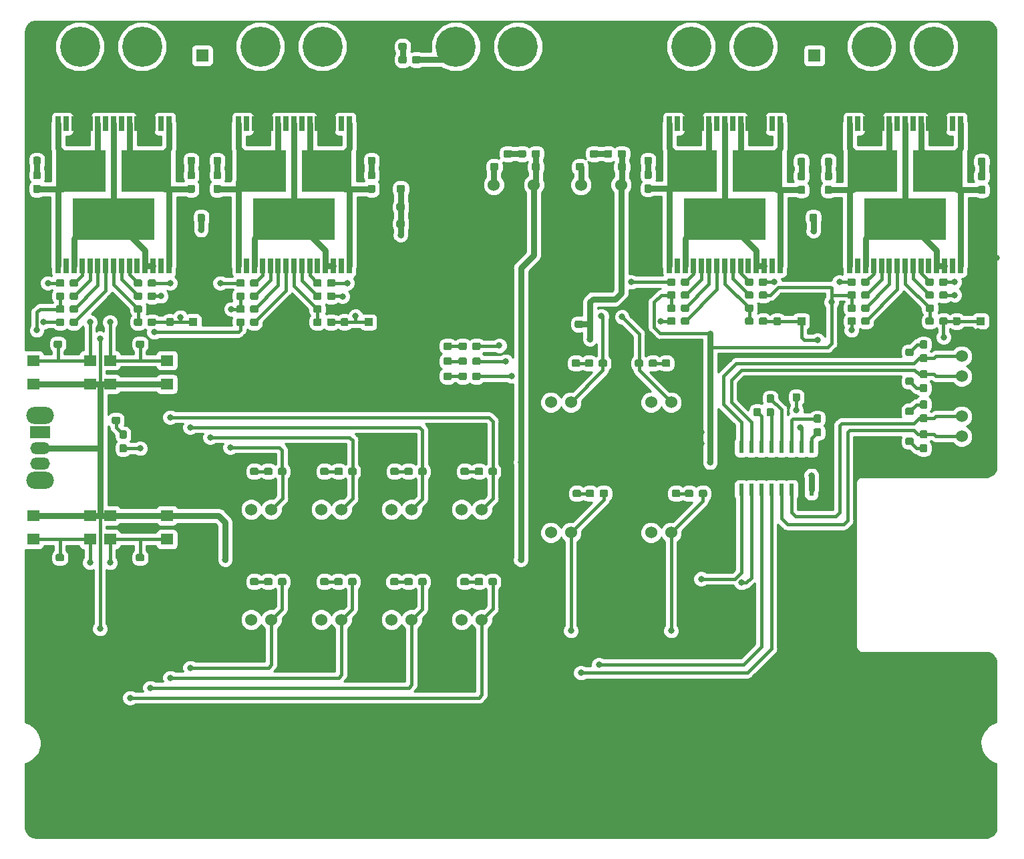
<source format=gbr>
G04 #@! TF.GenerationSoftware,KiCad,Pcbnew,(5.0.2)-1*
G04 #@! TF.CreationDate,2019-03-03T18:11:37-06:00*
G04 #@! TF.ProjectId,ArmMotorController_Hardware,41726d4d-6f74-46f7-9243-6f6e74726f6c,rev?*
G04 #@! TF.SameCoordinates,Original*
G04 #@! TF.FileFunction,Copper,L1,Top*
G04 #@! TF.FilePolarity,Positive*
%FSLAX46Y46*%
G04 Gerber Fmt 4.6, Leading zero omitted, Abs format (unit mm)*
G04 Created by KiCad (PCBNEW (5.0.2)-1) date 3/3/2019 6:11:37 PM*
%MOMM*%
%LPD*%
G01*
G04 APERTURE LIST*
G04 #@! TA.AperFunction,ComponentPad*
%ADD10C,5.080000*%
G04 #@! TD*
G04 #@! TA.AperFunction,ComponentPad*
%ADD11C,1.524000*%
G04 #@! TD*
G04 #@! TA.AperFunction,Conductor*
%ADD12C,0.100000*%
G04 #@! TD*
G04 #@! TA.AperFunction,SMDPad,CuDef*
%ADD13C,0.950000*%
G04 #@! TD*
G04 #@! TA.AperFunction,SMDPad,CuDef*
%ADD14R,6.223000X5.257800*%
G04 #@! TD*
G04 #@! TA.AperFunction,SMDPad,CuDef*
%ADD15R,10.312400X5.257800*%
G04 #@! TD*
G04 #@! TA.AperFunction,SMDPad,CuDef*
%ADD16R,0.635000X1.854200*%
G04 #@! TD*
G04 #@! TA.AperFunction,SMDPad,CuDef*
%ADD17R,1.600000X1.400000*%
G04 #@! TD*
G04 #@! TA.AperFunction,SMDPad,CuDef*
%ADD18R,0.600000X1.500000*%
G04 #@! TD*
G04 #@! TA.AperFunction,ComponentPad*
%ADD19R,2.500000X1.500000*%
G04 #@! TD*
G04 #@! TA.AperFunction,ComponentPad*
%ADD20O,2.500000X1.500000*%
G04 #@! TD*
G04 #@! TA.AperFunction,ComponentPad*
%ADD21O,3.500000X2.200000*%
G04 #@! TD*
G04 #@! TA.AperFunction,ComponentPad*
%ADD22R,1.600000X1.600000*%
G04 #@! TD*
G04 #@! TA.AperFunction,ComponentPad*
%ADD23C,1.600000*%
G04 #@! TD*
G04 #@! TA.AperFunction,SMDPad,CuDef*
%ADD24R,1.000000X1.000000*%
G04 #@! TD*
G04 #@! TA.AperFunction,ViaPad*
%ADD25C,0.800000*%
G04 #@! TD*
G04 #@! TA.AperFunction,Conductor*
%ADD26C,0.381000*%
G04 #@! TD*
G04 #@! TA.AperFunction,Conductor*
%ADD27C,0.762000*%
G04 #@! TD*
G04 #@! TA.AperFunction,Conductor*
%ADD28C,0.254000*%
G04 #@! TD*
G04 APERTURE END LIST*
D10*
G04 #@! TO.P,Conn1,3*
G04 #@! TO.N,+12V*
X94615000Y-62865000D03*
G04 #@! TO.P,Conn1,2*
G04 #@! TO.N,12vLog*
X102489000Y-62865000D03*
G04 #@! TO.P,Conn1,1*
G04 #@! TO.N,GND*
X110363000Y-62865000D03*
G04 #@! TD*
G04 #@! TO.P,Conn16,1*
G04 #@! TO.N,/Out_B_M1*
X54864000Y-62865000D03*
G04 #@! TO.P,Conn16,2*
G04 #@! TO.N,/Out_A_M1*
X46990000Y-62865000D03*
G04 #@! TD*
G04 #@! TO.P,Conn17,1*
G04 #@! TO.N,/Out_B_M2*
X77724000Y-62865000D03*
G04 #@! TO.P,Conn17,2*
G04 #@! TO.N,/Out_A_M2*
X69850000Y-62865000D03*
G04 #@! TD*
G04 #@! TO.P,Conn18,1*
G04 #@! TO.N,/Out_B_M3*
X132334000Y-62865000D03*
G04 #@! TO.P,Conn18,2*
G04 #@! TO.N,/Out_A_M3*
X124460000Y-62865000D03*
G04 #@! TD*
G04 #@! TO.P,Conn19,2*
G04 #@! TO.N,/Out_A_M4*
X147320000Y-62865000D03*
G04 #@! TO.P,Conn19,1*
G04 #@! TO.N,/Out_B_M4*
X155194000Y-62865000D03*
G04 #@! TD*
D11*
G04 #@! TO.P,U2,1*
G04 #@! TO.N,12vLog*
X110490000Y-80391000D03*
G04 #@! TO.P,U2,2*
G04 #@! TO.N,GND*
X113030000Y-80391000D03*
G04 #@! TO.P,U2,3*
G04 #@! TO.N,+5V*
X115570000Y-80391000D03*
G04 #@! TD*
D12*
G04 #@! TO.N,M3_SW*
G04 #@! TO.C,R47*
G36*
X44760779Y-127161144D02*
X44783834Y-127164563D01*
X44806443Y-127170227D01*
X44828387Y-127178079D01*
X44849457Y-127188044D01*
X44869448Y-127200026D01*
X44888168Y-127213910D01*
X44905438Y-127229562D01*
X44921090Y-127246832D01*
X44934974Y-127265552D01*
X44946956Y-127285543D01*
X44956921Y-127306613D01*
X44964773Y-127328557D01*
X44970437Y-127351166D01*
X44973856Y-127374221D01*
X44975000Y-127397500D01*
X44975000Y-127872500D01*
X44973856Y-127895779D01*
X44970437Y-127918834D01*
X44964773Y-127941443D01*
X44956921Y-127963387D01*
X44946956Y-127984457D01*
X44934974Y-128004448D01*
X44921090Y-128023168D01*
X44905438Y-128040438D01*
X44888168Y-128056090D01*
X44869448Y-128069974D01*
X44849457Y-128081956D01*
X44828387Y-128091921D01*
X44806443Y-128099773D01*
X44783834Y-128105437D01*
X44760779Y-128108856D01*
X44737500Y-128110000D01*
X44162500Y-128110000D01*
X44139221Y-128108856D01*
X44116166Y-128105437D01*
X44093557Y-128099773D01*
X44071613Y-128091921D01*
X44050543Y-128081956D01*
X44030552Y-128069974D01*
X44011832Y-128056090D01*
X43994562Y-128040438D01*
X43978910Y-128023168D01*
X43965026Y-128004448D01*
X43953044Y-127984457D01*
X43943079Y-127963387D01*
X43935227Y-127941443D01*
X43929563Y-127918834D01*
X43926144Y-127895779D01*
X43925000Y-127872500D01*
X43925000Y-127397500D01*
X43926144Y-127374221D01*
X43929563Y-127351166D01*
X43935227Y-127328557D01*
X43943079Y-127306613D01*
X43953044Y-127285543D01*
X43965026Y-127265552D01*
X43978910Y-127246832D01*
X43994562Y-127229562D01*
X44011832Y-127213910D01*
X44030552Y-127200026D01*
X44050543Y-127188044D01*
X44071613Y-127178079D01*
X44093557Y-127170227D01*
X44116166Y-127164563D01*
X44139221Y-127161144D01*
X44162500Y-127160000D01*
X44737500Y-127160000D01*
X44760779Y-127161144D01*
X44760779Y-127161144D01*
G37*
D13*
G04 #@! TD*
G04 #@! TO.P,R47,2*
G04 #@! TO.N,M3_SW*
X44450000Y-127635000D03*
D12*
G04 #@! TO.N,GND*
G04 #@! TO.C,R47*
G36*
X43010779Y-127161144D02*
X43033834Y-127164563D01*
X43056443Y-127170227D01*
X43078387Y-127178079D01*
X43099457Y-127188044D01*
X43119448Y-127200026D01*
X43138168Y-127213910D01*
X43155438Y-127229562D01*
X43171090Y-127246832D01*
X43184974Y-127265552D01*
X43196956Y-127285543D01*
X43206921Y-127306613D01*
X43214773Y-127328557D01*
X43220437Y-127351166D01*
X43223856Y-127374221D01*
X43225000Y-127397500D01*
X43225000Y-127872500D01*
X43223856Y-127895779D01*
X43220437Y-127918834D01*
X43214773Y-127941443D01*
X43206921Y-127963387D01*
X43196956Y-127984457D01*
X43184974Y-128004448D01*
X43171090Y-128023168D01*
X43155438Y-128040438D01*
X43138168Y-128056090D01*
X43119448Y-128069974D01*
X43099457Y-128081956D01*
X43078387Y-128091921D01*
X43056443Y-128099773D01*
X43033834Y-128105437D01*
X43010779Y-128108856D01*
X42987500Y-128110000D01*
X42412500Y-128110000D01*
X42389221Y-128108856D01*
X42366166Y-128105437D01*
X42343557Y-128099773D01*
X42321613Y-128091921D01*
X42300543Y-128081956D01*
X42280552Y-128069974D01*
X42261832Y-128056090D01*
X42244562Y-128040438D01*
X42228910Y-128023168D01*
X42215026Y-128004448D01*
X42203044Y-127984457D01*
X42193079Y-127963387D01*
X42185227Y-127941443D01*
X42179563Y-127918834D01*
X42176144Y-127895779D01*
X42175000Y-127872500D01*
X42175000Y-127397500D01*
X42176144Y-127374221D01*
X42179563Y-127351166D01*
X42185227Y-127328557D01*
X42193079Y-127306613D01*
X42203044Y-127285543D01*
X42215026Y-127265552D01*
X42228910Y-127246832D01*
X42244562Y-127229562D01*
X42261832Y-127213910D01*
X42280552Y-127200026D01*
X42300543Y-127188044D01*
X42321613Y-127178079D01*
X42343557Y-127170227D01*
X42366166Y-127164563D01*
X42389221Y-127161144D01*
X42412500Y-127160000D01*
X42987500Y-127160000D01*
X43010779Y-127161144D01*
X43010779Y-127161144D01*
G37*
D13*
G04 #@! TD*
G04 #@! TO.P,R47,1*
G04 #@! TO.N,GND*
X42700000Y-127635000D03*
D14*
G04 #@! TO.P,U5,33*
G04 #@! TO.N,/Out_B_M1*
X55425599Y-78600300D03*
D15*
G04 #@! TO.P,U5,32*
G04 #@! TO.N,+12V*
X51259999Y-84696300D03*
D14*
G04 #@! TO.P,U5,31*
G04 #@! TO.N,/Out_A_M1*
X47094399Y-78600300D03*
D16*
G04 #@! TO.P,U5,30*
X44259998Y-72644000D03*
G04 #@! TO.P,U5,29*
G04 #@! TO.N,Net-(U5-Pad29)*
X45259998Y-72644000D03*
G04 #@! TO.P,U5,28*
G04 #@! TO.N,GND*
X46259999Y-72644000D03*
G04 #@! TO.P,U5,27*
X47259999Y-72644000D03*
G04 #@! TO.P,U5,26*
X48260000Y-72644000D03*
G04 #@! TO.P,U5,25*
G04 #@! TO.N,/Out_A_M1*
X49259998Y-72644000D03*
G04 #@! TO.P,U5,24*
G04 #@! TO.N,Net-(U5-Pad24)*
X50259998Y-72644000D03*
G04 #@! TO.P,U5,23*
G04 #@! TO.N,+12V*
X51259999Y-72644000D03*
G04 #@! TO.P,U5,22*
G04 #@! TO.N,Net-(U5-Pad22)*
X52260000Y-72644000D03*
G04 #@! TO.P,U5,21*
G04 #@! TO.N,/Out_B_M1*
X53260000Y-72644000D03*
G04 #@! TO.P,U5,20*
G04 #@! TO.N,GND*
X54259998Y-72644000D03*
G04 #@! TO.P,U5,19*
X55259999Y-72644000D03*
G04 #@! TO.P,U5,18*
X56259999Y-72644000D03*
G04 #@! TO.P,U5,17*
G04 #@! TO.N,Net-(U5-Pad17)*
X57260000Y-72644000D03*
G04 #@! TO.P,U5,16*
G04 #@! TO.N,/Out_B_M1*
X58259998Y-72644000D03*
G04 #@! TO.P,U5,15*
X58260000Y-90652600D03*
G04 #@! TO.P,U5,14*
G04 #@! TO.N,Net-(U5-Pad14)*
X57260000Y-90652600D03*
G04 #@! TO.P,U5,13*
G04 #@! TO.N,+12V*
X56259999Y-90652600D03*
G04 #@! TO.P,U5,12*
X55259999Y-90652600D03*
G04 #@! TO.P,U5,11*
G04 #@! TO.N,Net-(U5-Pad11)*
X54259998Y-90652600D03*
G04 #@! TO.P,U5,10*
G04 #@! TO.N,Net-(R40-Pad1)*
X53260000Y-90652600D03*
G04 #@! TO.P,U5,9*
G04 #@! TO.N,Net-(R60-Pad1)*
X52260000Y-90652600D03*
G04 #@! TO.P,U5,8*
G04 #@! TO.N,Net-(R12-Pad2)*
X51259999Y-90652600D03*
G04 #@! TO.P,U5,7*
G04 #@! TO.N,Net-(R39-Pad1)*
X50259998Y-90652600D03*
G04 #@! TO.P,U5,6*
G04 #@! TO.N,Net-(R36-Pad1)*
X49259998Y-90652600D03*
G04 #@! TO.P,U5,5*
G04 #@! TO.N,Net-(R26-Pad1)*
X48260000Y-90652600D03*
G04 #@! TO.P,U5,4*
G04 #@! TO.N,Net-(R25-Pad1)*
X47259999Y-90652600D03*
G04 #@! TO.P,U5,3*
G04 #@! TO.N,+12V*
X46259999Y-90652600D03*
G04 #@! TO.P,U5,2*
G04 #@! TO.N,Net-(U5-Pad2)*
X45259998Y-90652600D03*
G04 #@! TO.P,U5,1*
G04 #@! TO.N,/Out_A_M1*
X44260000Y-90652600D03*
G04 #@! TD*
D14*
G04 #@! TO.P,U7,33*
G04 #@! TO.N,/Out_B_M3*
X132895599Y-78600300D03*
D15*
G04 #@! TO.P,U7,32*
G04 #@! TO.N,+12V*
X128729999Y-84696300D03*
D14*
G04 #@! TO.P,U7,31*
G04 #@! TO.N,/Out_A_M3*
X124564399Y-78600300D03*
D16*
G04 #@! TO.P,U7,30*
X121729998Y-72644000D03*
G04 #@! TO.P,U7,29*
G04 #@! TO.N,Net-(U7-Pad29)*
X122729998Y-72644000D03*
G04 #@! TO.P,U7,28*
G04 #@! TO.N,GND*
X123729999Y-72644000D03*
G04 #@! TO.P,U7,27*
X124729999Y-72644000D03*
G04 #@! TO.P,U7,26*
X125730000Y-72644000D03*
G04 #@! TO.P,U7,25*
G04 #@! TO.N,/Out_A_M3*
X126729998Y-72644000D03*
G04 #@! TO.P,U7,24*
G04 #@! TO.N,Net-(U7-Pad24)*
X127729998Y-72644000D03*
G04 #@! TO.P,U7,23*
G04 #@! TO.N,+12V*
X128729999Y-72644000D03*
G04 #@! TO.P,U7,22*
G04 #@! TO.N,Net-(U7-Pad22)*
X129730000Y-72644000D03*
G04 #@! TO.P,U7,21*
G04 #@! TO.N,/Out_B_M3*
X130730000Y-72644000D03*
G04 #@! TO.P,U7,20*
G04 #@! TO.N,GND*
X131729998Y-72644000D03*
G04 #@! TO.P,U7,19*
X132729999Y-72644000D03*
G04 #@! TO.P,U7,18*
X133729999Y-72644000D03*
G04 #@! TO.P,U7,17*
G04 #@! TO.N,Net-(U7-Pad17)*
X134730000Y-72644000D03*
G04 #@! TO.P,U7,16*
G04 #@! TO.N,/Out_B_M3*
X135729998Y-72644000D03*
G04 #@! TO.P,U7,15*
X135730000Y-90652600D03*
G04 #@! TO.P,U7,14*
G04 #@! TO.N,Net-(U7-Pad14)*
X134730000Y-90652600D03*
G04 #@! TO.P,U7,13*
G04 #@! TO.N,+12V*
X133729999Y-90652600D03*
G04 #@! TO.P,U7,12*
X132729999Y-90652600D03*
G04 #@! TO.P,U7,11*
G04 #@! TO.N,Net-(U7-Pad11)*
X131729998Y-90652600D03*
G04 #@! TO.P,U7,10*
G04 #@! TO.N,Net-(R50-Pad1)*
X130730000Y-90652600D03*
G04 #@! TO.P,U7,9*
G04 #@! TO.N,Net-(R61-Pad1)*
X129730000Y-90652600D03*
G04 #@! TO.P,U7,8*
G04 #@! TO.N,Net-(R14-Pad2)*
X128729999Y-90652600D03*
G04 #@! TO.P,U7,7*
G04 #@! TO.N,Net-(R48-Pad1)*
X127729998Y-90652600D03*
G04 #@! TO.P,U7,6*
G04 #@! TO.N,Net-(R43-Pad1)*
X126729998Y-90652600D03*
G04 #@! TO.P,U7,5*
G04 #@! TO.N,Net-(R42-Pad1)*
X125730000Y-90652600D03*
G04 #@! TO.P,U7,4*
G04 #@! TO.N,Net-(R41-Pad1)*
X124729999Y-90652600D03*
G04 #@! TO.P,U7,3*
G04 #@! TO.N,+12V*
X123729999Y-90652600D03*
G04 #@! TO.P,U7,2*
G04 #@! TO.N,Net-(U7-Pad2)*
X122729998Y-90652600D03*
G04 #@! TO.P,U7,1*
G04 #@! TO.N,/Out_A_M3*
X121730000Y-90652600D03*
G04 #@! TD*
D12*
G04 #@! TO.N,LS_7*
G04 #@! TO.C,R10*
G36*
X90706779Y-130209144D02*
X90729834Y-130212563D01*
X90752443Y-130218227D01*
X90774387Y-130226079D01*
X90795457Y-130236044D01*
X90815448Y-130248026D01*
X90834168Y-130261910D01*
X90851438Y-130277562D01*
X90867090Y-130294832D01*
X90880974Y-130313552D01*
X90892956Y-130333543D01*
X90902921Y-130354613D01*
X90910773Y-130376557D01*
X90916437Y-130399166D01*
X90919856Y-130422221D01*
X90921000Y-130445500D01*
X90921000Y-130920500D01*
X90919856Y-130943779D01*
X90916437Y-130966834D01*
X90910773Y-130989443D01*
X90902921Y-131011387D01*
X90892956Y-131032457D01*
X90880974Y-131052448D01*
X90867090Y-131071168D01*
X90851438Y-131088438D01*
X90834168Y-131104090D01*
X90815448Y-131117974D01*
X90795457Y-131129956D01*
X90774387Y-131139921D01*
X90752443Y-131147773D01*
X90729834Y-131153437D01*
X90706779Y-131156856D01*
X90683500Y-131158000D01*
X90108500Y-131158000D01*
X90085221Y-131156856D01*
X90062166Y-131153437D01*
X90039557Y-131147773D01*
X90017613Y-131139921D01*
X89996543Y-131129956D01*
X89976552Y-131117974D01*
X89957832Y-131104090D01*
X89940562Y-131088438D01*
X89924910Y-131071168D01*
X89911026Y-131052448D01*
X89899044Y-131032457D01*
X89889079Y-131011387D01*
X89881227Y-130989443D01*
X89875563Y-130966834D01*
X89872144Y-130943779D01*
X89871000Y-130920500D01*
X89871000Y-130445500D01*
X89872144Y-130422221D01*
X89875563Y-130399166D01*
X89881227Y-130376557D01*
X89889079Y-130354613D01*
X89899044Y-130333543D01*
X89911026Y-130313552D01*
X89924910Y-130294832D01*
X89940562Y-130277562D01*
X89957832Y-130261910D01*
X89976552Y-130248026D01*
X89996543Y-130236044D01*
X90017613Y-130226079D01*
X90039557Y-130218227D01*
X90062166Y-130212563D01*
X90085221Y-130209144D01*
X90108500Y-130208000D01*
X90683500Y-130208000D01*
X90706779Y-130209144D01*
X90706779Y-130209144D01*
G37*
D13*
G04 #@! TD*
G04 #@! TO.P,R10,2*
G04 #@! TO.N,LS_7*
X90396000Y-130683000D03*
D12*
G04 #@! TO.N,Net-(D33-Pad2)*
G04 #@! TO.C,R10*
G36*
X88956779Y-130209144D02*
X88979834Y-130212563D01*
X89002443Y-130218227D01*
X89024387Y-130226079D01*
X89045457Y-130236044D01*
X89065448Y-130248026D01*
X89084168Y-130261910D01*
X89101438Y-130277562D01*
X89117090Y-130294832D01*
X89130974Y-130313552D01*
X89142956Y-130333543D01*
X89152921Y-130354613D01*
X89160773Y-130376557D01*
X89166437Y-130399166D01*
X89169856Y-130422221D01*
X89171000Y-130445500D01*
X89171000Y-130920500D01*
X89169856Y-130943779D01*
X89166437Y-130966834D01*
X89160773Y-130989443D01*
X89152921Y-131011387D01*
X89142956Y-131032457D01*
X89130974Y-131052448D01*
X89117090Y-131071168D01*
X89101438Y-131088438D01*
X89084168Y-131104090D01*
X89065448Y-131117974D01*
X89045457Y-131129956D01*
X89024387Y-131139921D01*
X89002443Y-131147773D01*
X88979834Y-131153437D01*
X88956779Y-131156856D01*
X88933500Y-131158000D01*
X88358500Y-131158000D01*
X88335221Y-131156856D01*
X88312166Y-131153437D01*
X88289557Y-131147773D01*
X88267613Y-131139921D01*
X88246543Y-131129956D01*
X88226552Y-131117974D01*
X88207832Y-131104090D01*
X88190562Y-131088438D01*
X88174910Y-131071168D01*
X88161026Y-131052448D01*
X88149044Y-131032457D01*
X88139079Y-131011387D01*
X88131227Y-130989443D01*
X88125563Y-130966834D01*
X88122144Y-130943779D01*
X88121000Y-130920500D01*
X88121000Y-130445500D01*
X88122144Y-130422221D01*
X88125563Y-130399166D01*
X88131227Y-130376557D01*
X88139079Y-130354613D01*
X88149044Y-130333543D01*
X88161026Y-130313552D01*
X88174910Y-130294832D01*
X88190562Y-130277562D01*
X88207832Y-130261910D01*
X88226552Y-130248026D01*
X88246543Y-130236044D01*
X88267613Y-130226079D01*
X88289557Y-130218227D01*
X88312166Y-130212563D01*
X88335221Y-130209144D01*
X88358500Y-130208000D01*
X88933500Y-130208000D01*
X88956779Y-130209144D01*
X88956779Y-130209144D01*
G37*
D13*
G04 #@! TD*
G04 #@! TO.P,R10,1*
G04 #@! TO.N,Net-(D33-Pad2)*
X88646000Y-130683000D03*
D12*
G04 #@! TO.N,TX_1_SL*
G04 #@! TO.C,R16*
G36*
X154184779Y-109458144D02*
X154207834Y-109461563D01*
X154230443Y-109467227D01*
X154252387Y-109475079D01*
X154273457Y-109485044D01*
X154293448Y-109497026D01*
X154312168Y-109510910D01*
X154329438Y-109526562D01*
X154345090Y-109543832D01*
X154358974Y-109562552D01*
X154370956Y-109582543D01*
X154380921Y-109603613D01*
X154388773Y-109625557D01*
X154394437Y-109648166D01*
X154397856Y-109671221D01*
X154399000Y-109694500D01*
X154399000Y-110269500D01*
X154397856Y-110292779D01*
X154394437Y-110315834D01*
X154388773Y-110338443D01*
X154380921Y-110360387D01*
X154370956Y-110381457D01*
X154358974Y-110401448D01*
X154345090Y-110420168D01*
X154329438Y-110437438D01*
X154312168Y-110453090D01*
X154293448Y-110466974D01*
X154273457Y-110478956D01*
X154252387Y-110488921D01*
X154230443Y-110496773D01*
X154207834Y-110502437D01*
X154184779Y-110505856D01*
X154161500Y-110507000D01*
X153686500Y-110507000D01*
X153663221Y-110505856D01*
X153640166Y-110502437D01*
X153617557Y-110496773D01*
X153595613Y-110488921D01*
X153574543Y-110478956D01*
X153554552Y-110466974D01*
X153535832Y-110453090D01*
X153518562Y-110437438D01*
X153502910Y-110420168D01*
X153489026Y-110401448D01*
X153477044Y-110381457D01*
X153467079Y-110360387D01*
X153459227Y-110338443D01*
X153453563Y-110315834D01*
X153450144Y-110292779D01*
X153449000Y-110269500D01*
X153449000Y-109694500D01*
X153450144Y-109671221D01*
X153453563Y-109648166D01*
X153459227Y-109625557D01*
X153467079Y-109603613D01*
X153477044Y-109582543D01*
X153489026Y-109562552D01*
X153502910Y-109543832D01*
X153518562Y-109526562D01*
X153535832Y-109510910D01*
X153554552Y-109497026D01*
X153574543Y-109485044D01*
X153595613Y-109475079D01*
X153617557Y-109467227D01*
X153640166Y-109461563D01*
X153663221Y-109458144D01*
X153686500Y-109457000D01*
X154161500Y-109457000D01*
X154184779Y-109458144D01*
X154184779Y-109458144D01*
G37*
D13*
G04 #@! TD*
G04 #@! TO.P,R16,2*
G04 #@! TO.N,TX_1_SL*
X153924000Y-109982000D03*
D12*
G04 #@! TO.N,Net-(D10-Pad2)*
G04 #@! TO.C,R16*
G36*
X154184779Y-107708144D02*
X154207834Y-107711563D01*
X154230443Y-107717227D01*
X154252387Y-107725079D01*
X154273457Y-107735044D01*
X154293448Y-107747026D01*
X154312168Y-107760910D01*
X154329438Y-107776562D01*
X154345090Y-107793832D01*
X154358974Y-107812552D01*
X154370956Y-107832543D01*
X154380921Y-107853613D01*
X154388773Y-107875557D01*
X154394437Y-107898166D01*
X154397856Y-107921221D01*
X154399000Y-107944500D01*
X154399000Y-108519500D01*
X154397856Y-108542779D01*
X154394437Y-108565834D01*
X154388773Y-108588443D01*
X154380921Y-108610387D01*
X154370956Y-108631457D01*
X154358974Y-108651448D01*
X154345090Y-108670168D01*
X154329438Y-108687438D01*
X154312168Y-108703090D01*
X154293448Y-108716974D01*
X154273457Y-108728956D01*
X154252387Y-108738921D01*
X154230443Y-108746773D01*
X154207834Y-108752437D01*
X154184779Y-108755856D01*
X154161500Y-108757000D01*
X153686500Y-108757000D01*
X153663221Y-108755856D01*
X153640166Y-108752437D01*
X153617557Y-108746773D01*
X153595613Y-108738921D01*
X153574543Y-108728956D01*
X153554552Y-108716974D01*
X153535832Y-108703090D01*
X153518562Y-108687438D01*
X153502910Y-108670168D01*
X153489026Y-108651448D01*
X153477044Y-108631457D01*
X153467079Y-108610387D01*
X153459227Y-108588443D01*
X153453563Y-108565834D01*
X153450144Y-108542779D01*
X153449000Y-108519500D01*
X153449000Y-107944500D01*
X153450144Y-107921221D01*
X153453563Y-107898166D01*
X153459227Y-107875557D01*
X153467079Y-107853613D01*
X153477044Y-107832543D01*
X153489026Y-107812552D01*
X153502910Y-107793832D01*
X153518562Y-107776562D01*
X153535832Y-107760910D01*
X153554552Y-107747026D01*
X153574543Y-107735044D01*
X153595613Y-107725079D01*
X153617557Y-107717227D01*
X153640166Y-107711563D01*
X153663221Y-107708144D01*
X153686500Y-107707000D01*
X154161500Y-107707000D01*
X154184779Y-107708144D01*
X154184779Y-107708144D01*
G37*
D13*
G04 #@! TD*
G04 #@! TO.P,R16,1*
G04 #@! TO.N,Net-(D10-Pad2)*
X153924000Y-108232000D03*
D12*
G04 #@! TO.N,RX_1_SL*
G04 #@! TO.C,R15*
G36*
X154184779Y-111490144D02*
X154207834Y-111493563D01*
X154230443Y-111499227D01*
X154252387Y-111507079D01*
X154273457Y-111517044D01*
X154293448Y-111529026D01*
X154312168Y-111542910D01*
X154329438Y-111558562D01*
X154345090Y-111575832D01*
X154358974Y-111594552D01*
X154370956Y-111614543D01*
X154380921Y-111635613D01*
X154388773Y-111657557D01*
X154394437Y-111680166D01*
X154397856Y-111703221D01*
X154399000Y-111726500D01*
X154399000Y-112301500D01*
X154397856Y-112324779D01*
X154394437Y-112347834D01*
X154388773Y-112370443D01*
X154380921Y-112392387D01*
X154370956Y-112413457D01*
X154358974Y-112433448D01*
X154345090Y-112452168D01*
X154329438Y-112469438D01*
X154312168Y-112485090D01*
X154293448Y-112498974D01*
X154273457Y-112510956D01*
X154252387Y-112520921D01*
X154230443Y-112528773D01*
X154207834Y-112534437D01*
X154184779Y-112537856D01*
X154161500Y-112539000D01*
X153686500Y-112539000D01*
X153663221Y-112537856D01*
X153640166Y-112534437D01*
X153617557Y-112528773D01*
X153595613Y-112520921D01*
X153574543Y-112510956D01*
X153554552Y-112498974D01*
X153535832Y-112485090D01*
X153518562Y-112469438D01*
X153502910Y-112452168D01*
X153489026Y-112433448D01*
X153477044Y-112413457D01*
X153467079Y-112392387D01*
X153459227Y-112370443D01*
X153453563Y-112347834D01*
X153450144Y-112324779D01*
X153449000Y-112301500D01*
X153449000Y-111726500D01*
X153450144Y-111703221D01*
X153453563Y-111680166D01*
X153459227Y-111657557D01*
X153467079Y-111635613D01*
X153477044Y-111614543D01*
X153489026Y-111594552D01*
X153502910Y-111575832D01*
X153518562Y-111558562D01*
X153535832Y-111542910D01*
X153554552Y-111529026D01*
X153574543Y-111517044D01*
X153595613Y-111507079D01*
X153617557Y-111499227D01*
X153640166Y-111493563D01*
X153663221Y-111490144D01*
X153686500Y-111489000D01*
X154161500Y-111489000D01*
X154184779Y-111490144D01*
X154184779Y-111490144D01*
G37*
D13*
G04 #@! TD*
G04 #@! TO.P,R15,2*
G04 #@! TO.N,RX_1_SL*
X153924000Y-112014000D03*
D12*
G04 #@! TO.N,Net-(D9-Pad2)*
G04 #@! TO.C,R15*
G36*
X154184779Y-113240144D02*
X154207834Y-113243563D01*
X154230443Y-113249227D01*
X154252387Y-113257079D01*
X154273457Y-113267044D01*
X154293448Y-113279026D01*
X154312168Y-113292910D01*
X154329438Y-113308562D01*
X154345090Y-113325832D01*
X154358974Y-113344552D01*
X154370956Y-113364543D01*
X154380921Y-113385613D01*
X154388773Y-113407557D01*
X154394437Y-113430166D01*
X154397856Y-113453221D01*
X154399000Y-113476500D01*
X154399000Y-114051500D01*
X154397856Y-114074779D01*
X154394437Y-114097834D01*
X154388773Y-114120443D01*
X154380921Y-114142387D01*
X154370956Y-114163457D01*
X154358974Y-114183448D01*
X154345090Y-114202168D01*
X154329438Y-114219438D01*
X154312168Y-114235090D01*
X154293448Y-114248974D01*
X154273457Y-114260956D01*
X154252387Y-114270921D01*
X154230443Y-114278773D01*
X154207834Y-114284437D01*
X154184779Y-114287856D01*
X154161500Y-114289000D01*
X153686500Y-114289000D01*
X153663221Y-114287856D01*
X153640166Y-114284437D01*
X153617557Y-114278773D01*
X153595613Y-114270921D01*
X153574543Y-114260956D01*
X153554552Y-114248974D01*
X153535832Y-114235090D01*
X153518562Y-114219438D01*
X153502910Y-114202168D01*
X153489026Y-114183448D01*
X153477044Y-114163457D01*
X153467079Y-114142387D01*
X153459227Y-114120443D01*
X153453563Y-114097834D01*
X153450144Y-114074779D01*
X153449000Y-114051500D01*
X153449000Y-113476500D01*
X153450144Y-113453221D01*
X153453563Y-113430166D01*
X153459227Y-113407557D01*
X153467079Y-113385613D01*
X153477044Y-113364543D01*
X153489026Y-113344552D01*
X153502910Y-113325832D01*
X153518562Y-113308562D01*
X153535832Y-113292910D01*
X153554552Y-113279026D01*
X153574543Y-113267044D01*
X153595613Y-113257079D01*
X153617557Y-113249227D01*
X153640166Y-113243563D01*
X153663221Y-113240144D01*
X153686500Y-113239000D01*
X154161500Y-113239000D01*
X154184779Y-113240144D01*
X154184779Y-113240144D01*
G37*
D13*
G04 #@! TD*
G04 #@! TO.P,R15,1*
G04 #@! TO.N,Net-(D9-Pad2)*
X153924000Y-113764000D03*
D12*
G04 #@! TO.N,Net-(R14-Pad2)*
G04 #@! TO.C,R14*
G36*
X132136779Y-97189144D02*
X132159834Y-97192563D01*
X132182443Y-97198227D01*
X132204387Y-97206079D01*
X132225457Y-97216044D01*
X132245448Y-97228026D01*
X132264168Y-97241910D01*
X132281438Y-97257562D01*
X132297090Y-97274832D01*
X132310974Y-97293552D01*
X132322956Y-97313543D01*
X132332921Y-97334613D01*
X132340773Y-97356557D01*
X132346437Y-97379166D01*
X132349856Y-97402221D01*
X132351000Y-97425500D01*
X132351000Y-97900500D01*
X132349856Y-97923779D01*
X132346437Y-97946834D01*
X132340773Y-97969443D01*
X132332921Y-97991387D01*
X132322956Y-98012457D01*
X132310974Y-98032448D01*
X132297090Y-98051168D01*
X132281438Y-98068438D01*
X132264168Y-98084090D01*
X132245448Y-98097974D01*
X132225457Y-98109956D01*
X132204387Y-98119921D01*
X132182443Y-98127773D01*
X132159834Y-98133437D01*
X132136779Y-98136856D01*
X132113500Y-98138000D01*
X131538500Y-98138000D01*
X131515221Y-98136856D01*
X131492166Y-98133437D01*
X131469557Y-98127773D01*
X131447613Y-98119921D01*
X131426543Y-98109956D01*
X131406552Y-98097974D01*
X131387832Y-98084090D01*
X131370562Y-98068438D01*
X131354910Y-98051168D01*
X131341026Y-98032448D01*
X131329044Y-98012457D01*
X131319079Y-97991387D01*
X131311227Y-97969443D01*
X131305563Y-97946834D01*
X131302144Y-97923779D01*
X131301000Y-97900500D01*
X131301000Y-97425500D01*
X131302144Y-97402221D01*
X131305563Y-97379166D01*
X131311227Y-97356557D01*
X131319079Y-97334613D01*
X131329044Y-97313543D01*
X131341026Y-97293552D01*
X131354910Y-97274832D01*
X131370562Y-97257562D01*
X131387832Y-97241910D01*
X131406552Y-97228026D01*
X131426543Y-97216044D01*
X131447613Y-97206079D01*
X131469557Y-97198227D01*
X131492166Y-97192563D01*
X131515221Y-97189144D01*
X131538500Y-97188000D01*
X132113500Y-97188000D01*
X132136779Y-97189144D01*
X132136779Y-97189144D01*
G37*
D13*
G04 #@! TD*
G04 #@! TO.P,R14,2*
G04 #@! TO.N,Net-(R14-Pad2)*
X131826000Y-97663000D03*
D12*
G04 #@! TO.N,I_SENSE_3*
G04 #@! TO.C,R14*
G36*
X133886779Y-97189144D02*
X133909834Y-97192563D01*
X133932443Y-97198227D01*
X133954387Y-97206079D01*
X133975457Y-97216044D01*
X133995448Y-97228026D01*
X134014168Y-97241910D01*
X134031438Y-97257562D01*
X134047090Y-97274832D01*
X134060974Y-97293552D01*
X134072956Y-97313543D01*
X134082921Y-97334613D01*
X134090773Y-97356557D01*
X134096437Y-97379166D01*
X134099856Y-97402221D01*
X134101000Y-97425500D01*
X134101000Y-97900500D01*
X134099856Y-97923779D01*
X134096437Y-97946834D01*
X134090773Y-97969443D01*
X134082921Y-97991387D01*
X134072956Y-98012457D01*
X134060974Y-98032448D01*
X134047090Y-98051168D01*
X134031438Y-98068438D01*
X134014168Y-98084090D01*
X133995448Y-98097974D01*
X133975457Y-98109956D01*
X133954387Y-98119921D01*
X133932443Y-98127773D01*
X133909834Y-98133437D01*
X133886779Y-98136856D01*
X133863500Y-98138000D01*
X133288500Y-98138000D01*
X133265221Y-98136856D01*
X133242166Y-98133437D01*
X133219557Y-98127773D01*
X133197613Y-98119921D01*
X133176543Y-98109956D01*
X133156552Y-98097974D01*
X133137832Y-98084090D01*
X133120562Y-98068438D01*
X133104910Y-98051168D01*
X133091026Y-98032448D01*
X133079044Y-98012457D01*
X133069079Y-97991387D01*
X133061227Y-97969443D01*
X133055563Y-97946834D01*
X133052144Y-97923779D01*
X133051000Y-97900500D01*
X133051000Y-97425500D01*
X133052144Y-97402221D01*
X133055563Y-97379166D01*
X133061227Y-97356557D01*
X133069079Y-97334613D01*
X133079044Y-97313543D01*
X133091026Y-97293552D01*
X133104910Y-97274832D01*
X133120562Y-97257562D01*
X133137832Y-97241910D01*
X133156552Y-97228026D01*
X133176543Y-97216044D01*
X133197613Y-97206079D01*
X133219557Y-97198227D01*
X133242166Y-97192563D01*
X133265221Y-97189144D01*
X133288500Y-97188000D01*
X133863500Y-97188000D01*
X133886779Y-97189144D01*
X133886779Y-97189144D01*
G37*
D13*
G04 #@! TD*
G04 #@! TO.P,R14,1*
G04 #@! TO.N,I_SENSE_3*
X133576000Y-97663000D03*
D12*
G04 #@! TO.N,IN_A2*
G04 #@! TO.C,R13*
G36*
X67648779Y-92363144D02*
X67671834Y-92366563D01*
X67694443Y-92372227D01*
X67716387Y-92380079D01*
X67737457Y-92390044D01*
X67757448Y-92402026D01*
X67776168Y-92415910D01*
X67793438Y-92431562D01*
X67809090Y-92448832D01*
X67822974Y-92467552D01*
X67834956Y-92487543D01*
X67844921Y-92508613D01*
X67852773Y-92530557D01*
X67858437Y-92553166D01*
X67861856Y-92576221D01*
X67863000Y-92599500D01*
X67863000Y-93074500D01*
X67861856Y-93097779D01*
X67858437Y-93120834D01*
X67852773Y-93143443D01*
X67844921Y-93165387D01*
X67834956Y-93186457D01*
X67822974Y-93206448D01*
X67809090Y-93225168D01*
X67793438Y-93242438D01*
X67776168Y-93258090D01*
X67757448Y-93271974D01*
X67737457Y-93283956D01*
X67716387Y-93293921D01*
X67694443Y-93301773D01*
X67671834Y-93307437D01*
X67648779Y-93310856D01*
X67625500Y-93312000D01*
X67050500Y-93312000D01*
X67027221Y-93310856D01*
X67004166Y-93307437D01*
X66981557Y-93301773D01*
X66959613Y-93293921D01*
X66938543Y-93283956D01*
X66918552Y-93271974D01*
X66899832Y-93258090D01*
X66882562Y-93242438D01*
X66866910Y-93225168D01*
X66853026Y-93206448D01*
X66841044Y-93186457D01*
X66831079Y-93165387D01*
X66823227Y-93143443D01*
X66817563Y-93120834D01*
X66814144Y-93097779D01*
X66813000Y-93074500D01*
X66813000Y-92599500D01*
X66814144Y-92576221D01*
X66817563Y-92553166D01*
X66823227Y-92530557D01*
X66831079Y-92508613D01*
X66841044Y-92487543D01*
X66853026Y-92467552D01*
X66866910Y-92448832D01*
X66882562Y-92431562D01*
X66899832Y-92415910D01*
X66918552Y-92402026D01*
X66938543Y-92390044D01*
X66959613Y-92380079D01*
X66981557Y-92372227D01*
X67004166Y-92366563D01*
X67027221Y-92363144D01*
X67050500Y-92362000D01*
X67625500Y-92362000D01*
X67648779Y-92363144D01*
X67648779Y-92363144D01*
G37*
D13*
G04 #@! TD*
G04 #@! TO.P,R13,2*
G04 #@! TO.N,IN_A2*
X67338000Y-92837000D03*
D12*
G04 #@! TO.N,Net-(R13-Pad1)*
G04 #@! TO.C,R13*
G36*
X69398779Y-92363144D02*
X69421834Y-92366563D01*
X69444443Y-92372227D01*
X69466387Y-92380079D01*
X69487457Y-92390044D01*
X69507448Y-92402026D01*
X69526168Y-92415910D01*
X69543438Y-92431562D01*
X69559090Y-92448832D01*
X69572974Y-92467552D01*
X69584956Y-92487543D01*
X69594921Y-92508613D01*
X69602773Y-92530557D01*
X69608437Y-92553166D01*
X69611856Y-92576221D01*
X69613000Y-92599500D01*
X69613000Y-93074500D01*
X69611856Y-93097779D01*
X69608437Y-93120834D01*
X69602773Y-93143443D01*
X69594921Y-93165387D01*
X69584956Y-93186457D01*
X69572974Y-93206448D01*
X69559090Y-93225168D01*
X69543438Y-93242438D01*
X69526168Y-93258090D01*
X69507448Y-93271974D01*
X69487457Y-93283956D01*
X69466387Y-93293921D01*
X69444443Y-93301773D01*
X69421834Y-93307437D01*
X69398779Y-93310856D01*
X69375500Y-93312000D01*
X68800500Y-93312000D01*
X68777221Y-93310856D01*
X68754166Y-93307437D01*
X68731557Y-93301773D01*
X68709613Y-93293921D01*
X68688543Y-93283956D01*
X68668552Y-93271974D01*
X68649832Y-93258090D01*
X68632562Y-93242438D01*
X68616910Y-93225168D01*
X68603026Y-93206448D01*
X68591044Y-93186457D01*
X68581079Y-93165387D01*
X68573227Y-93143443D01*
X68567563Y-93120834D01*
X68564144Y-93097779D01*
X68563000Y-93074500D01*
X68563000Y-92599500D01*
X68564144Y-92576221D01*
X68567563Y-92553166D01*
X68573227Y-92530557D01*
X68581079Y-92508613D01*
X68591044Y-92487543D01*
X68603026Y-92467552D01*
X68616910Y-92448832D01*
X68632562Y-92431562D01*
X68649832Y-92415910D01*
X68668552Y-92402026D01*
X68688543Y-92390044D01*
X68709613Y-92380079D01*
X68731557Y-92372227D01*
X68754166Y-92366563D01*
X68777221Y-92363144D01*
X68800500Y-92362000D01*
X69375500Y-92362000D01*
X69398779Y-92363144D01*
X69398779Y-92363144D01*
G37*
D13*
G04 #@! TD*
G04 #@! TO.P,R13,1*
G04 #@! TO.N,Net-(R13-Pad1)*
X69088000Y-92837000D03*
D12*
G04 #@! TO.N,ENC_2_PWM*
G04 #@! TO.C,R18*
G36*
X118166779Y-102523144D02*
X118189834Y-102526563D01*
X118212443Y-102532227D01*
X118234387Y-102540079D01*
X118255457Y-102550044D01*
X118275448Y-102562026D01*
X118294168Y-102575910D01*
X118311438Y-102591562D01*
X118327090Y-102608832D01*
X118340974Y-102627552D01*
X118352956Y-102647543D01*
X118362921Y-102668613D01*
X118370773Y-102690557D01*
X118376437Y-102713166D01*
X118379856Y-102736221D01*
X118381000Y-102759500D01*
X118381000Y-103234500D01*
X118379856Y-103257779D01*
X118376437Y-103280834D01*
X118370773Y-103303443D01*
X118362921Y-103325387D01*
X118352956Y-103346457D01*
X118340974Y-103366448D01*
X118327090Y-103385168D01*
X118311438Y-103402438D01*
X118294168Y-103418090D01*
X118275448Y-103431974D01*
X118255457Y-103443956D01*
X118234387Y-103453921D01*
X118212443Y-103461773D01*
X118189834Y-103467437D01*
X118166779Y-103470856D01*
X118143500Y-103472000D01*
X117568500Y-103472000D01*
X117545221Y-103470856D01*
X117522166Y-103467437D01*
X117499557Y-103461773D01*
X117477613Y-103453921D01*
X117456543Y-103443956D01*
X117436552Y-103431974D01*
X117417832Y-103418090D01*
X117400562Y-103402438D01*
X117384910Y-103385168D01*
X117371026Y-103366448D01*
X117359044Y-103346457D01*
X117349079Y-103325387D01*
X117341227Y-103303443D01*
X117335563Y-103280834D01*
X117332144Y-103257779D01*
X117331000Y-103234500D01*
X117331000Y-102759500D01*
X117332144Y-102736221D01*
X117335563Y-102713166D01*
X117341227Y-102690557D01*
X117349079Y-102668613D01*
X117359044Y-102647543D01*
X117371026Y-102627552D01*
X117384910Y-102608832D01*
X117400562Y-102591562D01*
X117417832Y-102575910D01*
X117436552Y-102562026D01*
X117456543Y-102550044D01*
X117477613Y-102540079D01*
X117499557Y-102532227D01*
X117522166Y-102526563D01*
X117545221Y-102523144D01*
X117568500Y-102522000D01*
X118143500Y-102522000D01*
X118166779Y-102523144D01*
X118166779Y-102523144D01*
G37*
D13*
G04 #@! TD*
G04 #@! TO.P,R18,2*
G04 #@! TO.N,ENC_2_PWM*
X117856000Y-102997000D03*
D12*
G04 #@! TO.N,Net-(D12-Pad2)*
G04 #@! TO.C,R18*
G36*
X119916779Y-102523144D02*
X119939834Y-102526563D01*
X119962443Y-102532227D01*
X119984387Y-102540079D01*
X120005457Y-102550044D01*
X120025448Y-102562026D01*
X120044168Y-102575910D01*
X120061438Y-102591562D01*
X120077090Y-102608832D01*
X120090974Y-102627552D01*
X120102956Y-102647543D01*
X120112921Y-102668613D01*
X120120773Y-102690557D01*
X120126437Y-102713166D01*
X120129856Y-102736221D01*
X120131000Y-102759500D01*
X120131000Y-103234500D01*
X120129856Y-103257779D01*
X120126437Y-103280834D01*
X120120773Y-103303443D01*
X120112921Y-103325387D01*
X120102956Y-103346457D01*
X120090974Y-103366448D01*
X120077090Y-103385168D01*
X120061438Y-103402438D01*
X120044168Y-103418090D01*
X120025448Y-103431974D01*
X120005457Y-103443956D01*
X119984387Y-103453921D01*
X119962443Y-103461773D01*
X119939834Y-103467437D01*
X119916779Y-103470856D01*
X119893500Y-103472000D01*
X119318500Y-103472000D01*
X119295221Y-103470856D01*
X119272166Y-103467437D01*
X119249557Y-103461773D01*
X119227613Y-103453921D01*
X119206543Y-103443956D01*
X119186552Y-103431974D01*
X119167832Y-103418090D01*
X119150562Y-103402438D01*
X119134910Y-103385168D01*
X119121026Y-103366448D01*
X119109044Y-103346457D01*
X119099079Y-103325387D01*
X119091227Y-103303443D01*
X119085563Y-103280834D01*
X119082144Y-103257779D01*
X119081000Y-103234500D01*
X119081000Y-102759500D01*
X119082144Y-102736221D01*
X119085563Y-102713166D01*
X119091227Y-102690557D01*
X119099079Y-102668613D01*
X119109044Y-102647543D01*
X119121026Y-102627552D01*
X119134910Y-102608832D01*
X119150562Y-102591562D01*
X119167832Y-102575910D01*
X119186552Y-102562026D01*
X119206543Y-102550044D01*
X119227613Y-102540079D01*
X119249557Y-102532227D01*
X119272166Y-102526563D01*
X119295221Y-102523144D01*
X119318500Y-102522000D01*
X119893500Y-102522000D01*
X119916779Y-102523144D01*
X119916779Y-102523144D01*
G37*
D13*
G04 #@! TD*
G04 #@! TO.P,R18,1*
G04 #@! TO.N,Net-(D12-Pad2)*
X119606000Y-102997000D03*
D12*
G04 #@! TO.N,ENC_3_PWM*
G04 #@! TO.C,R19*
G36*
X113693779Y-119033144D02*
X113716834Y-119036563D01*
X113739443Y-119042227D01*
X113761387Y-119050079D01*
X113782457Y-119060044D01*
X113802448Y-119072026D01*
X113821168Y-119085910D01*
X113838438Y-119101562D01*
X113854090Y-119118832D01*
X113867974Y-119137552D01*
X113879956Y-119157543D01*
X113889921Y-119178613D01*
X113897773Y-119200557D01*
X113903437Y-119223166D01*
X113906856Y-119246221D01*
X113908000Y-119269500D01*
X113908000Y-119744500D01*
X113906856Y-119767779D01*
X113903437Y-119790834D01*
X113897773Y-119813443D01*
X113889921Y-119835387D01*
X113879956Y-119856457D01*
X113867974Y-119876448D01*
X113854090Y-119895168D01*
X113838438Y-119912438D01*
X113821168Y-119928090D01*
X113802448Y-119941974D01*
X113782457Y-119953956D01*
X113761387Y-119963921D01*
X113739443Y-119971773D01*
X113716834Y-119977437D01*
X113693779Y-119980856D01*
X113670500Y-119982000D01*
X113095500Y-119982000D01*
X113072221Y-119980856D01*
X113049166Y-119977437D01*
X113026557Y-119971773D01*
X113004613Y-119963921D01*
X112983543Y-119953956D01*
X112963552Y-119941974D01*
X112944832Y-119928090D01*
X112927562Y-119912438D01*
X112911910Y-119895168D01*
X112898026Y-119876448D01*
X112886044Y-119856457D01*
X112876079Y-119835387D01*
X112868227Y-119813443D01*
X112862563Y-119790834D01*
X112859144Y-119767779D01*
X112858000Y-119744500D01*
X112858000Y-119269500D01*
X112859144Y-119246221D01*
X112862563Y-119223166D01*
X112868227Y-119200557D01*
X112876079Y-119178613D01*
X112886044Y-119157543D01*
X112898026Y-119137552D01*
X112911910Y-119118832D01*
X112927562Y-119101562D01*
X112944832Y-119085910D01*
X112963552Y-119072026D01*
X112983543Y-119060044D01*
X113004613Y-119050079D01*
X113026557Y-119042227D01*
X113049166Y-119036563D01*
X113072221Y-119033144D01*
X113095500Y-119032000D01*
X113670500Y-119032000D01*
X113693779Y-119033144D01*
X113693779Y-119033144D01*
G37*
D13*
G04 #@! TD*
G04 #@! TO.P,R19,2*
G04 #@! TO.N,ENC_3_PWM*
X113383000Y-119507000D03*
D12*
G04 #@! TO.N,Net-(D13-Pad2)*
G04 #@! TO.C,R19*
G36*
X111943779Y-119033144D02*
X111966834Y-119036563D01*
X111989443Y-119042227D01*
X112011387Y-119050079D01*
X112032457Y-119060044D01*
X112052448Y-119072026D01*
X112071168Y-119085910D01*
X112088438Y-119101562D01*
X112104090Y-119118832D01*
X112117974Y-119137552D01*
X112129956Y-119157543D01*
X112139921Y-119178613D01*
X112147773Y-119200557D01*
X112153437Y-119223166D01*
X112156856Y-119246221D01*
X112158000Y-119269500D01*
X112158000Y-119744500D01*
X112156856Y-119767779D01*
X112153437Y-119790834D01*
X112147773Y-119813443D01*
X112139921Y-119835387D01*
X112129956Y-119856457D01*
X112117974Y-119876448D01*
X112104090Y-119895168D01*
X112088438Y-119912438D01*
X112071168Y-119928090D01*
X112052448Y-119941974D01*
X112032457Y-119953956D01*
X112011387Y-119963921D01*
X111989443Y-119971773D01*
X111966834Y-119977437D01*
X111943779Y-119980856D01*
X111920500Y-119982000D01*
X111345500Y-119982000D01*
X111322221Y-119980856D01*
X111299166Y-119977437D01*
X111276557Y-119971773D01*
X111254613Y-119963921D01*
X111233543Y-119953956D01*
X111213552Y-119941974D01*
X111194832Y-119928090D01*
X111177562Y-119912438D01*
X111161910Y-119895168D01*
X111148026Y-119876448D01*
X111136044Y-119856457D01*
X111126079Y-119835387D01*
X111118227Y-119813443D01*
X111112563Y-119790834D01*
X111109144Y-119767779D01*
X111108000Y-119744500D01*
X111108000Y-119269500D01*
X111109144Y-119246221D01*
X111112563Y-119223166D01*
X111118227Y-119200557D01*
X111126079Y-119178613D01*
X111136044Y-119157543D01*
X111148026Y-119137552D01*
X111161910Y-119118832D01*
X111177562Y-119101562D01*
X111194832Y-119085910D01*
X111213552Y-119072026D01*
X111233543Y-119060044D01*
X111254613Y-119050079D01*
X111276557Y-119042227D01*
X111299166Y-119036563D01*
X111322221Y-119033144D01*
X111345500Y-119032000D01*
X111920500Y-119032000D01*
X111943779Y-119033144D01*
X111943779Y-119033144D01*
G37*
D13*
G04 #@! TD*
G04 #@! TO.P,R19,1*
G04 #@! TO.N,Net-(D13-Pad2)*
X111633000Y-119507000D03*
D12*
G04 #@! TO.N,Net-(R12-Pad2)*
G04 #@! TO.C,R12*
G36*
X54666779Y-95665144D02*
X54689834Y-95668563D01*
X54712443Y-95674227D01*
X54734387Y-95682079D01*
X54755457Y-95692044D01*
X54775448Y-95704026D01*
X54794168Y-95717910D01*
X54811438Y-95733562D01*
X54827090Y-95750832D01*
X54840974Y-95769552D01*
X54852956Y-95789543D01*
X54862921Y-95810613D01*
X54870773Y-95832557D01*
X54876437Y-95855166D01*
X54879856Y-95878221D01*
X54881000Y-95901500D01*
X54881000Y-96376500D01*
X54879856Y-96399779D01*
X54876437Y-96422834D01*
X54870773Y-96445443D01*
X54862921Y-96467387D01*
X54852956Y-96488457D01*
X54840974Y-96508448D01*
X54827090Y-96527168D01*
X54811438Y-96544438D01*
X54794168Y-96560090D01*
X54775448Y-96573974D01*
X54755457Y-96585956D01*
X54734387Y-96595921D01*
X54712443Y-96603773D01*
X54689834Y-96609437D01*
X54666779Y-96612856D01*
X54643500Y-96614000D01*
X54068500Y-96614000D01*
X54045221Y-96612856D01*
X54022166Y-96609437D01*
X53999557Y-96603773D01*
X53977613Y-96595921D01*
X53956543Y-96585956D01*
X53936552Y-96573974D01*
X53917832Y-96560090D01*
X53900562Y-96544438D01*
X53884910Y-96527168D01*
X53871026Y-96508448D01*
X53859044Y-96488457D01*
X53849079Y-96467387D01*
X53841227Y-96445443D01*
X53835563Y-96422834D01*
X53832144Y-96399779D01*
X53831000Y-96376500D01*
X53831000Y-95901500D01*
X53832144Y-95878221D01*
X53835563Y-95855166D01*
X53841227Y-95832557D01*
X53849079Y-95810613D01*
X53859044Y-95789543D01*
X53871026Y-95769552D01*
X53884910Y-95750832D01*
X53900562Y-95733562D01*
X53917832Y-95717910D01*
X53936552Y-95704026D01*
X53956543Y-95692044D01*
X53977613Y-95682079D01*
X53999557Y-95674227D01*
X54022166Y-95668563D01*
X54045221Y-95665144D01*
X54068500Y-95664000D01*
X54643500Y-95664000D01*
X54666779Y-95665144D01*
X54666779Y-95665144D01*
G37*
D13*
G04 #@! TD*
G04 #@! TO.P,R12,2*
G04 #@! TO.N,Net-(R12-Pad2)*
X54356000Y-96139000D03*
D12*
G04 #@! TO.N,GND*
G04 #@! TO.C,R12*
G36*
X56416779Y-95665144D02*
X56439834Y-95668563D01*
X56462443Y-95674227D01*
X56484387Y-95682079D01*
X56505457Y-95692044D01*
X56525448Y-95704026D01*
X56544168Y-95717910D01*
X56561438Y-95733562D01*
X56577090Y-95750832D01*
X56590974Y-95769552D01*
X56602956Y-95789543D01*
X56612921Y-95810613D01*
X56620773Y-95832557D01*
X56626437Y-95855166D01*
X56629856Y-95878221D01*
X56631000Y-95901500D01*
X56631000Y-96376500D01*
X56629856Y-96399779D01*
X56626437Y-96422834D01*
X56620773Y-96445443D01*
X56612921Y-96467387D01*
X56602956Y-96488457D01*
X56590974Y-96508448D01*
X56577090Y-96527168D01*
X56561438Y-96544438D01*
X56544168Y-96560090D01*
X56525448Y-96573974D01*
X56505457Y-96585956D01*
X56484387Y-96595921D01*
X56462443Y-96603773D01*
X56439834Y-96609437D01*
X56416779Y-96612856D01*
X56393500Y-96614000D01*
X55818500Y-96614000D01*
X55795221Y-96612856D01*
X55772166Y-96609437D01*
X55749557Y-96603773D01*
X55727613Y-96595921D01*
X55706543Y-96585956D01*
X55686552Y-96573974D01*
X55667832Y-96560090D01*
X55650562Y-96544438D01*
X55634910Y-96527168D01*
X55621026Y-96508448D01*
X55609044Y-96488457D01*
X55599079Y-96467387D01*
X55591227Y-96445443D01*
X55585563Y-96422834D01*
X55582144Y-96399779D01*
X55581000Y-96376500D01*
X55581000Y-95901500D01*
X55582144Y-95878221D01*
X55585563Y-95855166D01*
X55591227Y-95832557D01*
X55599079Y-95810613D01*
X55609044Y-95789543D01*
X55621026Y-95769552D01*
X55634910Y-95750832D01*
X55650562Y-95733562D01*
X55667832Y-95717910D01*
X55686552Y-95704026D01*
X55706543Y-95692044D01*
X55727613Y-95682079D01*
X55749557Y-95674227D01*
X55772166Y-95668563D01*
X55795221Y-95665144D01*
X55818500Y-95664000D01*
X56393500Y-95664000D01*
X56416779Y-95665144D01*
X56416779Y-95665144D01*
G37*
D13*
G04 #@! TD*
G04 #@! TO.P,R12,1*
G04 #@! TO.N,GND*
X56106000Y-96139000D03*
D12*
G04 #@! TO.N,ENC_4_PWM*
G04 #@! TO.C,R20*
G36*
X126266779Y-119033144D02*
X126289834Y-119036563D01*
X126312443Y-119042227D01*
X126334387Y-119050079D01*
X126355457Y-119060044D01*
X126375448Y-119072026D01*
X126394168Y-119085910D01*
X126411438Y-119101562D01*
X126427090Y-119118832D01*
X126440974Y-119137552D01*
X126452956Y-119157543D01*
X126462921Y-119178613D01*
X126470773Y-119200557D01*
X126476437Y-119223166D01*
X126479856Y-119246221D01*
X126481000Y-119269500D01*
X126481000Y-119744500D01*
X126479856Y-119767779D01*
X126476437Y-119790834D01*
X126470773Y-119813443D01*
X126462921Y-119835387D01*
X126452956Y-119856457D01*
X126440974Y-119876448D01*
X126427090Y-119895168D01*
X126411438Y-119912438D01*
X126394168Y-119928090D01*
X126375448Y-119941974D01*
X126355457Y-119953956D01*
X126334387Y-119963921D01*
X126312443Y-119971773D01*
X126289834Y-119977437D01*
X126266779Y-119980856D01*
X126243500Y-119982000D01*
X125668500Y-119982000D01*
X125645221Y-119980856D01*
X125622166Y-119977437D01*
X125599557Y-119971773D01*
X125577613Y-119963921D01*
X125556543Y-119953956D01*
X125536552Y-119941974D01*
X125517832Y-119928090D01*
X125500562Y-119912438D01*
X125484910Y-119895168D01*
X125471026Y-119876448D01*
X125459044Y-119856457D01*
X125449079Y-119835387D01*
X125441227Y-119813443D01*
X125435563Y-119790834D01*
X125432144Y-119767779D01*
X125431000Y-119744500D01*
X125431000Y-119269500D01*
X125432144Y-119246221D01*
X125435563Y-119223166D01*
X125441227Y-119200557D01*
X125449079Y-119178613D01*
X125459044Y-119157543D01*
X125471026Y-119137552D01*
X125484910Y-119118832D01*
X125500562Y-119101562D01*
X125517832Y-119085910D01*
X125536552Y-119072026D01*
X125556543Y-119060044D01*
X125577613Y-119050079D01*
X125599557Y-119042227D01*
X125622166Y-119036563D01*
X125645221Y-119033144D01*
X125668500Y-119032000D01*
X126243500Y-119032000D01*
X126266779Y-119033144D01*
X126266779Y-119033144D01*
G37*
D13*
G04 #@! TD*
G04 #@! TO.P,R20,2*
G04 #@! TO.N,ENC_4_PWM*
X125956000Y-119507000D03*
D12*
G04 #@! TO.N,Net-(D14-Pad2)*
G04 #@! TO.C,R20*
G36*
X124516779Y-119033144D02*
X124539834Y-119036563D01*
X124562443Y-119042227D01*
X124584387Y-119050079D01*
X124605457Y-119060044D01*
X124625448Y-119072026D01*
X124644168Y-119085910D01*
X124661438Y-119101562D01*
X124677090Y-119118832D01*
X124690974Y-119137552D01*
X124702956Y-119157543D01*
X124712921Y-119178613D01*
X124720773Y-119200557D01*
X124726437Y-119223166D01*
X124729856Y-119246221D01*
X124731000Y-119269500D01*
X124731000Y-119744500D01*
X124729856Y-119767779D01*
X124726437Y-119790834D01*
X124720773Y-119813443D01*
X124712921Y-119835387D01*
X124702956Y-119856457D01*
X124690974Y-119876448D01*
X124677090Y-119895168D01*
X124661438Y-119912438D01*
X124644168Y-119928090D01*
X124625448Y-119941974D01*
X124605457Y-119953956D01*
X124584387Y-119963921D01*
X124562443Y-119971773D01*
X124539834Y-119977437D01*
X124516779Y-119980856D01*
X124493500Y-119982000D01*
X123918500Y-119982000D01*
X123895221Y-119980856D01*
X123872166Y-119977437D01*
X123849557Y-119971773D01*
X123827613Y-119963921D01*
X123806543Y-119953956D01*
X123786552Y-119941974D01*
X123767832Y-119928090D01*
X123750562Y-119912438D01*
X123734910Y-119895168D01*
X123721026Y-119876448D01*
X123709044Y-119856457D01*
X123699079Y-119835387D01*
X123691227Y-119813443D01*
X123685563Y-119790834D01*
X123682144Y-119767779D01*
X123681000Y-119744500D01*
X123681000Y-119269500D01*
X123682144Y-119246221D01*
X123685563Y-119223166D01*
X123691227Y-119200557D01*
X123699079Y-119178613D01*
X123709044Y-119157543D01*
X123721026Y-119137552D01*
X123734910Y-119118832D01*
X123750562Y-119101562D01*
X123767832Y-119085910D01*
X123786552Y-119072026D01*
X123806543Y-119060044D01*
X123827613Y-119050079D01*
X123849557Y-119042227D01*
X123872166Y-119036563D01*
X123895221Y-119033144D01*
X123918500Y-119032000D01*
X124493500Y-119032000D01*
X124516779Y-119033144D01*
X124516779Y-119033144D01*
G37*
D13*
G04 #@! TD*
G04 #@! TO.P,R20,1*
G04 #@! TO.N,Net-(D14-Pad2)*
X124206000Y-119507000D03*
D12*
G04 #@! TO.N,ENC_1_PWM*
G04 #@! TO.C,R17*
G36*
X113580779Y-102523144D02*
X113603834Y-102526563D01*
X113626443Y-102532227D01*
X113648387Y-102540079D01*
X113669457Y-102550044D01*
X113689448Y-102562026D01*
X113708168Y-102575910D01*
X113725438Y-102591562D01*
X113741090Y-102608832D01*
X113754974Y-102627552D01*
X113766956Y-102647543D01*
X113776921Y-102668613D01*
X113784773Y-102690557D01*
X113790437Y-102713166D01*
X113793856Y-102736221D01*
X113795000Y-102759500D01*
X113795000Y-103234500D01*
X113793856Y-103257779D01*
X113790437Y-103280834D01*
X113784773Y-103303443D01*
X113776921Y-103325387D01*
X113766956Y-103346457D01*
X113754974Y-103366448D01*
X113741090Y-103385168D01*
X113725438Y-103402438D01*
X113708168Y-103418090D01*
X113689448Y-103431974D01*
X113669457Y-103443956D01*
X113648387Y-103453921D01*
X113626443Y-103461773D01*
X113603834Y-103467437D01*
X113580779Y-103470856D01*
X113557500Y-103472000D01*
X112982500Y-103472000D01*
X112959221Y-103470856D01*
X112936166Y-103467437D01*
X112913557Y-103461773D01*
X112891613Y-103453921D01*
X112870543Y-103443956D01*
X112850552Y-103431974D01*
X112831832Y-103418090D01*
X112814562Y-103402438D01*
X112798910Y-103385168D01*
X112785026Y-103366448D01*
X112773044Y-103346457D01*
X112763079Y-103325387D01*
X112755227Y-103303443D01*
X112749563Y-103280834D01*
X112746144Y-103257779D01*
X112745000Y-103234500D01*
X112745000Y-102759500D01*
X112746144Y-102736221D01*
X112749563Y-102713166D01*
X112755227Y-102690557D01*
X112763079Y-102668613D01*
X112773044Y-102647543D01*
X112785026Y-102627552D01*
X112798910Y-102608832D01*
X112814562Y-102591562D01*
X112831832Y-102575910D01*
X112850552Y-102562026D01*
X112870543Y-102550044D01*
X112891613Y-102540079D01*
X112913557Y-102532227D01*
X112936166Y-102526563D01*
X112959221Y-102523144D01*
X112982500Y-102522000D01*
X113557500Y-102522000D01*
X113580779Y-102523144D01*
X113580779Y-102523144D01*
G37*
D13*
G04 #@! TD*
G04 #@! TO.P,R17,2*
G04 #@! TO.N,ENC_1_PWM*
X113270000Y-102997000D03*
D12*
G04 #@! TO.N,Net-(D11-Pad2)*
G04 #@! TO.C,R17*
G36*
X111830779Y-102523144D02*
X111853834Y-102526563D01*
X111876443Y-102532227D01*
X111898387Y-102540079D01*
X111919457Y-102550044D01*
X111939448Y-102562026D01*
X111958168Y-102575910D01*
X111975438Y-102591562D01*
X111991090Y-102608832D01*
X112004974Y-102627552D01*
X112016956Y-102647543D01*
X112026921Y-102668613D01*
X112034773Y-102690557D01*
X112040437Y-102713166D01*
X112043856Y-102736221D01*
X112045000Y-102759500D01*
X112045000Y-103234500D01*
X112043856Y-103257779D01*
X112040437Y-103280834D01*
X112034773Y-103303443D01*
X112026921Y-103325387D01*
X112016956Y-103346457D01*
X112004974Y-103366448D01*
X111991090Y-103385168D01*
X111975438Y-103402438D01*
X111958168Y-103418090D01*
X111939448Y-103431974D01*
X111919457Y-103443956D01*
X111898387Y-103453921D01*
X111876443Y-103461773D01*
X111853834Y-103467437D01*
X111830779Y-103470856D01*
X111807500Y-103472000D01*
X111232500Y-103472000D01*
X111209221Y-103470856D01*
X111186166Y-103467437D01*
X111163557Y-103461773D01*
X111141613Y-103453921D01*
X111120543Y-103443956D01*
X111100552Y-103431974D01*
X111081832Y-103418090D01*
X111064562Y-103402438D01*
X111048910Y-103385168D01*
X111035026Y-103366448D01*
X111023044Y-103346457D01*
X111013079Y-103325387D01*
X111005227Y-103303443D01*
X110999563Y-103280834D01*
X110996144Y-103257779D01*
X110995000Y-103234500D01*
X110995000Y-102759500D01*
X110996144Y-102736221D01*
X110999563Y-102713166D01*
X111005227Y-102690557D01*
X111013079Y-102668613D01*
X111023044Y-102647543D01*
X111035026Y-102627552D01*
X111048910Y-102608832D01*
X111064562Y-102591562D01*
X111081832Y-102575910D01*
X111100552Y-102562026D01*
X111120543Y-102550044D01*
X111141613Y-102540079D01*
X111163557Y-102532227D01*
X111186166Y-102526563D01*
X111209221Y-102523144D01*
X111232500Y-102522000D01*
X111807500Y-102522000D01*
X111830779Y-102523144D01*
X111830779Y-102523144D01*
G37*
D13*
G04 #@! TD*
G04 #@! TO.P,R17,1*
G04 #@! TO.N,Net-(D11-Pad2)*
X111520000Y-102997000D03*
D12*
G04 #@! TO.N,LS_6*
G04 #@! TO.C,R9*
G36*
X81816779Y-130209144D02*
X81839834Y-130212563D01*
X81862443Y-130218227D01*
X81884387Y-130226079D01*
X81905457Y-130236044D01*
X81925448Y-130248026D01*
X81944168Y-130261910D01*
X81961438Y-130277562D01*
X81977090Y-130294832D01*
X81990974Y-130313552D01*
X82002956Y-130333543D01*
X82012921Y-130354613D01*
X82020773Y-130376557D01*
X82026437Y-130399166D01*
X82029856Y-130422221D01*
X82031000Y-130445500D01*
X82031000Y-130920500D01*
X82029856Y-130943779D01*
X82026437Y-130966834D01*
X82020773Y-130989443D01*
X82012921Y-131011387D01*
X82002956Y-131032457D01*
X81990974Y-131052448D01*
X81977090Y-131071168D01*
X81961438Y-131088438D01*
X81944168Y-131104090D01*
X81925448Y-131117974D01*
X81905457Y-131129956D01*
X81884387Y-131139921D01*
X81862443Y-131147773D01*
X81839834Y-131153437D01*
X81816779Y-131156856D01*
X81793500Y-131158000D01*
X81218500Y-131158000D01*
X81195221Y-131156856D01*
X81172166Y-131153437D01*
X81149557Y-131147773D01*
X81127613Y-131139921D01*
X81106543Y-131129956D01*
X81086552Y-131117974D01*
X81067832Y-131104090D01*
X81050562Y-131088438D01*
X81034910Y-131071168D01*
X81021026Y-131052448D01*
X81009044Y-131032457D01*
X80999079Y-131011387D01*
X80991227Y-130989443D01*
X80985563Y-130966834D01*
X80982144Y-130943779D01*
X80981000Y-130920500D01*
X80981000Y-130445500D01*
X80982144Y-130422221D01*
X80985563Y-130399166D01*
X80991227Y-130376557D01*
X80999079Y-130354613D01*
X81009044Y-130333543D01*
X81021026Y-130313552D01*
X81034910Y-130294832D01*
X81050562Y-130277562D01*
X81067832Y-130261910D01*
X81086552Y-130248026D01*
X81106543Y-130236044D01*
X81127613Y-130226079D01*
X81149557Y-130218227D01*
X81172166Y-130212563D01*
X81195221Y-130209144D01*
X81218500Y-130208000D01*
X81793500Y-130208000D01*
X81816779Y-130209144D01*
X81816779Y-130209144D01*
G37*
D13*
G04 #@! TD*
G04 #@! TO.P,R9,2*
G04 #@! TO.N,LS_6*
X81506000Y-130683000D03*
D12*
G04 #@! TO.N,Net-(D32-Pad2)*
G04 #@! TO.C,R9*
G36*
X80066779Y-130209144D02*
X80089834Y-130212563D01*
X80112443Y-130218227D01*
X80134387Y-130226079D01*
X80155457Y-130236044D01*
X80175448Y-130248026D01*
X80194168Y-130261910D01*
X80211438Y-130277562D01*
X80227090Y-130294832D01*
X80240974Y-130313552D01*
X80252956Y-130333543D01*
X80262921Y-130354613D01*
X80270773Y-130376557D01*
X80276437Y-130399166D01*
X80279856Y-130422221D01*
X80281000Y-130445500D01*
X80281000Y-130920500D01*
X80279856Y-130943779D01*
X80276437Y-130966834D01*
X80270773Y-130989443D01*
X80262921Y-131011387D01*
X80252956Y-131032457D01*
X80240974Y-131052448D01*
X80227090Y-131071168D01*
X80211438Y-131088438D01*
X80194168Y-131104090D01*
X80175448Y-131117974D01*
X80155457Y-131129956D01*
X80134387Y-131139921D01*
X80112443Y-131147773D01*
X80089834Y-131153437D01*
X80066779Y-131156856D01*
X80043500Y-131158000D01*
X79468500Y-131158000D01*
X79445221Y-131156856D01*
X79422166Y-131153437D01*
X79399557Y-131147773D01*
X79377613Y-131139921D01*
X79356543Y-131129956D01*
X79336552Y-131117974D01*
X79317832Y-131104090D01*
X79300562Y-131088438D01*
X79284910Y-131071168D01*
X79271026Y-131052448D01*
X79259044Y-131032457D01*
X79249079Y-131011387D01*
X79241227Y-130989443D01*
X79235563Y-130966834D01*
X79232144Y-130943779D01*
X79231000Y-130920500D01*
X79231000Y-130445500D01*
X79232144Y-130422221D01*
X79235563Y-130399166D01*
X79241227Y-130376557D01*
X79249079Y-130354613D01*
X79259044Y-130333543D01*
X79271026Y-130313552D01*
X79284910Y-130294832D01*
X79300562Y-130277562D01*
X79317832Y-130261910D01*
X79336552Y-130248026D01*
X79356543Y-130236044D01*
X79377613Y-130226079D01*
X79399557Y-130218227D01*
X79422166Y-130212563D01*
X79445221Y-130209144D01*
X79468500Y-130208000D01*
X80043500Y-130208000D01*
X80066779Y-130209144D01*
X80066779Y-130209144D01*
G37*
D13*
G04 #@! TD*
G04 #@! TO.P,R9,1*
G04 #@! TO.N,Net-(D32-Pad2)*
X79756000Y-130683000D03*
D12*
G04 #@! TO.N,LS_8*
G04 #@! TO.C,R11*
G36*
X99624779Y-130209144D02*
X99647834Y-130212563D01*
X99670443Y-130218227D01*
X99692387Y-130226079D01*
X99713457Y-130236044D01*
X99733448Y-130248026D01*
X99752168Y-130261910D01*
X99769438Y-130277562D01*
X99785090Y-130294832D01*
X99798974Y-130313552D01*
X99810956Y-130333543D01*
X99820921Y-130354613D01*
X99828773Y-130376557D01*
X99834437Y-130399166D01*
X99837856Y-130422221D01*
X99839000Y-130445500D01*
X99839000Y-130920500D01*
X99837856Y-130943779D01*
X99834437Y-130966834D01*
X99828773Y-130989443D01*
X99820921Y-131011387D01*
X99810956Y-131032457D01*
X99798974Y-131052448D01*
X99785090Y-131071168D01*
X99769438Y-131088438D01*
X99752168Y-131104090D01*
X99733448Y-131117974D01*
X99713457Y-131129956D01*
X99692387Y-131139921D01*
X99670443Y-131147773D01*
X99647834Y-131153437D01*
X99624779Y-131156856D01*
X99601500Y-131158000D01*
X99026500Y-131158000D01*
X99003221Y-131156856D01*
X98980166Y-131153437D01*
X98957557Y-131147773D01*
X98935613Y-131139921D01*
X98914543Y-131129956D01*
X98894552Y-131117974D01*
X98875832Y-131104090D01*
X98858562Y-131088438D01*
X98842910Y-131071168D01*
X98829026Y-131052448D01*
X98817044Y-131032457D01*
X98807079Y-131011387D01*
X98799227Y-130989443D01*
X98793563Y-130966834D01*
X98790144Y-130943779D01*
X98789000Y-130920500D01*
X98789000Y-130445500D01*
X98790144Y-130422221D01*
X98793563Y-130399166D01*
X98799227Y-130376557D01*
X98807079Y-130354613D01*
X98817044Y-130333543D01*
X98829026Y-130313552D01*
X98842910Y-130294832D01*
X98858562Y-130277562D01*
X98875832Y-130261910D01*
X98894552Y-130248026D01*
X98914543Y-130236044D01*
X98935613Y-130226079D01*
X98957557Y-130218227D01*
X98980166Y-130212563D01*
X99003221Y-130209144D01*
X99026500Y-130208000D01*
X99601500Y-130208000D01*
X99624779Y-130209144D01*
X99624779Y-130209144D01*
G37*
D13*
G04 #@! TD*
G04 #@! TO.P,R11,2*
G04 #@! TO.N,LS_8*
X99314000Y-130683000D03*
D12*
G04 #@! TO.N,Net-(D34-Pad2)*
G04 #@! TO.C,R11*
G36*
X97874779Y-130209144D02*
X97897834Y-130212563D01*
X97920443Y-130218227D01*
X97942387Y-130226079D01*
X97963457Y-130236044D01*
X97983448Y-130248026D01*
X98002168Y-130261910D01*
X98019438Y-130277562D01*
X98035090Y-130294832D01*
X98048974Y-130313552D01*
X98060956Y-130333543D01*
X98070921Y-130354613D01*
X98078773Y-130376557D01*
X98084437Y-130399166D01*
X98087856Y-130422221D01*
X98089000Y-130445500D01*
X98089000Y-130920500D01*
X98087856Y-130943779D01*
X98084437Y-130966834D01*
X98078773Y-130989443D01*
X98070921Y-131011387D01*
X98060956Y-131032457D01*
X98048974Y-131052448D01*
X98035090Y-131071168D01*
X98019438Y-131088438D01*
X98002168Y-131104090D01*
X97983448Y-131117974D01*
X97963457Y-131129956D01*
X97942387Y-131139921D01*
X97920443Y-131147773D01*
X97897834Y-131153437D01*
X97874779Y-131156856D01*
X97851500Y-131158000D01*
X97276500Y-131158000D01*
X97253221Y-131156856D01*
X97230166Y-131153437D01*
X97207557Y-131147773D01*
X97185613Y-131139921D01*
X97164543Y-131129956D01*
X97144552Y-131117974D01*
X97125832Y-131104090D01*
X97108562Y-131088438D01*
X97092910Y-131071168D01*
X97079026Y-131052448D01*
X97067044Y-131032457D01*
X97057079Y-131011387D01*
X97049227Y-130989443D01*
X97043563Y-130966834D01*
X97040144Y-130943779D01*
X97039000Y-130920500D01*
X97039000Y-130445500D01*
X97040144Y-130422221D01*
X97043563Y-130399166D01*
X97049227Y-130376557D01*
X97057079Y-130354613D01*
X97067044Y-130333543D01*
X97079026Y-130313552D01*
X97092910Y-130294832D01*
X97108562Y-130277562D01*
X97125832Y-130261910D01*
X97144552Y-130248026D01*
X97164543Y-130236044D01*
X97185613Y-130226079D01*
X97207557Y-130218227D01*
X97230166Y-130212563D01*
X97253221Y-130209144D01*
X97276500Y-130208000D01*
X97851500Y-130208000D01*
X97874779Y-130209144D01*
X97874779Y-130209144D01*
G37*
D13*
G04 #@! TD*
G04 #@! TO.P,R11,1*
G04 #@! TO.N,Net-(D34-Pad2)*
X97564000Y-130683000D03*
D12*
G04 #@! TO.N,Net-(D9-Pad2)*
G04 #@! TO.C,D9*
G36*
X152456779Y-112429144D02*
X152479834Y-112432563D01*
X152502443Y-112438227D01*
X152524387Y-112446079D01*
X152545457Y-112456044D01*
X152565448Y-112468026D01*
X152584168Y-112481910D01*
X152601438Y-112497562D01*
X152617090Y-112514832D01*
X152630974Y-112533552D01*
X152642956Y-112553543D01*
X152652921Y-112574613D01*
X152660773Y-112596557D01*
X152666437Y-112619166D01*
X152669856Y-112642221D01*
X152671000Y-112665500D01*
X152671000Y-113140500D01*
X152669856Y-113163779D01*
X152666437Y-113186834D01*
X152660773Y-113209443D01*
X152652921Y-113231387D01*
X152642956Y-113252457D01*
X152630974Y-113272448D01*
X152617090Y-113291168D01*
X152601438Y-113308438D01*
X152584168Y-113324090D01*
X152565448Y-113337974D01*
X152545457Y-113349956D01*
X152524387Y-113359921D01*
X152502443Y-113367773D01*
X152479834Y-113373437D01*
X152456779Y-113376856D01*
X152433500Y-113378000D01*
X151858500Y-113378000D01*
X151835221Y-113376856D01*
X151812166Y-113373437D01*
X151789557Y-113367773D01*
X151767613Y-113359921D01*
X151746543Y-113349956D01*
X151726552Y-113337974D01*
X151707832Y-113324090D01*
X151690562Y-113308438D01*
X151674910Y-113291168D01*
X151661026Y-113272448D01*
X151649044Y-113252457D01*
X151639079Y-113231387D01*
X151631227Y-113209443D01*
X151625563Y-113186834D01*
X151622144Y-113163779D01*
X151621000Y-113140500D01*
X151621000Y-112665500D01*
X151622144Y-112642221D01*
X151625563Y-112619166D01*
X151631227Y-112596557D01*
X151639079Y-112574613D01*
X151649044Y-112553543D01*
X151661026Y-112533552D01*
X151674910Y-112514832D01*
X151690562Y-112497562D01*
X151707832Y-112481910D01*
X151726552Y-112468026D01*
X151746543Y-112456044D01*
X151767613Y-112446079D01*
X151789557Y-112438227D01*
X151812166Y-112432563D01*
X151835221Y-112429144D01*
X151858500Y-112428000D01*
X152433500Y-112428000D01*
X152456779Y-112429144D01*
X152456779Y-112429144D01*
G37*
D13*
G04 #@! TD*
G04 #@! TO.P,D9,2*
G04 #@! TO.N,Net-(D9-Pad2)*
X152146000Y-112903000D03*
D12*
G04 #@! TO.N,GND*
G04 #@! TO.C,D9*
G36*
X150706779Y-112429144D02*
X150729834Y-112432563D01*
X150752443Y-112438227D01*
X150774387Y-112446079D01*
X150795457Y-112456044D01*
X150815448Y-112468026D01*
X150834168Y-112481910D01*
X150851438Y-112497562D01*
X150867090Y-112514832D01*
X150880974Y-112533552D01*
X150892956Y-112553543D01*
X150902921Y-112574613D01*
X150910773Y-112596557D01*
X150916437Y-112619166D01*
X150919856Y-112642221D01*
X150921000Y-112665500D01*
X150921000Y-113140500D01*
X150919856Y-113163779D01*
X150916437Y-113186834D01*
X150910773Y-113209443D01*
X150902921Y-113231387D01*
X150892956Y-113252457D01*
X150880974Y-113272448D01*
X150867090Y-113291168D01*
X150851438Y-113308438D01*
X150834168Y-113324090D01*
X150815448Y-113337974D01*
X150795457Y-113349956D01*
X150774387Y-113359921D01*
X150752443Y-113367773D01*
X150729834Y-113373437D01*
X150706779Y-113376856D01*
X150683500Y-113378000D01*
X150108500Y-113378000D01*
X150085221Y-113376856D01*
X150062166Y-113373437D01*
X150039557Y-113367773D01*
X150017613Y-113359921D01*
X149996543Y-113349956D01*
X149976552Y-113337974D01*
X149957832Y-113324090D01*
X149940562Y-113308438D01*
X149924910Y-113291168D01*
X149911026Y-113272448D01*
X149899044Y-113252457D01*
X149889079Y-113231387D01*
X149881227Y-113209443D01*
X149875563Y-113186834D01*
X149872144Y-113163779D01*
X149871000Y-113140500D01*
X149871000Y-112665500D01*
X149872144Y-112642221D01*
X149875563Y-112619166D01*
X149881227Y-112596557D01*
X149889079Y-112574613D01*
X149899044Y-112553543D01*
X149911026Y-112533552D01*
X149924910Y-112514832D01*
X149940562Y-112497562D01*
X149957832Y-112481910D01*
X149976552Y-112468026D01*
X149996543Y-112456044D01*
X150017613Y-112446079D01*
X150039557Y-112438227D01*
X150062166Y-112432563D01*
X150085221Y-112429144D01*
X150108500Y-112428000D01*
X150683500Y-112428000D01*
X150706779Y-112429144D01*
X150706779Y-112429144D01*
G37*
D13*
G04 #@! TD*
G04 #@! TO.P,D9,1*
G04 #@! TO.N,GND*
X150396000Y-112903000D03*
D12*
G04 #@! TO.N,GND*
G04 #@! TO.C,D16*
G36*
X92159779Y-102269144D02*
X92182834Y-102272563D01*
X92205443Y-102278227D01*
X92227387Y-102286079D01*
X92248457Y-102296044D01*
X92268448Y-102308026D01*
X92287168Y-102321910D01*
X92304438Y-102337562D01*
X92320090Y-102354832D01*
X92333974Y-102373552D01*
X92345956Y-102393543D01*
X92355921Y-102414613D01*
X92363773Y-102436557D01*
X92369437Y-102459166D01*
X92372856Y-102482221D01*
X92374000Y-102505500D01*
X92374000Y-102980500D01*
X92372856Y-103003779D01*
X92369437Y-103026834D01*
X92363773Y-103049443D01*
X92355921Y-103071387D01*
X92345956Y-103092457D01*
X92333974Y-103112448D01*
X92320090Y-103131168D01*
X92304438Y-103148438D01*
X92287168Y-103164090D01*
X92268448Y-103177974D01*
X92248457Y-103189956D01*
X92227387Y-103199921D01*
X92205443Y-103207773D01*
X92182834Y-103213437D01*
X92159779Y-103216856D01*
X92136500Y-103218000D01*
X91561500Y-103218000D01*
X91538221Y-103216856D01*
X91515166Y-103213437D01*
X91492557Y-103207773D01*
X91470613Y-103199921D01*
X91449543Y-103189956D01*
X91429552Y-103177974D01*
X91410832Y-103164090D01*
X91393562Y-103148438D01*
X91377910Y-103131168D01*
X91364026Y-103112448D01*
X91352044Y-103092457D01*
X91342079Y-103071387D01*
X91334227Y-103049443D01*
X91328563Y-103026834D01*
X91325144Y-103003779D01*
X91324000Y-102980500D01*
X91324000Y-102505500D01*
X91325144Y-102482221D01*
X91328563Y-102459166D01*
X91334227Y-102436557D01*
X91342079Y-102414613D01*
X91352044Y-102393543D01*
X91364026Y-102373552D01*
X91377910Y-102354832D01*
X91393562Y-102337562D01*
X91410832Y-102321910D01*
X91429552Y-102308026D01*
X91449543Y-102296044D01*
X91470613Y-102286079D01*
X91492557Y-102278227D01*
X91515166Y-102272563D01*
X91538221Y-102269144D01*
X91561500Y-102268000D01*
X92136500Y-102268000D01*
X92159779Y-102269144D01*
X92159779Y-102269144D01*
G37*
D13*
G04 #@! TD*
G04 #@! TO.P,D16,1*
G04 #@! TO.N,GND*
X91849000Y-102743000D03*
D12*
G04 #@! TO.N,Net-(D16-Pad2)*
G04 #@! TO.C,D16*
G36*
X93909779Y-102269144D02*
X93932834Y-102272563D01*
X93955443Y-102278227D01*
X93977387Y-102286079D01*
X93998457Y-102296044D01*
X94018448Y-102308026D01*
X94037168Y-102321910D01*
X94054438Y-102337562D01*
X94070090Y-102354832D01*
X94083974Y-102373552D01*
X94095956Y-102393543D01*
X94105921Y-102414613D01*
X94113773Y-102436557D01*
X94119437Y-102459166D01*
X94122856Y-102482221D01*
X94124000Y-102505500D01*
X94124000Y-102980500D01*
X94122856Y-103003779D01*
X94119437Y-103026834D01*
X94113773Y-103049443D01*
X94105921Y-103071387D01*
X94095956Y-103092457D01*
X94083974Y-103112448D01*
X94070090Y-103131168D01*
X94054438Y-103148438D01*
X94037168Y-103164090D01*
X94018448Y-103177974D01*
X93998457Y-103189956D01*
X93977387Y-103199921D01*
X93955443Y-103207773D01*
X93932834Y-103213437D01*
X93909779Y-103216856D01*
X93886500Y-103218000D01*
X93311500Y-103218000D01*
X93288221Y-103216856D01*
X93265166Y-103213437D01*
X93242557Y-103207773D01*
X93220613Y-103199921D01*
X93199543Y-103189956D01*
X93179552Y-103177974D01*
X93160832Y-103164090D01*
X93143562Y-103148438D01*
X93127910Y-103131168D01*
X93114026Y-103112448D01*
X93102044Y-103092457D01*
X93092079Y-103071387D01*
X93084227Y-103049443D01*
X93078563Y-103026834D01*
X93075144Y-103003779D01*
X93074000Y-102980500D01*
X93074000Y-102505500D01*
X93075144Y-102482221D01*
X93078563Y-102459166D01*
X93084227Y-102436557D01*
X93092079Y-102414613D01*
X93102044Y-102393543D01*
X93114026Y-102373552D01*
X93127910Y-102354832D01*
X93143562Y-102337562D01*
X93160832Y-102321910D01*
X93179552Y-102308026D01*
X93199543Y-102296044D01*
X93220613Y-102286079D01*
X93242557Y-102278227D01*
X93265166Y-102272563D01*
X93288221Y-102269144D01*
X93311500Y-102268000D01*
X93886500Y-102268000D01*
X93909779Y-102269144D01*
X93909779Y-102269144D01*
G37*
D13*
G04 #@! TD*
G04 #@! TO.P,D16,2*
G04 #@! TO.N,Net-(D16-Pad2)*
X93599000Y-102743000D03*
D12*
G04 #@! TO.N,Net-(D8-Pad2)*
G04 #@! TO.C,D8*
G36*
X84207779Y-76819144D02*
X84230834Y-76822563D01*
X84253443Y-76828227D01*
X84275387Y-76836079D01*
X84296457Y-76846044D01*
X84316448Y-76858026D01*
X84335168Y-76871910D01*
X84352438Y-76887562D01*
X84368090Y-76904832D01*
X84381974Y-76923552D01*
X84393956Y-76943543D01*
X84403921Y-76964613D01*
X84411773Y-76986557D01*
X84417437Y-77009166D01*
X84420856Y-77032221D01*
X84422000Y-77055500D01*
X84422000Y-77630500D01*
X84420856Y-77653779D01*
X84417437Y-77676834D01*
X84411773Y-77699443D01*
X84403921Y-77721387D01*
X84393956Y-77742457D01*
X84381974Y-77762448D01*
X84368090Y-77781168D01*
X84352438Y-77798438D01*
X84335168Y-77814090D01*
X84316448Y-77827974D01*
X84296457Y-77839956D01*
X84275387Y-77849921D01*
X84253443Y-77857773D01*
X84230834Y-77863437D01*
X84207779Y-77866856D01*
X84184500Y-77868000D01*
X83709500Y-77868000D01*
X83686221Y-77866856D01*
X83663166Y-77863437D01*
X83640557Y-77857773D01*
X83618613Y-77849921D01*
X83597543Y-77839956D01*
X83577552Y-77827974D01*
X83558832Y-77814090D01*
X83541562Y-77798438D01*
X83525910Y-77781168D01*
X83512026Y-77762448D01*
X83500044Y-77742457D01*
X83490079Y-77721387D01*
X83482227Y-77699443D01*
X83476563Y-77676834D01*
X83473144Y-77653779D01*
X83472000Y-77630500D01*
X83472000Y-77055500D01*
X83473144Y-77032221D01*
X83476563Y-77009166D01*
X83482227Y-76986557D01*
X83490079Y-76964613D01*
X83500044Y-76943543D01*
X83512026Y-76923552D01*
X83525910Y-76904832D01*
X83541562Y-76887562D01*
X83558832Y-76871910D01*
X83577552Y-76858026D01*
X83597543Y-76846044D01*
X83618613Y-76836079D01*
X83640557Y-76828227D01*
X83663166Y-76822563D01*
X83686221Y-76819144D01*
X83709500Y-76818000D01*
X84184500Y-76818000D01*
X84207779Y-76819144D01*
X84207779Y-76819144D01*
G37*
D13*
G04 #@! TD*
G04 #@! TO.P,D8,2*
G04 #@! TO.N,Net-(D8-Pad2)*
X83947000Y-77343000D03*
D12*
G04 #@! TO.N,GND*
G04 #@! TO.C,D8*
G36*
X84207779Y-75069144D02*
X84230834Y-75072563D01*
X84253443Y-75078227D01*
X84275387Y-75086079D01*
X84296457Y-75096044D01*
X84316448Y-75108026D01*
X84335168Y-75121910D01*
X84352438Y-75137562D01*
X84368090Y-75154832D01*
X84381974Y-75173552D01*
X84393956Y-75193543D01*
X84403921Y-75214613D01*
X84411773Y-75236557D01*
X84417437Y-75259166D01*
X84420856Y-75282221D01*
X84422000Y-75305500D01*
X84422000Y-75880500D01*
X84420856Y-75903779D01*
X84417437Y-75926834D01*
X84411773Y-75949443D01*
X84403921Y-75971387D01*
X84393956Y-75992457D01*
X84381974Y-76012448D01*
X84368090Y-76031168D01*
X84352438Y-76048438D01*
X84335168Y-76064090D01*
X84316448Y-76077974D01*
X84296457Y-76089956D01*
X84275387Y-76099921D01*
X84253443Y-76107773D01*
X84230834Y-76113437D01*
X84207779Y-76116856D01*
X84184500Y-76118000D01*
X83709500Y-76118000D01*
X83686221Y-76116856D01*
X83663166Y-76113437D01*
X83640557Y-76107773D01*
X83618613Y-76099921D01*
X83597543Y-76089956D01*
X83577552Y-76077974D01*
X83558832Y-76064090D01*
X83541562Y-76048438D01*
X83525910Y-76031168D01*
X83512026Y-76012448D01*
X83500044Y-75992457D01*
X83490079Y-75971387D01*
X83482227Y-75949443D01*
X83476563Y-75926834D01*
X83473144Y-75903779D01*
X83472000Y-75880500D01*
X83472000Y-75305500D01*
X83473144Y-75282221D01*
X83476563Y-75259166D01*
X83482227Y-75236557D01*
X83490079Y-75214613D01*
X83500044Y-75193543D01*
X83512026Y-75173552D01*
X83525910Y-75154832D01*
X83541562Y-75137562D01*
X83558832Y-75121910D01*
X83577552Y-75108026D01*
X83597543Y-75096044D01*
X83618613Y-75086079D01*
X83640557Y-75078227D01*
X83663166Y-75072563D01*
X83686221Y-75069144D01*
X83709500Y-75068000D01*
X84184500Y-75068000D01*
X84207779Y-75069144D01*
X84207779Y-75069144D01*
G37*
D13*
G04 #@! TD*
G04 #@! TO.P,D8,1*
G04 #@! TO.N,GND*
X83947000Y-75593000D03*
D12*
G04 #@! TO.N,Net-(D12-Pad2)*
G04 #@! TO.C,D12*
G36*
X121595779Y-102523144D02*
X121618834Y-102526563D01*
X121641443Y-102532227D01*
X121663387Y-102540079D01*
X121684457Y-102550044D01*
X121704448Y-102562026D01*
X121723168Y-102575910D01*
X121740438Y-102591562D01*
X121756090Y-102608832D01*
X121769974Y-102627552D01*
X121781956Y-102647543D01*
X121791921Y-102668613D01*
X121799773Y-102690557D01*
X121805437Y-102713166D01*
X121808856Y-102736221D01*
X121810000Y-102759500D01*
X121810000Y-103234500D01*
X121808856Y-103257779D01*
X121805437Y-103280834D01*
X121799773Y-103303443D01*
X121791921Y-103325387D01*
X121781956Y-103346457D01*
X121769974Y-103366448D01*
X121756090Y-103385168D01*
X121740438Y-103402438D01*
X121723168Y-103418090D01*
X121704448Y-103431974D01*
X121684457Y-103443956D01*
X121663387Y-103453921D01*
X121641443Y-103461773D01*
X121618834Y-103467437D01*
X121595779Y-103470856D01*
X121572500Y-103472000D01*
X120997500Y-103472000D01*
X120974221Y-103470856D01*
X120951166Y-103467437D01*
X120928557Y-103461773D01*
X120906613Y-103453921D01*
X120885543Y-103443956D01*
X120865552Y-103431974D01*
X120846832Y-103418090D01*
X120829562Y-103402438D01*
X120813910Y-103385168D01*
X120800026Y-103366448D01*
X120788044Y-103346457D01*
X120778079Y-103325387D01*
X120770227Y-103303443D01*
X120764563Y-103280834D01*
X120761144Y-103257779D01*
X120760000Y-103234500D01*
X120760000Y-102759500D01*
X120761144Y-102736221D01*
X120764563Y-102713166D01*
X120770227Y-102690557D01*
X120778079Y-102668613D01*
X120788044Y-102647543D01*
X120800026Y-102627552D01*
X120813910Y-102608832D01*
X120829562Y-102591562D01*
X120846832Y-102575910D01*
X120865552Y-102562026D01*
X120885543Y-102550044D01*
X120906613Y-102540079D01*
X120928557Y-102532227D01*
X120951166Y-102526563D01*
X120974221Y-102523144D01*
X120997500Y-102522000D01*
X121572500Y-102522000D01*
X121595779Y-102523144D01*
X121595779Y-102523144D01*
G37*
D13*
G04 #@! TD*
G04 #@! TO.P,D12,2*
G04 #@! TO.N,Net-(D12-Pad2)*
X121285000Y-102997000D03*
D12*
G04 #@! TO.N,GND*
G04 #@! TO.C,D12*
G36*
X123345779Y-102523144D02*
X123368834Y-102526563D01*
X123391443Y-102532227D01*
X123413387Y-102540079D01*
X123434457Y-102550044D01*
X123454448Y-102562026D01*
X123473168Y-102575910D01*
X123490438Y-102591562D01*
X123506090Y-102608832D01*
X123519974Y-102627552D01*
X123531956Y-102647543D01*
X123541921Y-102668613D01*
X123549773Y-102690557D01*
X123555437Y-102713166D01*
X123558856Y-102736221D01*
X123560000Y-102759500D01*
X123560000Y-103234500D01*
X123558856Y-103257779D01*
X123555437Y-103280834D01*
X123549773Y-103303443D01*
X123541921Y-103325387D01*
X123531956Y-103346457D01*
X123519974Y-103366448D01*
X123506090Y-103385168D01*
X123490438Y-103402438D01*
X123473168Y-103418090D01*
X123454448Y-103431974D01*
X123434457Y-103443956D01*
X123413387Y-103453921D01*
X123391443Y-103461773D01*
X123368834Y-103467437D01*
X123345779Y-103470856D01*
X123322500Y-103472000D01*
X122747500Y-103472000D01*
X122724221Y-103470856D01*
X122701166Y-103467437D01*
X122678557Y-103461773D01*
X122656613Y-103453921D01*
X122635543Y-103443956D01*
X122615552Y-103431974D01*
X122596832Y-103418090D01*
X122579562Y-103402438D01*
X122563910Y-103385168D01*
X122550026Y-103366448D01*
X122538044Y-103346457D01*
X122528079Y-103325387D01*
X122520227Y-103303443D01*
X122514563Y-103280834D01*
X122511144Y-103257779D01*
X122510000Y-103234500D01*
X122510000Y-102759500D01*
X122511144Y-102736221D01*
X122514563Y-102713166D01*
X122520227Y-102690557D01*
X122528079Y-102668613D01*
X122538044Y-102647543D01*
X122550026Y-102627552D01*
X122563910Y-102608832D01*
X122579562Y-102591562D01*
X122596832Y-102575910D01*
X122615552Y-102562026D01*
X122635543Y-102550044D01*
X122656613Y-102540079D01*
X122678557Y-102532227D01*
X122701166Y-102526563D01*
X122724221Y-102523144D01*
X122747500Y-102522000D01*
X123322500Y-102522000D01*
X123345779Y-102523144D01*
X123345779Y-102523144D01*
G37*
D13*
G04 #@! TD*
G04 #@! TO.P,D12,1*
G04 #@! TO.N,GND*
X123035000Y-102997000D03*
D12*
G04 #@! TO.N,Net-(D10-Pad2)*
G04 #@! TO.C,D10*
G36*
X152442779Y-108619144D02*
X152465834Y-108622563D01*
X152488443Y-108628227D01*
X152510387Y-108636079D01*
X152531457Y-108646044D01*
X152551448Y-108658026D01*
X152570168Y-108671910D01*
X152587438Y-108687562D01*
X152603090Y-108704832D01*
X152616974Y-108723552D01*
X152628956Y-108743543D01*
X152638921Y-108764613D01*
X152646773Y-108786557D01*
X152652437Y-108809166D01*
X152655856Y-108832221D01*
X152657000Y-108855500D01*
X152657000Y-109330500D01*
X152655856Y-109353779D01*
X152652437Y-109376834D01*
X152646773Y-109399443D01*
X152638921Y-109421387D01*
X152628956Y-109442457D01*
X152616974Y-109462448D01*
X152603090Y-109481168D01*
X152587438Y-109498438D01*
X152570168Y-109514090D01*
X152551448Y-109527974D01*
X152531457Y-109539956D01*
X152510387Y-109549921D01*
X152488443Y-109557773D01*
X152465834Y-109563437D01*
X152442779Y-109566856D01*
X152419500Y-109568000D01*
X151844500Y-109568000D01*
X151821221Y-109566856D01*
X151798166Y-109563437D01*
X151775557Y-109557773D01*
X151753613Y-109549921D01*
X151732543Y-109539956D01*
X151712552Y-109527974D01*
X151693832Y-109514090D01*
X151676562Y-109498438D01*
X151660910Y-109481168D01*
X151647026Y-109462448D01*
X151635044Y-109442457D01*
X151625079Y-109421387D01*
X151617227Y-109399443D01*
X151611563Y-109376834D01*
X151608144Y-109353779D01*
X151607000Y-109330500D01*
X151607000Y-108855500D01*
X151608144Y-108832221D01*
X151611563Y-108809166D01*
X151617227Y-108786557D01*
X151625079Y-108764613D01*
X151635044Y-108743543D01*
X151647026Y-108723552D01*
X151660910Y-108704832D01*
X151676562Y-108687562D01*
X151693832Y-108671910D01*
X151712552Y-108658026D01*
X151732543Y-108646044D01*
X151753613Y-108636079D01*
X151775557Y-108628227D01*
X151798166Y-108622563D01*
X151821221Y-108619144D01*
X151844500Y-108618000D01*
X152419500Y-108618000D01*
X152442779Y-108619144D01*
X152442779Y-108619144D01*
G37*
D13*
G04 #@! TD*
G04 #@! TO.P,D10,2*
G04 #@! TO.N,Net-(D10-Pad2)*
X152132000Y-109093000D03*
D12*
G04 #@! TO.N,GND*
G04 #@! TO.C,D10*
G36*
X150692779Y-108619144D02*
X150715834Y-108622563D01*
X150738443Y-108628227D01*
X150760387Y-108636079D01*
X150781457Y-108646044D01*
X150801448Y-108658026D01*
X150820168Y-108671910D01*
X150837438Y-108687562D01*
X150853090Y-108704832D01*
X150866974Y-108723552D01*
X150878956Y-108743543D01*
X150888921Y-108764613D01*
X150896773Y-108786557D01*
X150902437Y-108809166D01*
X150905856Y-108832221D01*
X150907000Y-108855500D01*
X150907000Y-109330500D01*
X150905856Y-109353779D01*
X150902437Y-109376834D01*
X150896773Y-109399443D01*
X150888921Y-109421387D01*
X150878956Y-109442457D01*
X150866974Y-109462448D01*
X150853090Y-109481168D01*
X150837438Y-109498438D01*
X150820168Y-109514090D01*
X150801448Y-109527974D01*
X150781457Y-109539956D01*
X150760387Y-109549921D01*
X150738443Y-109557773D01*
X150715834Y-109563437D01*
X150692779Y-109566856D01*
X150669500Y-109568000D01*
X150094500Y-109568000D01*
X150071221Y-109566856D01*
X150048166Y-109563437D01*
X150025557Y-109557773D01*
X150003613Y-109549921D01*
X149982543Y-109539956D01*
X149962552Y-109527974D01*
X149943832Y-109514090D01*
X149926562Y-109498438D01*
X149910910Y-109481168D01*
X149897026Y-109462448D01*
X149885044Y-109442457D01*
X149875079Y-109421387D01*
X149867227Y-109399443D01*
X149861563Y-109376834D01*
X149858144Y-109353779D01*
X149857000Y-109330500D01*
X149857000Y-108855500D01*
X149858144Y-108832221D01*
X149861563Y-108809166D01*
X149867227Y-108786557D01*
X149875079Y-108764613D01*
X149885044Y-108743543D01*
X149897026Y-108723552D01*
X149910910Y-108704832D01*
X149926562Y-108687562D01*
X149943832Y-108671910D01*
X149962552Y-108658026D01*
X149982543Y-108646044D01*
X150003613Y-108636079D01*
X150025557Y-108628227D01*
X150048166Y-108622563D01*
X150071221Y-108619144D01*
X150094500Y-108618000D01*
X150669500Y-108618000D01*
X150692779Y-108619144D01*
X150692779Y-108619144D01*
G37*
D13*
G04 #@! TD*
G04 #@! TO.P,D10,1*
G04 #@! TO.N,GND*
X150382000Y-109093000D03*
D12*
G04 #@! TO.N,Net-(D13-Pad2)*
G04 #@! TO.C,D13*
G36*
X110292779Y-119033144D02*
X110315834Y-119036563D01*
X110338443Y-119042227D01*
X110360387Y-119050079D01*
X110381457Y-119060044D01*
X110401448Y-119072026D01*
X110420168Y-119085910D01*
X110437438Y-119101562D01*
X110453090Y-119118832D01*
X110466974Y-119137552D01*
X110478956Y-119157543D01*
X110488921Y-119178613D01*
X110496773Y-119200557D01*
X110502437Y-119223166D01*
X110505856Y-119246221D01*
X110507000Y-119269500D01*
X110507000Y-119744500D01*
X110505856Y-119767779D01*
X110502437Y-119790834D01*
X110496773Y-119813443D01*
X110488921Y-119835387D01*
X110478956Y-119856457D01*
X110466974Y-119876448D01*
X110453090Y-119895168D01*
X110437438Y-119912438D01*
X110420168Y-119928090D01*
X110401448Y-119941974D01*
X110381457Y-119953956D01*
X110360387Y-119963921D01*
X110338443Y-119971773D01*
X110315834Y-119977437D01*
X110292779Y-119980856D01*
X110269500Y-119982000D01*
X109694500Y-119982000D01*
X109671221Y-119980856D01*
X109648166Y-119977437D01*
X109625557Y-119971773D01*
X109603613Y-119963921D01*
X109582543Y-119953956D01*
X109562552Y-119941974D01*
X109543832Y-119928090D01*
X109526562Y-119912438D01*
X109510910Y-119895168D01*
X109497026Y-119876448D01*
X109485044Y-119856457D01*
X109475079Y-119835387D01*
X109467227Y-119813443D01*
X109461563Y-119790834D01*
X109458144Y-119767779D01*
X109457000Y-119744500D01*
X109457000Y-119269500D01*
X109458144Y-119246221D01*
X109461563Y-119223166D01*
X109467227Y-119200557D01*
X109475079Y-119178613D01*
X109485044Y-119157543D01*
X109497026Y-119137552D01*
X109510910Y-119118832D01*
X109526562Y-119101562D01*
X109543832Y-119085910D01*
X109562552Y-119072026D01*
X109582543Y-119060044D01*
X109603613Y-119050079D01*
X109625557Y-119042227D01*
X109648166Y-119036563D01*
X109671221Y-119033144D01*
X109694500Y-119032000D01*
X110269500Y-119032000D01*
X110292779Y-119033144D01*
X110292779Y-119033144D01*
G37*
D13*
G04 #@! TD*
G04 #@! TO.P,D13,2*
G04 #@! TO.N,Net-(D13-Pad2)*
X109982000Y-119507000D03*
D12*
G04 #@! TO.N,GND*
G04 #@! TO.C,D13*
G36*
X108542779Y-119033144D02*
X108565834Y-119036563D01*
X108588443Y-119042227D01*
X108610387Y-119050079D01*
X108631457Y-119060044D01*
X108651448Y-119072026D01*
X108670168Y-119085910D01*
X108687438Y-119101562D01*
X108703090Y-119118832D01*
X108716974Y-119137552D01*
X108728956Y-119157543D01*
X108738921Y-119178613D01*
X108746773Y-119200557D01*
X108752437Y-119223166D01*
X108755856Y-119246221D01*
X108757000Y-119269500D01*
X108757000Y-119744500D01*
X108755856Y-119767779D01*
X108752437Y-119790834D01*
X108746773Y-119813443D01*
X108738921Y-119835387D01*
X108728956Y-119856457D01*
X108716974Y-119876448D01*
X108703090Y-119895168D01*
X108687438Y-119912438D01*
X108670168Y-119928090D01*
X108651448Y-119941974D01*
X108631457Y-119953956D01*
X108610387Y-119963921D01*
X108588443Y-119971773D01*
X108565834Y-119977437D01*
X108542779Y-119980856D01*
X108519500Y-119982000D01*
X107944500Y-119982000D01*
X107921221Y-119980856D01*
X107898166Y-119977437D01*
X107875557Y-119971773D01*
X107853613Y-119963921D01*
X107832543Y-119953956D01*
X107812552Y-119941974D01*
X107793832Y-119928090D01*
X107776562Y-119912438D01*
X107760910Y-119895168D01*
X107747026Y-119876448D01*
X107735044Y-119856457D01*
X107725079Y-119835387D01*
X107717227Y-119813443D01*
X107711563Y-119790834D01*
X107708144Y-119767779D01*
X107707000Y-119744500D01*
X107707000Y-119269500D01*
X107708144Y-119246221D01*
X107711563Y-119223166D01*
X107717227Y-119200557D01*
X107725079Y-119178613D01*
X107735044Y-119157543D01*
X107747026Y-119137552D01*
X107760910Y-119118832D01*
X107776562Y-119101562D01*
X107793832Y-119085910D01*
X107812552Y-119072026D01*
X107832543Y-119060044D01*
X107853613Y-119050079D01*
X107875557Y-119042227D01*
X107898166Y-119036563D01*
X107921221Y-119033144D01*
X107944500Y-119032000D01*
X108519500Y-119032000D01*
X108542779Y-119033144D01*
X108542779Y-119033144D01*
G37*
D13*
G04 #@! TD*
G04 #@! TO.P,D13,1*
G04 #@! TO.N,GND*
X108232000Y-119507000D03*
D12*
G04 #@! TO.N,Net-(D14-Pad2)*
G04 #@! TO.C,D14*
G36*
X122865779Y-119033144D02*
X122888834Y-119036563D01*
X122911443Y-119042227D01*
X122933387Y-119050079D01*
X122954457Y-119060044D01*
X122974448Y-119072026D01*
X122993168Y-119085910D01*
X123010438Y-119101562D01*
X123026090Y-119118832D01*
X123039974Y-119137552D01*
X123051956Y-119157543D01*
X123061921Y-119178613D01*
X123069773Y-119200557D01*
X123075437Y-119223166D01*
X123078856Y-119246221D01*
X123080000Y-119269500D01*
X123080000Y-119744500D01*
X123078856Y-119767779D01*
X123075437Y-119790834D01*
X123069773Y-119813443D01*
X123061921Y-119835387D01*
X123051956Y-119856457D01*
X123039974Y-119876448D01*
X123026090Y-119895168D01*
X123010438Y-119912438D01*
X122993168Y-119928090D01*
X122974448Y-119941974D01*
X122954457Y-119953956D01*
X122933387Y-119963921D01*
X122911443Y-119971773D01*
X122888834Y-119977437D01*
X122865779Y-119980856D01*
X122842500Y-119982000D01*
X122267500Y-119982000D01*
X122244221Y-119980856D01*
X122221166Y-119977437D01*
X122198557Y-119971773D01*
X122176613Y-119963921D01*
X122155543Y-119953956D01*
X122135552Y-119941974D01*
X122116832Y-119928090D01*
X122099562Y-119912438D01*
X122083910Y-119895168D01*
X122070026Y-119876448D01*
X122058044Y-119856457D01*
X122048079Y-119835387D01*
X122040227Y-119813443D01*
X122034563Y-119790834D01*
X122031144Y-119767779D01*
X122030000Y-119744500D01*
X122030000Y-119269500D01*
X122031144Y-119246221D01*
X122034563Y-119223166D01*
X122040227Y-119200557D01*
X122048079Y-119178613D01*
X122058044Y-119157543D01*
X122070026Y-119137552D01*
X122083910Y-119118832D01*
X122099562Y-119101562D01*
X122116832Y-119085910D01*
X122135552Y-119072026D01*
X122155543Y-119060044D01*
X122176613Y-119050079D01*
X122198557Y-119042227D01*
X122221166Y-119036563D01*
X122244221Y-119033144D01*
X122267500Y-119032000D01*
X122842500Y-119032000D01*
X122865779Y-119033144D01*
X122865779Y-119033144D01*
G37*
D13*
G04 #@! TD*
G04 #@! TO.P,D14,2*
G04 #@! TO.N,Net-(D14-Pad2)*
X122555000Y-119507000D03*
D12*
G04 #@! TO.N,GND*
G04 #@! TO.C,D14*
G36*
X121115779Y-119033144D02*
X121138834Y-119036563D01*
X121161443Y-119042227D01*
X121183387Y-119050079D01*
X121204457Y-119060044D01*
X121224448Y-119072026D01*
X121243168Y-119085910D01*
X121260438Y-119101562D01*
X121276090Y-119118832D01*
X121289974Y-119137552D01*
X121301956Y-119157543D01*
X121311921Y-119178613D01*
X121319773Y-119200557D01*
X121325437Y-119223166D01*
X121328856Y-119246221D01*
X121330000Y-119269500D01*
X121330000Y-119744500D01*
X121328856Y-119767779D01*
X121325437Y-119790834D01*
X121319773Y-119813443D01*
X121311921Y-119835387D01*
X121301956Y-119856457D01*
X121289974Y-119876448D01*
X121276090Y-119895168D01*
X121260438Y-119912438D01*
X121243168Y-119928090D01*
X121224448Y-119941974D01*
X121204457Y-119953956D01*
X121183387Y-119963921D01*
X121161443Y-119971773D01*
X121138834Y-119977437D01*
X121115779Y-119980856D01*
X121092500Y-119982000D01*
X120517500Y-119982000D01*
X120494221Y-119980856D01*
X120471166Y-119977437D01*
X120448557Y-119971773D01*
X120426613Y-119963921D01*
X120405543Y-119953956D01*
X120385552Y-119941974D01*
X120366832Y-119928090D01*
X120349562Y-119912438D01*
X120333910Y-119895168D01*
X120320026Y-119876448D01*
X120308044Y-119856457D01*
X120298079Y-119835387D01*
X120290227Y-119813443D01*
X120284563Y-119790834D01*
X120281144Y-119767779D01*
X120280000Y-119744500D01*
X120280000Y-119269500D01*
X120281144Y-119246221D01*
X120284563Y-119223166D01*
X120290227Y-119200557D01*
X120298079Y-119178613D01*
X120308044Y-119157543D01*
X120320026Y-119137552D01*
X120333910Y-119118832D01*
X120349562Y-119101562D01*
X120366832Y-119085910D01*
X120385552Y-119072026D01*
X120405543Y-119060044D01*
X120426613Y-119050079D01*
X120448557Y-119042227D01*
X120471166Y-119036563D01*
X120494221Y-119033144D01*
X120517500Y-119032000D01*
X121092500Y-119032000D01*
X121115779Y-119033144D01*
X121115779Y-119033144D01*
G37*
D13*
G04 #@! TD*
G04 #@! TO.P,D14,1*
G04 #@! TO.N,GND*
X120805000Y-119507000D03*
D12*
G04 #@! TO.N,Net-(D17-Pad2)*
G04 #@! TO.C,R29*
G36*
X95814779Y-104174144D02*
X95837834Y-104177563D01*
X95860443Y-104183227D01*
X95882387Y-104191079D01*
X95903457Y-104201044D01*
X95923448Y-104213026D01*
X95942168Y-104226910D01*
X95959438Y-104242562D01*
X95975090Y-104259832D01*
X95988974Y-104278552D01*
X96000956Y-104298543D01*
X96010921Y-104319613D01*
X96018773Y-104341557D01*
X96024437Y-104364166D01*
X96027856Y-104387221D01*
X96029000Y-104410500D01*
X96029000Y-104885500D01*
X96027856Y-104908779D01*
X96024437Y-104931834D01*
X96018773Y-104954443D01*
X96010921Y-104976387D01*
X96000956Y-104997457D01*
X95988974Y-105017448D01*
X95975090Y-105036168D01*
X95959438Y-105053438D01*
X95942168Y-105069090D01*
X95923448Y-105082974D01*
X95903457Y-105094956D01*
X95882387Y-105104921D01*
X95860443Y-105112773D01*
X95837834Y-105118437D01*
X95814779Y-105121856D01*
X95791500Y-105123000D01*
X95216500Y-105123000D01*
X95193221Y-105121856D01*
X95170166Y-105118437D01*
X95147557Y-105112773D01*
X95125613Y-105104921D01*
X95104543Y-105094956D01*
X95084552Y-105082974D01*
X95065832Y-105069090D01*
X95048562Y-105053438D01*
X95032910Y-105036168D01*
X95019026Y-105017448D01*
X95007044Y-104997457D01*
X94997079Y-104976387D01*
X94989227Y-104954443D01*
X94983563Y-104931834D01*
X94980144Y-104908779D01*
X94979000Y-104885500D01*
X94979000Y-104410500D01*
X94980144Y-104387221D01*
X94983563Y-104364166D01*
X94989227Y-104341557D01*
X94997079Y-104319613D01*
X95007044Y-104298543D01*
X95019026Y-104278552D01*
X95032910Y-104259832D01*
X95048562Y-104242562D01*
X95065832Y-104226910D01*
X95084552Y-104213026D01*
X95104543Y-104201044D01*
X95125613Y-104191079D01*
X95147557Y-104183227D01*
X95170166Y-104177563D01*
X95193221Y-104174144D01*
X95216500Y-104173000D01*
X95791500Y-104173000D01*
X95814779Y-104174144D01*
X95814779Y-104174144D01*
G37*
D13*
G04 #@! TD*
G04 #@! TO.P,R29,1*
G04 #@! TO.N,Net-(D17-Pad2)*
X95504000Y-104648000D03*
D12*
G04 #@! TO.N,LED_IND_SW_ERR*
G04 #@! TO.C,R29*
G36*
X97564779Y-104174144D02*
X97587834Y-104177563D01*
X97610443Y-104183227D01*
X97632387Y-104191079D01*
X97653457Y-104201044D01*
X97673448Y-104213026D01*
X97692168Y-104226910D01*
X97709438Y-104242562D01*
X97725090Y-104259832D01*
X97738974Y-104278552D01*
X97750956Y-104298543D01*
X97760921Y-104319613D01*
X97768773Y-104341557D01*
X97774437Y-104364166D01*
X97777856Y-104387221D01*
X97779000Y-104410500D01*
X97779000Y-104885500D01*
X97777856Y-104908779D01*
X97774437Y-104931834D01*
X97768773Y-104954443D01*
X97760921Y-104976387D01*
X97750956Y-104997457D01*
X97738974Y-105017448D01*
X97725090Y-105036168D01*
X97709438Y-105053438D01*
X97692168Y-105069090D01*
X97673448Y-105082974D01*
X97653457Y-105094956D01*
X97632387Y-105104921D01*
X97610443Y-105112773D01*
X97587834Y-105118437D01*
X97564779Y-105121856D01*
X97541500Y-105123000D01*
X96966500Y-105123000D01*
X96943221Y-105121856D01*
X96920166Y-105118437D01*
X96897557Y-105112773D01*
X96875613Y-105104921D01*
X96854543Y-105094956D01*
X96834552Y-105082974D01*
X96815832Y-105069090D01*
X96798562Y-105053438D01*
X96782910Y-105036168D01*
X96769026Y-105017448D01*
X96757044Y-104997457D01*
X96747079Y-104976387D01*
X96739227Y-104954443D01*
X96733563Y-104931834D01*
X96730144Y-104908779D01*
X96729000Y-104885500D01*
X96729000Y-104410500D01*
X96730144Y-104387221D01*
X96733563Y-104364166D01*
X96739227Y-104341557D01*
X96747079Y-104319613D01*
X96757044Y-104298543D01*
X96769026Y-104278552D01*
X96782910Y-104259832D01*
X96798562Y-104242562D01*
X96815832Y-104226910D01*
X96834552Y-104213026D01*
X96854543Y-104201044D01*
X96875613Y-104191079D01*
X96897557Y-104183227D01*
X96920166Y-104177563D01*
X96943221Y-104174144D01*
X96966500Y-104173000D01*
X97541500Y-104173000D01*
X97564779Y-104174144D01*
X97564779Y-104174144D01*
G37*
D13*
G04 #@! TD*
G04 #@! TO.P,R29,2*
G04 #@! TO.N,LED_IND_SW_ERR*
X97254000Y-104648000D03*
D12*
G04 #@! TO.N,Net-(C12-Pad2)*
G04 #@! TO.C,C12*
G36*
X140722779Y-109486144D02*
X140745834Y-109489563D01*
X140768443Y-109495227D01*
X140790387Y-109503079D01*
X140811457Y-109513044D01*
X140831448Y-109525026D01*
X140850168Y-109538910D01*
X140867438Y-109554562D01*
X140883090Y-109571832D01*
X140896974Y-109590552D01*
X140908956Y-109610543D01*
X140918921Y-109631613D01*
X140926773Y-109653557D01*
X140932437Y-109676166D01*
X140935856Y-109699221D01*
X140937000Y-109722500D01*
X140937000Y-110297500D01*
X140935856Y-110320779D01*
X140932437Y-110343834D01*
X140926773Y-110366443D01*
X140918921Y-110388387D01*
X140908956Y-110409457D01*
X140896974Y-110429448D01*
X140883090Y-110448168D01*
X140867438Y-110465438D01*
X140850168Y-110481090D01*
X140831448Y-110494974D01*
X140811457Y-110506956D01*
X140790387Y-110516921D01*
X140768443Y-110524773D01*
X140745834Y-110530437D01*
X140722779Y-110533856D01*
X140699500Y-110535000D01*
X140224500Y-110535000D01*
X140201221Y-110533856D01*
X140178166Y-110530437D01*
X140155557Y-110524773D01*
X140133613Y-110516921D01*
X140112543Y-110506956D01*
X140092552Y-110494974D01*
X140073832Y-110481090D01*
X140056562Y-110465438D01*
X140040910Y-110448168D01*
X140027026Y-110429448D01*
X140015044Y-110409457D01*
X140005079Y-110388387D01*
X139997227Y-110366443D01*
X139991563Y-110343834D01*
X139988144Y-110320779D01*
X139987000Y-110297500D01*
X139987000Y-109722500D01*
X139988144Y-109699221D01*
X139991563Y-109676166D01*
X139997227Y-109653557D01*
X140005079Y-109631613D01*
X140015044Y-109610543D01*
X140027026Y-109590552D01*
X140040910Y-109571832D01*
X140056562Y-109554562D01*
X140073832Y-109538910D01*
X140092552Y-109525026D01*
X140112543Y-109513044D01*
X140133613Y-109503079D01*
X140155557Y-109495227D01*
X140178166Y-109489563D01*
X140201221Y-109486144D01*
X140224500Y-109485000D01*
X140699500Y-109485000D01*
X140722779Y-109486144D01*
X140722779Y-109486144D01*
G37*
D13*
G04 #@! TD*
G04 #@! TO.P,C12,2*
G04 #@! TO.N,Net-(C12-Pad2)*
X140462000Y-110010000D03*
D12*
G04 #@! TO.N,Net-(C12-Pad1)*
G04 #@! TO.C,C12*
G36*
X140722779Y-111236144D02*
X140745834Y-111239563D01*
X140768443Y-111245227D01*
X140790387Y-111253079D01*
X140811457Y-111263044D01*
X140831448Y-111275026D01*
X140850168Y-111288910D01*
X140867438Y-111304562D01*
X140883090Y-111321832D01*
X140896974Y-111340552D01*
X140908956Y-111360543D01*
X140918921Y-111381613D01*
X140926773Y-111403557D01*
X140932437Y-111426166D01*
X140935856Y-111449221D01*
X140937000Y-111472500D01*
X140937000Y-112047500D01*
X140935856Y-112070779D01*
X140932437Y-112093834D01*
X140926773Y-112116443D01*
X140918921Y-112138387D01*
X140908956Y-112159457D01*
X140896974Y-112179448D01*
X140883090Y-112198168D01*
X140867438Y-112215438D01*
X140850168Y-112231090D01*
X140831448Y-112244974D01*
X140811457Y-112256956D01*
X140790387Y-112266921D01*
X140768443Y-112274773D01*
X140745834Y-112280437D01*
X140722779Y-112283856D01*
X140699500Y-112285000D01*
X140224500Y-112285000D01*
X140201221Y-112283856D01*
X140178166Y-112280437D01*
X140155557Y-112274773D01*
X140133613Y-112266921D01*
X140112543Y-112256956D01*
X140092552Y-112244974D01*
X140073832Y-112231090D01*
X140056562Y-112215438D01*
X140040910Y-112198168D01*
X140027026Y-112179448D01*
X140015044Y-112159457D01*
X140005079Y-112138387D01*
X139997227Y-112116443D01*
X139991563Y-112093834D01*
X139988144Y-112070779D01*
X139987000Y-112047500D01*
X139987000Y-111472500D01*
X139988144Y-111449221D01*
X139991563Y-111426166D01*
X139997227Y-111403557D01*
X140005079Y-111381613D01*
X140015044Y-111360543D01*
X140027026Y-111340552D01*
X140040910Y-111321832D01*
X140056562Y-111304562D01*
X140073832Y-111288910D01*
X140092552Y-111275026D01*
X140112543Y-111263044D01*
X140133613Y-111253079D01*
X140155557Y-111245227D01*
X140178166Y-111239563D01*
X140201221Y-111236144D01*
X140224500Y-111235000D01*
X140699500Y-111235000D01*
X140722779Y-111236144D01*
X140722779Y-111236144D01*
G37*
D13*
G04 #@! TD*
G04 #@! TO.P,C12,1*
G04 #@! TO.N,Net-(C12-Pad1)*
X140462000Y-111760000D03*
D12*
G04 #@! TO.N,Net-(C13-Pad2)*
G04 #@! TO.C,C13*
G36*
X134753779Y-108696144D02*
X134776834Y-108699563D01*
X134799443Y-108705227D01*
X134821387Y-108713079D01*
X134842457Y-108723044D01*
X134862448Y-108735026D01*
X134881168Y-108748910D01*
X134898438Y-108764562D01*
X134914090Y-108781832D01*
X134927974Y-108800552D01*
X134939956Y-108820543D01*
X134949921Y-108841613D01*
X134957773Y-108863557D01*
X134963437Y-108886166D01*
X134966856Y-108909221D01*
X134968000Y-108932500D01*
X134968000Y-109507500D01*
X134966856Y-109530779D01*
X134963437Y-109553834D01*
X134957773Y-109576443D01*
X134949921Y-109598387D01*
X134939956Y-109619457D01*
X134927974Y-109639448D01*
X134914090Y-109658168D01*
X134898438Y-109675438D01*
X134881168Y-109691090D01*
X134862448Y-109704974D01*
X134842457Y-109716956D01*
X134821387Y-109726921D01*
X134799443Y-109734773D01*
X134776834Y-109740437D01*
X134753779Y-109743856D01*
X134730500Y-109745000D01*
X134255500Y-109745000D01*
X134232221Y-109743856D01*
X134209166Y-109740437D01*
X134186557Y-109734773D01*
X134164613Y-109726921D01*
X134143543Y-109716956D01*
X134123552Y-109704974D01*
X134104832Y-109691090D01*
X134087562Y-109675438D01*
X134071910Y-109658168D01*
X134058026Y-109639448D01*
X134046044Y-109619457D01*
X134036079Y-109598387D01*
X134028227Y-109576443D01*
X134022563Y-109553834D01*
X134019144Y-109530779D01*
X134018000Y-109507500D01*
X134018000Y-108932500D01*
X134019144Y-108909221D01*
X134022563Y-108886166D01*
X134028227Y-108863557D01*
X134036079Y-108841613D01*
X134046044Y-108820543D01*
X134058026Y-108800552D01*
X134071910Y-108781832D01*
X134087562Y-108764562D01*
X134104832Y-108748910D01*
X134123552Y-108735026D01*
X134143543Y-108723044D01*
X134164613Y-108713079D01*
X134186557Y-108705227D01*
X134209166Y-108699563D01*
X134232221Y-108696144D01*
X134255500Y-108695000D01*
X134730500Y-108695000D01*
X134753779Y-108696144D01*
X134753779Y-108696144D01*
G37*
D13*
G04 #@! TD*
G04 #@! TO.P,C13,2*
G04 #@! TO.N,Net-(C13-Pad2)*
X134493000Y-109220000D03*
D12*
G04 #@! TO.N,Net-(C13-Pad1)*
G04 #@! TO.C,C13*
G36*
X134753779Y-106946144D02*
X134776834Y-106949563D01*
X134799443Y-106955227D01*
X134821387Y-106963079D01*
X134842457Y-106973044D01*
X134862448Y-106985026D01*
X134881168Y-106998910D01*
X134898438Y-107014562D01*
X134914090Y-107031832D01*
X134927974Y-107050552D01*
X134939956Y-107070543D01*
X134949921Y-107091613D01*
X134957773Y-107113557D01*
X134963437Y-107136166D01*
X134966856Y-107159221D01*
X134968000Y-107182500D01*
X134968000Y-107757500D01*
X134966856Y-107780779D01*
X134963437Y-107803834D01*
X134957773Y-107826443D01*
X134949921Y-107848387D01*
X134939956Y-107869457D01*
X134927974Y-107889448D01*
X134914090Y-107908168D01*
X134898438Y-107925438D01*
X134881168Y-107941090D01*
X134862448Y-107954974D01*
X134842457Y-107966956D01*
X134821387Y-107976921D01*
X134799443Y-107984773D01*
X134776834Y-107990437D01*
X134753779Y-107993856D01*
X134730500Y-107995000D01*
X134255500Y-107995000D01*
X134232221Y-107993856D01*
X134209166Y-107990437D01*
X134186557Y-107984773D01*
X134164613Y-107976921D01*
X134143543Y-107966956D01*
X134123552Y-107954974D01*
X134104832Y-107941090D01*
X134087562Y-107925438D01*
X134071910Y-107908168D01*
X134058026Y-107889448D01*
X134046044Y-107869457D01*
X134036079Y-107848387D01*
X134028227Y-107826443D01*
X134022563Y-107803834D01*
X134019144Y-107780779D01*
X134018000Y-107757500D01*
X134018000Y-107182500D01*
X134019144Y-107159221D01*
X134022563Y-107136166D01*
X134028227Y-107113557D01*
X134036079Y-107091613D01*
X134046044Y-107070543D01*
X134058026Y-107050552D01*
X134071910Y-107031832D01*
X134087562Y-107014562D01*
X134104832Y-106998910D01*
X134123552Y-106985026D01*
X134143543Y-106973044D01*
X134164613Y-106963079D01*
X134186557Y-106955227D01*
X134209166Y-106949563D01*
X134232221Y-106946144D01*
X134255500Y-106945000D01*
X134730500Y-106945000D01*
X134753779Y-106946144D01*
X134753779Y-106946144D01*
G37*
D13*
G04 #@! TD*
G04 #@! TO.P,C13,1*
G04 #@! TO.N,Net-(C13-Pad1)*
X134493000Y-107470000D03*
D12*
G04 #@! TO.N,Net-(D11-Pad2)*
G04 #@! TO.C,D11*
G36*
X110165779Y-102523144D02*
X110188834Y-102526563D01*
X110211443Y-102532227D01*
X110233387Y-102540079D01*
X110254457Y-102550044D01*
X110274448Y-102562026D01*
X110293168Y-102575910D01*
X110310438Y-102591562D01*
X110326090Y-102608832D01*
X110339974Y-102627552D01*
X110351956Y-102647543D01*
X110361921Y-102668613D01*
X110369773Y-102690557D01*
X110375437Y-102713166D01*
X110378856Y-102736221D01*
X110380000Y-102759500D01*
X110380000Y-103234500D01*
X110378856Y-103257779D01*
X110375437Y-103280834D01*
X110369773Y-103303443D01*
X110361921Y-103325387D01*
X110351956Y-103346457D01*
X110339974Y-103366448D01*
X110326090Y-103385168D01*
X110310438Y-103402438D01*
X110293168Y-103418090D01*
X110274448Y-103431974D01*
X110254457Y-103443956D01*
X110233387Y-103453921D01*
X110211443Y-103461773D01*
X110188834Y-103467437D01*
X110165779Y-103470856D01*
X110142500Y-103472000D01*
X109567500Y-103472000D01*
X109544221Y-103470856D01*
X109521166Y-103467437D01*
X109498557Y-103461773D01*
X109476613Y-103453921D01*
X109455543Y-103443956D01*
X109435552Y-103431974D01*
X109416832Y-103418090D01*
X109399562Y-103402438D01*
X109383910Y-103385168D01*
X109370026Y-103366448D01*
X109358044Y-103346457D01*
X109348079Y-103325387D01*
X109340227Y-103303443D01*
X109334563Y-103280834D01*
X109331144Y-103257779D01*
X109330000Y-103234500D01*
X109330000Y-102759500D01*
X109331144Y-102736221D01*
X109334563Y-102713166D01*
X109340227Y-102690557D01*
X109348079Y-102668613D01*
X109358044Y-102647543D01*
X109370026Y-102627552D01*
X109383910Y-102608832D01*
X109399562Y-102591562D01*
X109416832Y-102575910D01*
X109435552Y-102562026D01*
X109455543Y-102550044D01*
X109476613Y-102540079D01*
X109498557Y-102532227D01*
X109521166Y-102526563D01*
X109544221Y-102523144D01*
X109567500Y-102522000D01*
X110142500Y-102522000D01*
X110165779Y-102523144D01*
X110165779Y-102523144D01*
G37*
D13*
G04 #@! TD*
G04 #@! TO.P,D11,2*
G04 #@! TO.N,Net-(D11-Pad2)*
X109855000Y-102997000D03*
D12*
G04 #@! TO.N,GND*
G04 #@! TO.C,D11*
G36*
X108415779Y-102523144D02*
X108438834Y-102526563D01*
X108461443Y-102532227D01*
X108483387Y-102540079D01*
X108504457Y-102550044D01*
X108524448Y-102562026D01*
X108543168Y-102575910D01*
X108560438Y-102591562D01*
X108576090Y-102608832D01*
X108589974Y-102627552D01*
X108601956Y-102647543D01*
X108611921Y-102668613D01*
X108619773Y-102690557D01*
X108625437Y-102713166D01*
X108628856Y-102736221D01*
X108630000Y-102759500D01*
X108630000Y-103234500D01*
X108628856Y-103257779D01*
X108625437Y-103280834D01*
X108619773Y-103303443D01*
X108611921Y-103325387D01*
X108601956Y-103346457D01*
X108589974Y-103366448D01*
X108576090Y-103385168D01*
X108560438Y-103402438D01*
X108543168Y-103418090D01*
X108524448Y-103431974D01*
X108504457Y-103443956D01*
X108483387Y-103453921D01*
X108461443Y-103461773D01*
X108438834Y-103467437D01*
X108415779Y-103470856D01*
X108392500Y-103472000D01*
X107817500Y-103472000D01*
X107794221Y-103470856D01*
X107771166Y-103467437D01*
X107748557Y-103461773D01*
X107726613Y-103453921D01*
X107705543Y-103443956D01*
X107685552Y-103431974D01*
X107666832Y-103418090D01*
X107649562Y-103402438D01*
X107633910Y-103385168D01*
X107620026Y-103366448D01*
X107608044Y-103346457D01*
X107598079Y-103325387D01*
X107590227Y-103303443D01*
X107584563Y-103280834D01*
X107581144Y-103257779D01*
X107580000Y-103234500D01*
X107580000Y-102759500D01*
X107581144Y-102736221D01*
X107584563Y-102713166D01*
X107590227Y-102690557D01*
X107598079Y-102668613D01*
X107608044Y-102647543D01*
X107620026Y-102627552D01*
X107633910Y-102608832D01*
X107649562Y-102591562D01*
X107666832Y-102575910D01*
X107685552Y-102562026D01*
X107705543Y-102550044D01*
X107726613Y-102540079D01*
X107748557Y-102532227D01*
X107771166Y-102526563D01*
X107794221Y-102523144D01*
X107817500Y-102522000D01*
X108392500Y-102522000D01*
X108415779Y-102523144D01*
X108415779Y-102523144D01*
G37*
D13*
G04 #@! TD*
G04 #@! TO.P,D11,1*
G04 #@! TO.N,GND*
X108105000Y-102997000D03*
D12*
G04 #@! TO.N,GND*
G04 #@! TO.C,D15*
G36*
X92159779Y-100364144D02*
X92182834Y-100367563D01*
X92205443Y-100373227D01*
X92227387Y-100381079D01*
X92248457Y-100391044D01*
X92268448Y-100403026D01*
X92287168Y-100416910D01*
X92304438Y-100432562D01*
X92320090Y-100449832D01*
X92333974Y-100468552D01*
X92345956Y-100488543D01*
X92355921Y-100509613D01*
X92363773Y-100531557D01*
X92369437Y-100554166D01*
X92372856Y-100577221D01*
X92374000Y-100600500D01*
X92374000Y-101075500D01*
X92372856Y-101098779D01*
X92369437Y-101121834D01*
X92363773Y-101144443D01*
X92355921Y-101166387D01*
X92345956Y-101187457D01*
X92333974Y-101207448D01*
X92320090Y-101226168D01*
X92304438Y-101243438D01*
X92287168Y-101259090D01*
X92268448Y-101272974D01*
X92248457Y-101284956D01*
X92227387Y-101294921D01*
X92205443Y-101302773D01*
X92182834Y-101308437D01*
X92159779Y-101311856D01*
X92136500Y-101313000D01*
X91561500Y-101313000D01*
X91538221Y-101311856D01*
X91515166Y-101308437D01*
X91492557Y-101302773D01*
X91470613Y-101294921D01*
X91449543Y-101284956D01*
X91429552Y-101272974D01*
X91410832Y-101259090D01*
X91393562Y-101243438D01*
X91377910Y-101226168D01*
X91364026Y-101207448D01*
X91352044Y-101187457D01*
X91342079Y-101166387D01*
X91334227Y-101144443D01*
X91328563Y-101121834D01*
X91325144Y-101098779D01*
X91324000Y-101075500D01*
X91324000Y-100600500D01*
X91325144Y-100577221D01*
X91328563Y-100554166D01*
X91334227Y-100531557D01*
X91342079Y-100509613D01*
X91352044Y-100488543D01*
X91364026Y-100468552D01*
X91377910Y-100449832D01*
X91393562Y-100432562D01*
X91410832Y-100416910D01*
X91429552Y-100403026D01*
X91449543Y-100391044D01*
X91470613Y-100381079D01*
X91492557Y-100373227D01*
X91515166Y-100367563D01*
X91538221Y-100364144D01*
X91561500Y-100363000D01*
X92136500Y-100363000D01*
X92159779Y-100364144D01*
X92159779Y-100364144D01*
G37*
D13*
G04 #@! TD*
G04 #@! TO.P,D15,1*
G04 #@! TO.N,GND*
X91849000Y-100838000D03*
D12*
G04 #@! TO.N,Net-(D15-Pad2)*
G04 #@! TO.C,D15*
G36*
X93909779Y-100364144D02*
X93932834Y-100367563D01*
X93955443Y-100373227D01*
X93977387Y-100381079D01*
X93998457Y-100391044D01*
X94018448Y-100403026D01*
X94037168Y-100416910D01*
X94054438Y-100432562D01*
X94070090Y-100449832D01*
X94083974Y-100468552D01*
X94095956Y-100488543D01*
X94105921Y-100509613D01*
X94113773Y-100531557D01*
X94119437Y-100554166D01*
X94122856Y-100577221D01*
X94124000Y-100600500D01*
X94124000Y-101075500D01*
X94122856Y-101098779D01*
X94119437Y-101121834D01*
X94113773Y-101144443D01*
X94105921Y-101166387D01*
X94095956Y-101187457D01*
X94083974Y-101207448D01*
X94070090Y-101226168D01*
X94054438Y-101243438D01*
X94037168Y-101259090D01*
X94018448Y-101272974D01*
X93998457Y-101284956D01*
X93977387Y-101294921D01*
X93955443Y-101302773D01*
X93932834Y-101308437D01*
X93909779Y-101311856D01*
X93886500Y-101313000D01*
X93311500Y-101313000D01*
X93288221Y-101311856D01*
X93265166Y-101308437D01*
X93242557Y-101302773D01*
X93220613Y-101294921D01*
X93199543Y-101284956D01*
X93179552Y-101272974D01*
X93160832Y-101259090D01*
X93143562Y-101243438D01*
X93127910Y-101226168D01*
X93114026Y-101207448D01*
X93102044Y-101187457D01*
X93092079Y-101166387D01*
X93084227Y-101144443D01*
X93078563Y-101121834D01*
X93075144Y-101098779D01*
X93074000Y-101075500D01*
X93074000Y-100600500D01*
X93075144Y-100577221D01*
X93078563Y-100554166D01*
X93084227Y-100531557D01*
X93092079Y-100509613D01*
X93102044Y-100488543D01*
X93114026Y-100468552D01*
X93127910Y-100449832D01*
X93143562Y-100432562D01*
X93160832Y-100416910D01*
X93179552Y-100403026D01*
X93199543Y-100391044D01*
X93220613Y-100381079D01*
X93242557Y-100373227D01*
X93265166Y-100367563D01*
X93288221Y-100364144D01*
X93311500Y-100363000D01*
X93886500Y-100363000D01*
X93909779Y-100364144D01*
X93909779Y-100364144D01*
G37*
D13*
G04 #@! TD*
G04 #@! TO.P,D15,2*
G04 #@! TO.N,Net-(D15-Pad2)*
X93599000Y-100838000D03*
D12*
G04 #@! TO.N,GND*
G04 #@! TO.C,D17*
G36*
X92159779Y-104174144D02*
X92182834Y-104177563D01*
X92205443Y-104183227D01*
X92227387Y-104191079D01*
X92248457Y-104201044D01*
X92268448Y-104213026D01*
X92287168Y-104226910D01*
X92304438Y-104242562D01*
X92320090Y-104259832D01*
X92333974Y-104278552D01*
X92345956Y-104298543D01*
X92355921Y-104319613D01*
X92363773Y-104341557D01*
X92369437Y-104364166D01*
X92372856Y-104387221D01*
X92374000Y-104410500D01*
X92374000Y-104885500D01*
X92372856Y-104908779D01*
X92369437Y-104931834D01*
X92363773Y-104954443D01*
X92355921Y-104976387D01*
X92345956Y-104997457D01*
X92333974Y-105017448D01*
X92320090Y-105036168D01*
X92304438Y-105053438D01*
X92287168Y-105069090D01*
X92268448Y-105082974D01*
X92248457Y-105094956D01*
X92227387Y-105104921D01*
X92205443Y-105112773D01*
X92182834Y-105118437D01*
X92159779Y-105121856D01*
X92136500Y-105123000D01*
X91561500Y-105123000D01*
X91538221Y-105121856D01*
X91515166Y-105118437D01*
X91492557Y-105112773D01*
X91470613Y-105104921D01*
X91449543Y-105094956D01*
X91429552Y-105082974D01*
X91410832Y-105069090D01*
X91393562Y-105053438D01*
X91377910Y-105036168D01*
X91364026Y-105017448D01*
X91352044Y-104997457D01*
X91342079Y-104976387D01*
X91334227Y-104954443D01*
X91328563Y-104931834D01*
X91325144Y-104908779D01*
X91324000Y-104885500D01*
X91324000Y-104410500D01*
X91325144Y-104387221D01*
X91328563Y-104364166D01*
X91334227Y-104341557D01*
X91342079Y-104319613D01*
X91352044Y-104298543D01*
X91364026Y-104278552D01*
X91377910Y-104259832D01*
X91393562Y-104242562D01*
X91410832Y-104226910D01*
X91429552Y-104213026D01*
X91449543Y-104201044D01*
X91470613Y-104191079D01*
X91492557Y-104183227D01*
X91515166Y-104177563D01*
X91538221Y-104174144D01*
X91561500Y-104173000D01*
X92136500Y-104173000D01*
X92159779Y-104174144D01*
X92159779Y-104174144D01*
G37*
D13*
G04 #@! TD*
G04 #@! TO.P,D17,1*
G04 #@! TO.N,GND*
X91849000Y-104648000D03*
D12*
G04 #@! TO.N,Net-(D17-Pad2)*
G04 #@! TO.C,D17*
G36*
X93909779Y-104174144D02*
X93932834Y-104177563D01*
X93955443Y-104183227D01*
X93977387Y-104191079D01*
X93998457Y-104201044D01*
X94018448Y-104213026D01*
X94037168Y-104226910D01*
X94054438Y-104242562D01*
X94070090Y-104259832D01*
X94083974Y-104278552D01*
X94095956Y-104298543D01*
X94105921Y-104319613D01*
X94113773Y-104341557D01*
X94119437Y-104364166D01*
X94122856Y-104387221D01*
X94124000Y-104410500D01*
X94124000Y-104885500D01*
X94122856Y-104908779D01*
X94119437Y-104931834D01*
X94113773Y-104954443D01*
X94105921Y-104976387D01*
X94095956Y-104997457D01*
X94083974Y-105017448D01*
X94070090Y-105036168D01*
X94054438Y-105053438D01*
X94037168Y-105069090D01*
X94018448Y-105082974D01*
X93998457Y-105094956D01*
X93977387Y-105104921D01*
X93955443Y-105112773D01*
X93932834Y-105118437D01*
X93909779Y-105121856D01*
X93886500Y-105123000D01*
X93311500Y-105123000D01*
X93288221Y-105121856D01*
X93265166Y-105118437D01*
X93242557Y-105112773D01*
X93220613Y-105104921D01*
X93199543Y-105094956D01*
X93179552Y-105082974D01*
X93160832Y-105069090D01*
X93143562Y-105053438D01*
X93127910Y-105036168D01*
X93114026Y-105017448D01*
X93102044Y-104997457D01*
X93092079Y-104976387D01*
X93084227Y-104954443D01*
X93078563Y-104931834D01*
X93075144Y-104908779D01*
X93074000Y-104885500D01*
X93074000Y-104410500D01*
X93075144Y-104387221D01*
X93078563Y-104364166D01*
X93084227Y-104341557D01*
X93092079Y-104319613D01*
X93102044Y-104298543D01*
X93114026Y-104278552D01*
X93127910Y-104259832D01*
X93143562Y-104242562D01*
X93160832Y-104226910D01*
X93179552Y-104213026D01*
X93199543Y-104201044D01*
X93220613Y-104191079D01*
X93242557Y-104183227D01*
X93265166Y-104177563D01*
X93288221Y-104174144D01*
X93311500Y-104173000D01*
X93886500Y-104173000D01*
X93909779Y-104174144D01*
X93909779Y-104174144D01*
G37*
D13*
G04 #@! TD*
G04 #@! TO.P,D17,2*
G04 #@! TO.N,Net-(D17-Pad2)*
X93599000Y-104648000D03*
D12*
G04 #@! TO.N,LS_5*
G04 #@! TO.C,R8*
G36*
X72926779Y-130209144D02*
X72949834Y-130212563D01*
X72972443Y-130218227D01*
X72994387Y-130226079D01*
X73015457Y-130236044D01*
X73035448Y-130248026D01*
X73054168Y-130261910D01*
X73071438Y-130277562D01*
X73087090Y-130294832D01*
X73100974Y-130313552D01*
X73112956Y-130333543D01*
X73122921Y-130354613D01*
X73130773Y-130376557D01*
X73136437Y-130399166D01*
X73139856Y-130422221D01*
X73141000Y-130445500D01*
X73141000Y-130920500D01*
X73139856Y-130943779D01*
X73136437Y-130966834D01*
X73130773Y-130989443D01*
X73122921Y-131011387D01*
X73112956Y-131032457D01*
X73100974Y-131052448D01*
X73087090Y-131071168D01*
X73071438Y-131088438D01*
X73054168Y-131104090D01*
X73035448Y-131117974D01*
X73015457Y-131129956D01*
X72994387Y-131139921D01*
X72972443Y-131147773D01*
X72949834Y-131153437D01*
X72926779Y-131156856D01*
X72903500Y-131158000D01*
X72328500Y-131158000D01*
X72305221Y-131156856D01*
X72282166Y-131153437D01*
X72259557Y-131147773D01*
X72237613Y-131139921D01*
X72216543Y-131129956D01*
X72196552Y-131117974D01*
X72177832Y-131104090D01*
X72160562Y-131088438D01*
X72144910Y-131071168D01*
X72131026Y-131052448D01*
X72119044Y-131032457D01*
X72109079Y-131011387D01*
X72101227Y-130989443D01*
X72095563Y-130966834D01*
X72092144Y-130943779D01*
X72091000Y-130920500D01*
X72091000Y-130445500D01*
X72092144Y-130422221D01*
X72095563Y-130399166D01*
X72101227Y-130376557D01*
X72109079Y-130354613D01*
X72119044Y-130333543D01*
X72131026Y-130313552D01*
X72144910Y-130294832D01*
X72160562Y-130277562D01*
X72177832Y-130261910D01*
X72196552Y-130248026D01*
X72216543Y-130236044D01*
X72237613Y-130226079D01*
X72259557Y-130218227D01*
X72282166Y-130212563D01*
X72305221Y-130209144D01*
X72328500Y-130208000D01*
X72903500Y-130208000D01*
X72926779Y-130209144D01*
X72926779Y-130209144D01*
G37*
D13*
G04 #@! TD*
G04 #@! TO.P,R8,2*
G04 #@! TO.N,LS_5*
X72616000Y-130683000D03*
D12*
G04 #@! TO.N,Net-(D31-Pad2)*
G04 #@! TO.C,R8*
G36*
X71176779Y-130209144D02*
X71199834Y-130212563D01*
X71222443Y-130218227D01*
X71244387Y-130226079D01*
X71265457Y-130236044D01*
X71285448Y-130248026D01*
X71304168Y-130261910D01*
X71321438Y-130277562D01*
X71337090Y-130294832D01*
X71350974Y-130313552D01*
X71362956Y-130333543D01*
X71372921Y-130354613D01*
X71380773Y-130376557D01*
X71386437Y-130399166D01*
X71389856Y-130422221D01*
X71391000Y-130445500D01*
X71391000Y-130920500D01*
X71389856Y-130943779D01*
X71386437Y-130966834D01*
X71380773Y-130989443D01*
X71372921Y-131011387D01*
X71362956Y-131032457D01*
X71350974Y-131052448D01*
X71337090Y-131071168D01*
X71321438Y-131088438D01*
X71304168Y-131104090D01*
X71285448Y-131117974D01*
X71265457Y-131129956D01*
X71244387Y-131139921D01*
X71222443Y-131147773D01*
X71199834Y-131153437D01*
X71176779Y-131156856D01*
X71153500Y-131158000D01*
X70578500Y-131158000D01*
X70555221Y-131156856D01*
X70532166Y-131153437D01*
X70509557Y-131147773D01*
X70487613Y-131139921D01*
X70466543Y-131129956D01*
X70446552Y-131117974D01*
X70427832Y-131104090D01*
X70410562Y-131088438D01*
X70394910Y-131071168D01*
X70381026Y-131052448D01*
X70369044Y-131032457D01*
X70359079Y-131011387D01*
X70351227Y-130989443D01*
X70345563Y-130966834D01*
X70342144Y-130943779D01*
X70341000Y-130920500D01*
X70341000Y-130445500D01*
X70342144Y-130422221D01*
X70345563Y-130399166D01*
X70351227Y-130376557D01*
X70359079Y-130354613D01*
X70369044Y-130333543D01*
X70381026Y-130313552D01*
X70394910Y-130294832D01*
X70410562Y-130277562D01*
X70427832Y-130261910D01*
X70446552Y-130248026D01*
X70466543Y-130236044D01*
X70487613Y-130226079D01*
X70509557Y-130218227D01*
X70532166Y-130212563D01*
X70555221Y-130209144D01*
X70578500Y-130208000D01*
X71153500Y-130208000D01*
X71176779Y-130209144D01*
X71176779Y-130209144D01*
G37*
D13*
G04 #@! TD*
G04 #@! TO.P,R8,1*
G04 #@! TO.N,Net-(D31-Pad2)*
X70866000Y-130683000D03*
D12*
G04 #@! TO.N,M2_PWM*
G04 #@! TO.C,R23*
G36*
X67648779Y-97316144D02*
X67671834Y-97319563D01*
X67694443Y-97325227D01*
X67716387Y-97333079D01*
X67737457Y-97343044D01*
X67757448Y-97355026D01*
X67776168Y-97368910D01*
X67793438Y-97384562D01*
X67809090Y-97401832D01*
X67822974Y-97420552D01*
X67834956Y-97440543D01*
X67844921Y-97461613D01*
X67852773Y-97483557D01*
X67858437Y-97506166D01*
X67861856Y-97529221D01*
X67863000Y-97552500D01*
X67863000Y-98027500D01*
X67861856Y-98050779D01*
X67858437Y-98073834D01*
X67852773Y-98096443D01*
X67844921Y-98118387D01*
X67834956Y-98139457D01*
X67822974Y-98159448D01*
X67809090Y-98178168D01*
X67793438Y-98195438D01*
X67776168Y-98211090D01*
X67757448Y-98224974D01*
X67737457Y-98236956D01*
X67716387Y-98246921D01*
X67694443Y-98254773D01*
X67671834Y-98260437D01*
X67648779Y-98263856D01*
X67625500Y-98265000D01*
X67050500Y-98265000D01*
X67027221Y-98263856D01*
X67004166Y-98260437D01*
X66981557Y-98254773D01*
X66959613Y-98246921D01*
X66938543Y-98236956D01*
X66918552Y-98224974D01*
X66899832Y-98211090D01*
X66882562Y-98195438D01*
X66866910Y-98178168D01*
X66853026Y-98159448D01*
X66841044Y-98139457D01*
X66831079Y-98118387D01*
X66823227Y-98096443D01*
X66817563Y-98073834D01*
X66814144Y-98050779D01*
X66813000Y-98027500D01*
X66813000Y-97552500D01*
X66814144Y-97529221D01*
X66817563Y-97506166D01*
X66823227Y-97483557D01*
X66831079Y-97461613D01*
X66841044Y-97440543D01*
X66853026Y-97420552D01*
X66866910Y-97401832D01*
X66882562Y-97384562D01*
X66899832Y-97368910D01*
X66918552Y-97355026D01*
X66938543Y-97343044D01*
X66959613Y-97333079D01*
X66981557Y-97325227D01*
X67004166Y-97319563D01*
X67027221Y-97316144D01*
X67050500Y-97315000D01*
X67625500Y-97315000D01*
X67648779Y-97316144D01*
X67648779Y-97316144D01*
G37*
D13*
G04 #@! TD*
G04 #@! TO.P,R23,2*
G04 #@! TO.N,M2_PWM*
X67338000Y-97790000D03*
D12*
G04 #@! TO.N,Net-(R23-Pad1)*
G04 #@! TO.C,R23*
G36*
X69398779Y-97316144D02*
X69421834Y-97319563D01*
X69444443Y-97325227D01*
X69466387Y-97333079D01*
X69487457Y-97343044D01*
X69507448Y-97355026D01*
X69526168Y-97368910D01*
X69543438Y-97384562D01*
X69559090Y-97401832D01*
X69572974Y-97420552D01*
X69584956Y-97440543D01*
X69594921Y-97461613D01*
X69602773Y-97483557D01*
X69608437Y-97506166D01*
X69611856Y-97529221D01*
X69613000Y-97552500D01*
X69613000Y-98027500D01*
X69611856Y-98050779D01*
X69608437Y-98073834D01*
X69602773Y-98096443D01*
X69594921Y-98118387D01*
X69584956Y-98139457D01*
X69572974Y-98159448D01*
X69559090Y-98178168D01*
X69543438Y-98195438D01*
X69526168Y-98211090D01*
X69507448Y-98224974D01*
X69487457Y-98236956D01*
X69466387Y-98246921D01*
X69444443Y-98254773D01*
X69421834Y-98260437D01*
X69398779Y-98263856D01*
X69375500Y-98265000D01*
X68800500Y-98265000D01*
X68777221Y-98263856D01*
X68754166Y-98260437D01*
X68731557Y-98254773D01*
X68709613Y-98246921D01*
X68688543Y-98236956D01*
X68668552Y-98224974D01*
X68649832Y-98211090D01*
X68632562Y-98195438D01*
X68616910Y-98178168D01*
X68603026Y-98159448D01*
X68591044Y-98139457D01*
X68581079Y-98118387D01*
X68573227Y-98096443D01*
X68567563Y-98073834D01*
X68564144Y-98050779D01*
X68563000Y-98027500D01*
X68563000Y-97552500D01*
X68564144Y-97529221D01*
X68567563Y-97506166D01*
X68573227Y-97483557D01*
X68581079Y-97461613D01*
X68591044Y-97440543D01*
X68603026Y-97420552D01*
X68616910Y-97401832D01*
X68632562Y-97384562D01*
X68649832Y-97368910D01*
X68668552Y-97355026D01*
X68688543Y-97343044D01*
X68709613Y-97333079D01*
X68731557Y-97325227D01*
X68754166Y-97319563D01*
X68777221Y-97316144D01*
X68800500Y-97315000D01*
X69375500Y-97315000D01*
X69398779Y-97316144D01*
X69398779Y-97316144D01*
G37*
D13*
G04 #@! TD*
G04 #@! TO.P,R23,1*
G04 #@! TO.N,Net-(R23-Pad1)*
X69088000Y-97790000D03*
D12*
G04 #@! TO.N,Net-(D15-Pad2)*
G04 #@! TO.C,R27*
G36*
X95814779Y-100364144D02*
X95837834Y-100367563D01*
X95860443Y-100373227D01*
X95882387Y-100381079D01*
X95903457Y-100391044D01*
X95923448Y-100403026D01*
X95942168Y-100416910D01*
X95959438Y-100432562D01*
X95975090Y-100449832D01*
X95988974Y-100468552D01*
X96000956Y-100488543D01*
X96010921Y-100509613D01*
X96018773Y-100531557D01*
X96024437Y-100554166D01*
X96027856Y-100577221D01*
X96029000Y-100600500D01*
X96029000Y-101075500D01*
X96027856Y-101098779D01*
X96024437Y-101121834D01*
X96018773Y-101144443D01*
X96010921Y-101166387D01*
X96000956Y-101187457D01*
X95988974Y-101207448D01*
X95975090Y-101226168D01*
X95959438Y-101243438D01*
X95942168Y-101259090D01*
X95923448Y-101272974D01*
X95903457Y-101284956D01*
X95882387Y-101294921D01*
X95860443Y-101302773D01*
X95837834Y-101308437D01*
X95814779Y-101311856D01*
X95791500Y-101313000D01*
X95216500Y-101313000D01*
X95193221Y-101311856D01*
X95170166Y-101308437D01*
X95147557Y-101302773D01*
X95125613Y-101294921D01*
X95104543Y-101284956D01*
X95084552Y-101272974D01*
X95065832Y-101259090D01*
X95048562Y-101243438D01*
X95032910Y-101226168D01*
X95019026Y-101207448D01*
X95007044Y-101187457D01*
X94997079Y-101166387D01*
X94989227Y-101144443D01*
X94983563Y-101121834D01*
X94980144Y-101098779D01*
X94979000Y-101075500D01*
X94979000Y-100600500D01*
X94980144Y-100577221D01*
X94983563Y-100554166D01*
X94989227Y-100531557D01*
X94997079Y-100509613D01*
X95007044Y-100488543D01*
X95019026Y-100468552D01*
X95032910Y-100449832D01*
X95048562Y-100432562D01*
X95065832Y-100416910D01*
X95084552Y-100403026D01*
X95104543Y-100391044D01*
X95125613Y-100381079D01*
X95147557Y-100373227D01*
X95170166Y-100367563D01*
X95193221Y-100364144D01*
X95216500Y-100363000D01*
X95791500Y-100363000D01*
X95814779Y-100364144D01*
X95814779Y-100364144D01*
G37*
D13*
G04 #@! TD*
G04 #@! TO.P,R27,1*
G04 #@! TO.N,Net-(D15-Pad2)*
X95504000Y-100838000D03*
D12*
G04 #@! TO.N,LED_IND_SW_1*
G04 #@! TO.C,R27*
G36*
X97564779Y-100364144D02*
X97587834Y-100367563D01*
X97610443Y-100373227D01*
X97632387Y-100381079D01*
X97653457Y-100391044D01*
X97673448Y-100403026D01*
X97692168Y-100416910D01*
X97709438Y-100432562D01*
X97725090Y-100449832D01*
X97738974Y-100468552D01*
X97750956Y-100488543D01*
X97760921Y-100509613D01*
X97768773Y-100531557D01*
X97774437Y-100554166D01*
X97777856Y-100577221D01*
X97779000Y-100600500D01*
X97779000Y-101075500D01*
X97777856Y-101098779D01*
X97774437Y-101121834D01*
X97768773Y-101144443D01*
X97760921Y-101166387D01*
X97750956Y-101187457D01*
X97738974Y-101207448D01*
X97725090Y-101226168D01*
X97709438Y-101243438D01*
X97692168Y-101259090D01*
X97673448Y-101272974D01*
X97653457Y-101284956D01*
X97632387Y-101294921D01*
X97610443Y-101302773D01*
X97587834Y-101308437D01*
X97564779Y-101311856D01*
X97541500Y-101313000D01*
X96966500Y-101313000D01*
X96943221Y-101311856D01*
X96920166Y-101308437D01*
X96897557Y-101302773D01*
X96875613Y-101294921D01*
X96854543Y-101284956D01*
X96834552Y-101272974D01*
X96815832Y-101259090D01*
X96798562Y-101243438D01*
X96782910Y-101226168D01*
X96769026Y-101207448D01*
X96757044Y-101187457D01*
X96747079Y-101166387D01*
X96739227Y-101144443D01*
X96733563Y-101121834D01*
X96730144Y-101098779D01*
X96729000Y-101075500D01*
X96729000Y-100600500D01*
X96730144Y-100577221D01*
X96733563Y-100554166D01*
X96739227Y-100531557D01*
X96747079Y-100509613D01*
X96757044Y-100488543D01*
X96769026Y-100468552D01*
X96782910Y-100449832D01*
X96798562Y-100432562D01*
X96815832Y-100416910D01*
X96834552Y-100403026D01*
X96854543Y-100391044D01*
X96875613Y-100381079D01*
X96897557Y-100373227D01*
X96920166Y-100367563D01*
X96943221Y-100364144D01*
X96966500Y-100363000D01*
X97541500Y-100363000D01*
X97564779Y-100364144D01*
X97564779Y-100364144D01*
G37*
D13*
G04 #@! TD*
G04 #@! TO.P,R27,2*
G04 #@! TO.N,LED_IND_SW_1*
X97254000Y-100838000D03*
D12*
G04 #@! TO.N,Net-(D16-Pad2)*
G04 #@! TO.C,R28*
G36*
X95814779Y-102269144D02*
X95837834Y-102272563D01*
X95860443Y-102278227D01*
X95882387Y-102286079D01*
X95903457Y-102296044D01*
X95923448Y-102308026D01*
X95942168Y-102321910D01*
X95959438Y-102337562D01*
X95975090Y-102354832D01*
X95988974Y-102373552D01*
X96000956Y-102393543D01*
X96010921Y-102414613D01*
X96018773Y-102436557D01*
X96024437Y-102459166D01*
X96027856Y-102482221D01*
X96029000Y-102505500D01*
X96029000Y-102980500D01*
X96027856Y-103003779D01*
X96024437Y-103026834D01*
X96018773Y-103049443D01*
X96010921Y-103071387D01*
X96000956Y-103092457D01*
X95988974Y-103112448D01*
X95975090Y-103131168D01*
X95959438Y-103148438D01*
X95942168Y-103164090D01*
X95923448Y-103177974D01*
X95903457Y-103189956D01*
X95882387Y-103199921D01*
X95860443Y-103207773D01*
X95837834Y-103213437D01*
X95814779Y-103216856D01*
X95791500Y-103218000D01*
X95216500Y-103218000D01*
X95193221Y-103216856D01*
X95170166Y-103213437D01*
X95147557Y-103207773D01*
X95125613Y-103199921D01*
X95104543Y-103189956D01*
X95084552Y-103177974D01*
X95065832Y-103164090D01*
X95048562Y-103148438D01*
X95032910Y-103131168D01*
X95019026Y-103112448D01*
X95007044Y-103092457D01*
X94997079Y-103071387D01*
X94989227Y-103049443D01*
X94983563Y-103026834D01*
X94980144Y-103003779D01*
X94979000Y-102980500D01*
X94979000Y-102505500D01*
X94980144Y-102482221D01*
X94983563Y-102459166D01*
X94989227Y-102436557D01*
X94997079Y-102414613D01*
X95007044Y-102393543D01*
X95019026Y-102373552D01*
X95032910Y-102354832D01*
X95048562Y-102337562D01*
X95065832Y-102321910D01*
X95084552Y-102308026D01*
X95104543Y-102296044D01*
X95125613Y-102286079D01*
X95147557Y-102278227D01*
X95170166Y-102272563D01*
X95193221Y-102269144D01*
X95216500Y-102268000D01*
X95791500Y-102268000D01*
X95814779Y-102269144D01*
X95814779Y-102269144D01*
G37*
D13*
G04 #@! TD*
G04 #@! TO.P,R28,1*
G04 #@! TO.N,Net-(D16-Pad2)*
X95504000Y-102743000D03*
D12*
G04 #@! TO.N,LED_IND_SW_2*
G04 #@! TO.C,R28*
G36*
X97564779Y-102269144D02*
X97587834Y-102272563D01*
X97610443Y-102278227D01*
X97632387Y-102286079D01*
X97653457Y-102296044D01*
X97673448Y-102308026D01*
X97692168Y-102321910D01*
X97709438Y-102337562D01*
X97725090Y-102354832D01*
X97738974Y-102373552D01*
X97750956Y-102393543D01*
X97760921Y-102414613D01*
X97768773Y-102436557D01*
X97774437Y-102459166D01*
X97777856Y-102482221D01*
X97779000Y-102505500D01*
X97779000Y-102980500D01*
X97777856Y-103003779D01*
X97774437Y-103026834D01*
X97768773Y-103049443D01*
X97760921Y-103071387D01*
X97750956Y-103092457D01*
X97738974Y-103112448D01*
X97725090Y-103131168D01*
X97709438Y-103148438D01*
X97692168Y-103164090D01*
X97673448Y-103177974D01*
X97653457Y-103189956D01*
X97632387Y-103199921D01*
X97610443Y-103207773D01*
X97587834Y-103213437D01*
X97564779Y-103216856D01*
X97541500Y-103218000D01*
X96966500Y-103218000D01*
X96943221Y-103216856D01*
X96920166Y-103213437D01*
X96897557Y-103207773D01*
X96875613Y-103199921D01*
X96854543Y-103189956D01*
X96834552Y-103177974D01*
X96815832Y-103164090D01*
X96798562Y-103148438D01*
X96782910Y-103131168D01*
X96769026Y-103112448D01*
X96757044Y-103092457D01*
X96747079Y-103071387D01*
X96739227Y-103049443D01*
X96733563Y-103026834D01*
X96730144Y-103003779D01*
X96729000Y-102980500D01*
X96729000Y-102505500D01*
X96730144Y-102482221D01*
X96733563Y-102459166D01*
X96739227Y-102436557D01*
X96747079Y-102414613D01*
X96757044Y-102393543D01*
X96769026Y-102373552D01*
X96782910Y-102354832D01*
X96798562Y-102337562D01*
X96815832Y-102321910D01*
X96834552Y-102308026D01*
X96854543Y-102296044D01*
X96875613Y-102286079D01*
X96897557Y-102278227D01*
X96920166Y-102272563D01*
X96943221Y-102269144D01*
X96966500Y-102268000D01*
X97541500Y-102268000D01*
X97564779Y-102269144D01*
X97564779Y-102269144D01*
G37*
D13*
G04 #@! TD*
G04 #@! TO.P,R28,2*
G04 #@! TO.N,LED_IND_SW_2*
X97254000Y-102743000D03*
D12*
G04 #@! TO.N,Net-(D2-Pad2)*
G04 #@! TO.C,R30*
G36*
X103335779Y-75980144D02*
X103358834Y-75983563D01*
X103381443Y-75989227D01*
X103403387Y-75997079D01*
X103424457Y-76007044D01*
X103444448Y-76019026D01*
X103463168Y-76032910D01*
X103480438Y-76048562D01*
X103496090Y-76065832D01*
X103509974Y-76084552D01*
X103521956Y-76104543D01*
X103531921Y-76125613D01*
X103539773Y-76147557D01*
X103545437Y-76170166D01*
X103548856Y-76193221D01*
X103550000Y-76216500D01*
X103550000Y-76691500D01*
X103548856Y-76714779D01*
X103545437Y-76737834D01*
X103539773Y-76760443D01*
X103531921Y-76782387D01*
X103521956Y-76803457D01*
X103509974Y-76823448D01*
X103496090Y-76842168D01*
X103480438Y-76859438D01*
X103463168Y-76875090D01*
X103444448Y-76888974D01*
X103424457Y-76900956D01*
X103403387Y-76910921D01*
X103381443Y-76918773D01*
X103358834Y-76924437D01*
X103335779Y-76927856D01*
X103312500Y-76929000D01*
X102737500Y-76929000D01*
X102714221Y-76927856D01*
X102691166Y-76924437D01*
X102668557Y-76918773D01*
X102646613Y-76910921D01*
X102625543Y-76900956D01*
X102605552Y-76888974D01*
X102586832Y-76875090D01*
X102569562Y-76859438D01*
X102553910Y-76842168D01*
X102540026Y-76823448D01*
X102528044Y-76803457D01*
X102518079Y-76782387D01*
X102510227Y-76760443D01*
X102504563Y-76737834D01*
X102501144Y-76714779D01*
X102500000Y-76691500D01*
X102500000Y-76216500D01*
X102501144Y-76193221D01*
X102504563Y-76170166D01*
X102510227Y-76147557D01*
X102518079Y-76125613D01*
X102528044Y-76104543D01*
X102540026Y-76084552D01*
X102553910Y-76065832D01*
X102569562Y-76048562D01*
X102586832Y-76032910D01*
X102605552Y-76019026D01*
X102625543Y-76007044D01*
X102646613Y-75997079D01*
X102668557Y-75989227D01*
X102691166Y-75983563D01*
X102714221Y-75980144D01*
X102737500Y-75979000D01*
X103312500Y-75979000D01*
X103335779Y-75980144D01*
X103335779Y-75980144D01*
G37*
D13*
G04 #@! TD*
G04 #@! TO.P,R30,1*
G04 #@! TO.N,Net-(D2-Pad2)*
X103025000Y-76454000D03*
D12*
G04 #@! TO.N,+3V3*
G04 #@! TO.C,R30*
G36*
X105085779Y-75980144D02*
X105108834Y-75983563D01*
X105131443Y-75989227D01*
X105153387Y-75997079D01*
X105174457Y-76007044D01*
X105194448Y-76019026D01*
X105213168Y-76032910D01*
X105230438Y-76048562D01*
X105246090Y-76065832D01*
X105259974Y-76084552D01*
X105271956Y-76104543D01*
X105281921Y-76125613D01*
X105289773Y-76147557D01*
X105295437Y-76170166D01*
X105298856Y-76193221D01*
X105300000Y-76216500D01*
X105300000Y-76691500D01*
X105298856Y-76714779D01*
X105295437Y-76737834D01*
X105289773Y-76760443D01*
X105281921Y-76782387D01*
X105271956Y-76803457D01*
X105259974Y-76823448D01*
X105246090Y-76842168D01*
X105230438Y-76859438D01*
X105213168Y-76875090D01*
X105194448Y-76888974D01*
X105174457Y-76900956D01*
X105153387Y-76910921D01*
X105131443Y-76918773D01*
X105108834Y-76924437D01*
X105085779Y-76927856D01*
X105062500Y-76929000D01*
X104487500Y-76929000D01*
X104464221Y-76927856D01*
X104441166Y-76924437D01*
X104418557Y-76918773D01*
X104396613Y-76910921D01*
X104375543Y-76900956D01*
X104355552Y-76888974D01*
X104336832Y-76875090D01*
X104319562Y-76859438D01*
X104303910Y-76842168D01*
X104290026Y-76823448D01*
X104278044Y-76803457D01*
X104268079Y-76782387D01*
X104260227Y-76760443D01*
X104254563Y-76737834D01*
X104251144Y-76714779D01*
X104250000Y-76691500D01*
X104250000Y-76216500D01*
X104251144Y-76193221D01*
X104254563Y-76170166D01*
X104260227Y-76147557D01*
X104268079Y-76125613D01*
X104278044Y-76104543D01*
X104290026Y-76084552D01*
X104303910Y-76065832D01*
X104319562Y-76048562D01*
X104336832Y-76032910D01*
X104355552Y-76019026D01*
X104375543Y-76007044D01*
X104396613Y-75997079D01*
X104418557Y-75989227D01*
X104441166Y-75983563D01*
X104464221Y-75980144D01*
X104487500Y-75979000D01*
X105062500Y-75979000D01*
X105085779Y-75980144D01*
X105085779Y-75980144D01*
G37*
D13*
G04 #@! TD*
G04 #@! TO.P,R30,2*
G04 #@! TO.N,+3V3*
X104775000Y-76454000D03*
D12*
G04 #@! TO.N,Net-(D3-Pad2)*
G04 #@! TO.C,R31*
G36*
X114229779Y-75980144D02*
X114252834Y-75983563D01*
X114275443Y-75989227D01*
X114297387Y-75997079D01*
X114318457Y-76007044D01*
X114338448Y-76019026D01*
X114357168Y-76032910D01*
X114374438Y-76048562D01*
X114390090Y-76065832D01*
X114403974Y-76084552D01*
X114415956Y-76104543D01*
X114425921Y-76125613D01*
X114433773Y-76147557D01*
X114439437Y-76170166D01*
X114442856Y-76193221D01*
X114444000Y-76216500D01*
X114444000Y-76691500D01*
X114442856Y-76714779D01*
X114439437Y-76737834D01*
X114433773Y-76760443D01*
X114425921Y-76782387D01*
X114415956Y-76803457D01*
X114403974Y-76823448D01*
X114390090Y-76842168D01*
X114374438Y-76859438D01*
X114357168Y-76875090D01*
X114338448Y-76888974D01*
X114318457Y-76900956D01*
X114297387Y-76910921D01*
X114275443Y-76918773D01*
X114252834Y-76924437D01*
X114229779Y-76927856D01*
X114206500Y-76929000D01*
X113631500Y-76929000D01*
X113608221Y-76927856D01*
X113585166Y-76924437D01*
X113562557Y-76918773D01*
X113540613Y-76910921D01*
X113519543Y-76900956D01*
X113499552Y-76888974D01*
X113480832Y-76875090D01*
X113463562Y-76859438D01*
X113447910Y-76842168D01*
X113434026Y-76823448D01*
X113422044Y-76803457D01*
X113412079Y-76782387D01*
X113404227Y-76760443D01*
X113398563Y-76737834D01*
X113395144Y-76714779D01*
X113394000Y-76691500D01*
X113394000Y-76216500D01*
X113395144Y-76193221D01*
X113398563Y-76170166D01*
X113404227Y-76147557D01*
X113412079Y-76125613D01*
X113422044Y-76104543D01*
X113434026Y-76084552D01*
X113447910Y-76065832D01*
X113463562Y-76048562D01*
X113480832Y-76032910D01*
X113499552Y-76019026D01*
X113519543Y-76007044D01*
X113540613Y-75997079D01*
X113562557Y-75989227D01*
X113585166Y-75983563D01*
X113608221Y-75980144D01*
X113631500Y-75979000D01*
X114206500Y-75979000D01*
X114229779Y-75980144D01*
X114229779Y-75980144D01*
G37*
D13*
G04 #@! TD*
G04 #@! TO.P,R31,1*
G04 #@! TO.N,Net-(D3-Pad2)*
X113919000Y-76454000D03*
D12*
G04 #@! TO.N,+5V*
G04 #@! TO.C,R31*
G36*
X115979779Y-75980144D02*
X116002834Y-75983563D01*
X116025443Y-75989227D01*
X116047387Y-75997079D01*
X116068457Y-76007044D01*
X116088448Y-76019026D01*
X116107168Y-76032910D01*
X116124438Y-76048562D01*
X116140090Y-76065832D01*
X116153974Y-76084552D01*
X116165956Y-76104543D01*
X116175921Y-76125613D01*
X116183773Y-76147557D01*
X116189437Y-76170166D01*
X116192856Y-76193221D01*
X116194000Y-76216500D01*
X116194000Y-76691500D01*
X116192856Y-76714779D01*
X116189437Y-76737834D01*
X116183773Y-76760443D01*
X116175921Y-76782387D01*
X116165956Y-76803457D01*
X116153974Y-76823448D01*
X116140090Y-76842168D01*
X116124438Y-76859438D01*
X116107168Y-76875090D01*
X116088448Y-76888974D01*
X116068457Y-76900956D01*
X116047387Y-76910921D01*
X116025443Y-76918773D01*
X116002834Y-76924437D01*
X115979779Y-76927856D01*
X115956500Y-76929000D01*
X115381500Y-76929000D01*
X115358221Y-76927856D01*
X115335166Y-76924437D01*
X115312557Y-76918773D01*
X115290613Y-76910921D01*
X115269543Y-76900956D01*
X115249552Y-76888974D01*
X115230832Y-76875090D01*
X115213562Y-76859438D01*
X115197910Y-76842168D01*
X115184026Y-76823448D01*
X115172044Y-76803457D01*
X115162079Y-76782387D01*
X115154227Y-76760443D01*
X115148563Y-76737834D01*
X115145144Y-76714779D01*
X115144000Y-76691500D01*
X115144000Y-76216500D01*
X115145144Y-76193221D01*
X115148563Y-76170166D01*
X115154227Y-76147557D01*
X115162079Y-76125613D01*
X115172044Y-76104543D01*
X115184026Y-76084552D01*
X115197910Y-76065832D01*
X115213562Y-76048562D01*
X115230832Y-76032910D01*
X115249552Y-76019026D01*
X115269543Y-76007044D01*
X115290613Y-75997079D01*
X115312557Y-75989227D01*
X115335166Y-75983563D01*
X115358221Y-75980144D01*
X115381500Y-75979000D01*
X115956500Y-75979000D01*
X115979779Y-75980144D01*
X115979779Y-75980144D01*
G37*
D13*
G04 #@! TD*
G04 #@! TO.P,R31,2*
G04 #@! TO.N,+5V*
X115669000Y-76454000D03*
D12*
G04 #@! TO.N,Net-(D35-Pad2)*
G04 #@! TO.C,R32*
G36*
X52711779Y-111504144D02*
X52734834Y-111507563D01*
X52757443Y-111513227D01*
X52779387Y-111521079D01*
X52800457Y-111531044D01*
X52820448Y-111543026D01*
X52839168Y-111556910D01*
X52856438Y-111572562D01*
X52872090Y-111589832D01*
X52885974Y-111608552D01*
X52897956Y-111628543D01*
X52907921Y-111649613D01*
X52915773Y-111671557D01*
X52921437Y-111694166D01*
X52924856Y-111717221D01*
X52926000Y-111740500D01*
X52926000Y-112315500D01*
X52924856Y-112338779D01*
X52921437Y-112361834D01*
X52915773Y-112384443D01*
X52907921Y-112406387D01*
X52897956Y-112427457D01*
X52885974Y-112447448D01*
X52872090Y-112466168D01*
X52856438Y-112483438D01*
X52839168Y-112499090D01*
X52820448Y-112512974D01*
X52800457Y-112524956D01*
X52779387Y-112534921D01*
X52757443Y-112542773D01*
X52734834Y-112548437D01*
X52711779Y-112551856D01*
X52688500Y-112553000D01*
X52213500Y-112553000D01*
X52190221Y-112551856D01*
X52167166Y-112548437D01*
X52144557Y-112542773D01*
X52122613Y-112534921D01*
X52101543Y-112524956D01*
X52081552Y-112512974D01*
X52062832Y-112499090D01*
X52045562Y-112483438D01*
X52029910Y-112466168D01*
X52016026Y-112447448D01*
X52004044Y-112427457D01*
X51994079Y-112406387D01*
X51986227Y-112384443D01*
X51980563Y-112361834D01*
X51977144Y-112338779D01*
X51976000Y-112315500D01*
X51976000Y-111740500D01*
X51977144Y-111717221D01*
X51980563Y-111694166D01*
X51986227Y-111671557D01*
X51994079Y-111649613D01*
X52004044Y-111628543D01*
X52016026Y-111608552D01*
X52029910Y-111589832D01*
X52045562Y-111572562D01*
X52062832Y-111556910D01*
X52081552Y-111543026D01*
X52101543Y-111531044D01*
X52122613Y-111521079D01*
X52144557Y-111513227D01*
X52167166Y-111507563D01*
X52190221Y-111504144D01*
X52213500Y-111503000D01*
X52688500Y-111503000D01*
X52711779Y-111504144D01*
X52711779Y-111504144D01*
G37*
D13*
G04 #@! TD*
G04 #@! TO.P,R32,2*
G04 #@! TO.N,Net-(D35-Pad2)*
X52451000Y-112028000D03*
D12*
G04 #@! TO.N,DIRECTION_SW*
G04 #@! TO.C,R32*
G36*
X52711779Y-113254144D02*
X52734834Y-113257563D01*
X52757443Y-113263227D01*
X52779387Y-113271079D01*
X52800457Y-113281044D01*
X52820448Y-113293026D01*
X52839168Y-113306910D01*
X52856438Y-113322562D01*
X52872090Y-113339832D01*
X52885974Y-113358552D01*
X52897956Y-113378543D01*
X52907921Y-113399613D01*
X52915773Y-113421557D01*
X52921437Y-113444166D01*
X52924856Y-113467221D01*
X52926000Y-113490500D01*
X52926000Y-114065500D01*
X52924856Y-114088779D01*
X52921437Y-114111834D01*
X52915773Y-114134443D01*
X52907921Y-114156387D01*
X52897956Y-114177457D01*
X52885974Y-114197448D01*
X52872090Y-114216168D01*
X52856438Y-114233438D01*
X52839168Y-114249090D01*
X52820448Y-114262974D01*
X52800457Y-114274956D01*
X52779387Y-114284921D01*
X52757443Y-114292773D01*
X52734834Y-114298437D01*
X52711779Y-114301856D01*
X52688500Y-114303000D01*
X52213500Y-114303000D01*
X52190221Y-114301856D01*
X52167166Y-114298437D01*
X52144557Y-114292773D01*
X52122613Y-114284921D01*
X52101543Y-114274956D01*
X52081552Y-114262974D01*
X52062832Y-114249090D01*
X52045562Y-114233438D01*
X52029910Y-114216168D01*
X52016026Y-114197448D01*
X52004044Y-114177457D01*
X51994079Y-114156387D01*
X51986227Y-114134443D01*
X51980563Y-114111834D01*
X51977144Y-114088779D01*
X51976000Y-114065500D01*
X51976000Y-113490500D01*
X51977144Y-113467221D01*
X51980563Y-113444166D01*
X51986227Y-113421557D01*
X51994079Y-113399613D01*
X52004044Y-113378543D01*
X52016026Y-113358552D01*
X52029910Y-113339832D01*
X52045562Y-113322562D01*
X52062832Y-113306910D01*
X52081552Y-113293026D01*
X52101543Y-113281044D01*
X52122613Y-113271079D01*
X52144557Y-113263227D01*
X52167166Y-113257563D01*
X52190221Y-113254144D01*
X52213500Y-113253000D01*
X52688500Y-113253000D01*
X52711779Y-113254144D01*
X52711779Y-113254144D01*
G37*
D13*
G04 #@! TD*
G04 #@! TO.P,R32,1*
G04 #@! TO.N,DIRECTION_SW*
X52451000Y-113778000D03*
D12*
G04 #@! TO.N,Net-(R33-Pad2)*
G04 #@! TO.C,R33*
G36*
X154996779Y-97189144D02*
X155019834Y-97192563D01*
X155042443Y-97198227D01*
X155064387Y-97206079D01*
X155085457Y-97216044D01*
X155105448Y-97228026D01*
X155124168Y-97241910D01*
X155141438Y-97257562D01*
X155157090Y-97274832D01*
X155170974Y-97293552D01*
X155182956Y-97313543D01*
X155192921Y-97334613D01*
X155200773Y-97356557D01*
X155206437Y-97379166D01*
X155209856Y-97402221D01*
X155211000Y-97425500D01*
X155211000Y-97900500D01*
X155209856Y-97923779D01*
X155206437Y-97946834D01*
X155200773Y-97969443D01*
X155192921Y-97991387D01*
X155182956Y-98012457D01*
X155170974Y-98032448D01*
X155157090Y-98051168D01*
X155141438Y-98068438D01*
X155124168Y-98084090D01*
X155105448Y-98097974D01*
X155085457Y-98109956D01*
X155064387Y-98119921D01*
X155042443Y-98127773D01*
X155019834Y-98133437D01*
X154996779Y-98136856D01*
X154973500Y-98138000D01*
X154398500Y-98138000D01*
X154375221Y-98136856D01*
X154352166Y-98133437D01*
X154329557Y-98127773D01*
X154307613Y-98119921D01*
X154286543Y-98109956D01*
X154266552Y-98097974D01*
X154247832Y-98084090D01*
X154230562Y-98068438D01*
X154214910Y-98051168D01*
X154201026Y-98032448D01*
X154189044Y-98012457D01*
X154179079Y-97991387D01*
X154171227Y-97969443D01*
X154165563Y-97946834D01*
X154162144Y-97923779D01*
X154161000Y-97900500D01*
X154161000Y-97425500D01*
X154162144Y-97402221D01*
X154165563Y-97379166D01*
X154171227Y-97356557D01*
X154179079Y-97334613D01*
X154189044Y-97313543D01*
X154201026Y-97293552D01*
X154214910Y-97274832D01*
X154230562Y-97257562D01*
X154247832Y-97241910D01*
X154266552Y-97228026D01*
X154286543Y-97216044D01*
X154307613Y-97206079D01*
X154329557Y-97198227D01*
X154352166Y-97192563D01*
X154375221Y-97189144D01*
X154398500Y-97188000D01*
X154973500Y-97188000D01*
X154996779Y-97189144D01*
X154996779Y-97189144D01*
G37*
D13*
G04 #@! TD*
G04 #@! TO.P,R33,2*
G04 #@! TO.N,Net-(R33-Pad2)*
X154686000Y-97663000D03*
D12*
G04 #@! TO.N,I_SENSE_4*
G04 #@! TO.C,R33*
G36*
X156746779Y-97189144D02*
X156769834Y-97192563D01*
X156792443Y-97198227D01*
X156814387Y-97206079D01*
X156835457Y-97216044D01*
X156855448Y-97228026D01*
X156874168Y-97241910D01*
X156891438Y-97257562D01*
X156907090Y-97274832D01*
X156920974Y-97293552D01*
X156932956Y-97313543D01*
X156942921Y-97334613D01*
X156950773Y-97356557D01*
X156956437Y-97379166D01*
X156959856Y-97402221D01*
X156961000Y-97425500D01*
X156961000Y-97900500D01*
X156959856Y-97923779D01*
X156956437Y-97946834D01*
X156950773Y-97969443D01*
X156942921Y-97991387D01*
X156932956Y-98012457D01*
X156920974Y-98032448D01*
X156907090Y-98051168D01*
X156891438Y-98068438D01*
X156874168Y-98084090D01*
X156855448Y-98097974D01*
X156835457Y-98109956D01*
X156814387Y-98119921D01*
X156792443Y-98127773D01*
X156769834Y-98133437D01*
X156746779Y-98136856D01*
X156723500Y-98138000D01*
X156148500Y-98138000D01*
X156125221Y-98136856D01*
X156102166Y-98133437D01*
X156079557Y-98127773D01*
X156057613Y-98119921D01*
X156036543Y-98109956D01*
X156016552Y-98097974D01*
X155997832Y-98084090D01*
X155980562Y-98068438D01*
X155964910Y-98051168D01*
X155951026Y-98032448D01*
X155939044Y-98012457D01*
X155929079Y-97991387D01*
X155921227Y-97969443D01*
X155915563Y-97946834D01*
X155912144Y-97923779D01*
X155911000Y-97900500D01*
X155911000Y-97425500D01*
X155912144Y-97402221D01*
X155915563Y-97379166D01*
X155921227Y-97356557D01*
X155929079Y-97334613D01*
X155939044Y-97313543D01*
X155951026Y-97293552D01*
X155964910Y-97274832D01*
X155980562Y-97257562D01*
X155997832Y-97241910D01*
X156016552Y-97228026D01*
X156036543Y-97216044D01*
X156057613Y-97206079D01*
X156079557Y-97198227D01*
X156102166Y-97192563D01*
X156125221Y-97189144D01*
X156148500Y-97188000D01*
X156723500Y-97188000D01*
X156746779Y-97189144D01*
X156746779Y-97189144D01*
G37*
D13*
G04 #@! TD*
G04 #@! TO.P,R33,1*
G04 #@! TO.N,I_SENSE_4*
X156436000Y-97663000D03*
D12*
G04 #@! TO.N,Net-(R14-Pad2)*
G04 #@! TO.C,R34*
G36*
X132136779Y-95538144D02*
X132159834Y-95541563D01*
X132182443Y-95547227D01*
X132204387Y-95555079D01*
X132225457Y-95565044D01*
X132245448Y-95577026D01*
X132264168Y-95590910D01*
X132281438Y-95606562D01*
X132297090Y-95623832D01*
X132310974Y-95642552D01*
X132322956Y-95662543D01*
X132332921Y-95683613D01*
X132340773Y-95705557D01*
X132346437Y-95728166D01*
X132349856Y-95751221D01*
X132351000Y-95774500D01*
X132351000Y-96249500D01*
X132349856Y-96272779D01*
X132346437Y-96295834D01*
X132340773Y-96318443D01*
X132332921Y-96340387D01*
X132322956Y-96361457D01*
X132310974Y-96381448D01*
X132297090Y-96400168D01*
X132281438Y-96417438D01*
X132264168Y-96433090D01*
X132245448Y-96446974D01*
X132225457Y-96458956D01*
X132204387Y-96468921D01*
X132182443Y-96476773D01*
X132159834Y-96482437D01*
X132136779Y-96485856D01*
X132113500Y-96487000D01*
X131538500Y-96487000D01*
X131515221Y-96485856D01*
X131492166Y-96482437D01*
X131469557Y-96476773D01*
X131447613Y-96468921D01*
X131426543Y-96458956D01*
X131406552Y-96446974D01*
X131387832Y-96433090D01*
X131370562Y-96417438D01*
X131354910Y-96400168D01*
X131341026Y-96381448D01*
X131329044Y-96361457D01*
X131319079Y-96340387D01*
X131311227Y-96318443D01*
X131305563Y-96295834D01*
X131302144Y-96272779D01*
X131301000Y-96249500D01*
X131301000Y-95774500D01*
X131302144Y-95751221D01*
X131305563Y-95728166D01*
X131311227Y-95705557D01*
X131319079Y-95683613D01*
X131329044Y-95662543D01*
X131341026Y-95642552D01*
X131354910Y-95623832D01*
X131370562Y-95606562D01*
X131387832Y-95590910D01*
X131406552Y-95577026D01*
X131426543Y-95565044D01*
X131447613Y-95555079D01*
X131469557Y-95547227D01*
X131492166Y-95541563D01*
X131515221Y-95538144D01*
X131538500Y-95537000D01*
X132113500Y-95537000D01*
X132136779Y-95538144D01*
X132136779Y-95538144D01*
G37*
D13*
G04 #@! TD*
G04 #@! TO.P,R34,2*
G04 #@! TO.N,Net-(R14-Pad2)*
X131826000Y-96012000D03*
D12*
G04 #@! TO.N,GND*
G04 #@! TO.C,R34*
G36*
X133886779Y-95538144D02*
X133909834Y-95541563D01*
X133932443Y-95547227D01*
X133954387Y-95555079D01*
X133975457Y-95565044D01*
X133995448Y-95577026D01*
X134014168Y-95590910D01*
X134031438Y-95606562D01*
X134047090Y-95623832D01*
X134060974Y-95642552D01*
X134072956Y-95662543D01*
X134082921Y-95683613D01*
X134090773Y-95705557D01*
X134096437Y-95728166D01*
X134099856Y-95751221D01*
X134101000Y-95774500D01*
X134101000Y-96249500D01*
X134099856Y-96272779D01*
X134096437Y-96295834D01*
X134090773Y-96318443D01*
X134082921Y-96340387D01*
X134072956Y-96361457D01*
X134060974Y-96381448D01*
X134047090Y-96400168D01*
X134031438Y-96417438D01*
X134014168Y-96433090D01*
X133995448Y-96446974D01*
X133975457Y-96458956D01*
X133954387Y-96468921D01*
X133932443Y-96476773D01*
X133909834Y-96482437D01*
X133886779Y-96485856D01*
X133863500Y-96487000D01*
X133288500Y-96487000D01*
X133265221Y-96485856D01*
X133242166Y-96482437D01*
X133219557Y-96476773D01*
X133197613Y-96468921D01*
X133176543Y-96458956D01*
X133156552Y-96446974D01*
X133137832Y-96433090D01*
X133120562Y-96417438D01*
X133104910Y-96400168D01*
X133091026Y-96381448D01*
X133079044Y-96361457D01*
X133069079Y-96340387D01*
X133061227Y-96318443D01*
X133055563Y-96295834D01*
X133052144Y-96272779D01*
X133051000Y-96249500D01*
X133051000Y-95774500D01*
X133052144Y-95751221D01*
X133055563Y-95728166D01*
X133061227Y-95705557D01*
X133069079Y-95683613D01*
X133079044Y-95662543D01*
X133091026Y-95642552D01*
X133104910Y-95623832D01*
X133120562Y-95606562D01*
X133137832Y-95590910D01*
X133156552Y-95577026D01*
X133176543Y-95565044D01*
X133197613Y-95555079D01*
X133219557Y-95547227D01*
X133242166Y-95541563D01*
X133265221Y-95538144D01*
X133288500Y-95537000D01*
X133863500Y-95537000D01*
X133886779Y-95538144D01*
X133886779Y-95538144D01*
G37*
D13*
G04 #@! TD*
G04 #@! TO.P,R34,1*
G04 #@! TO.N,GND*
X133576000Y-96012000D03*
D12*
G04 #@! TO.N,Net-(R33-Pad2)*
G04 #@! TO.C,R35*
G36*
X155010779Y-95538144D02*
X155033834Y-95541563D01*
X155056443Y-95547227D01*
X155078387Y-95555079D01*
X155099457Y-95565044D01*
X155119448Y-95577026D01*
X155138168Y-95590910D01*
X155155438Y-95606562D01*
X155171090Y-95623832D01*
X155184974Y-95642552D01*
X155196956Y-95662543D01*
X155206921Y-95683613D01*
X155214773Y-95705557D01*
X155220437Y-95728166D01*
X155223856Y-95751221D01*
X155225000Y-95774500D01*
X155225000Y-96249500D01*
X155223856Y-96272779D01*
X155220437Y-96295834D01*
X155214773Y-96318443D01*
X155206921Y-96340387D01*
X155196956Y-96361457D01*
X155184974Y-96381448D01*
X155171090Y-96400168D01*
X155155438Y-96417438D01*
X155138168Y-96433090D01*
X155119448Y-96446974D01*
X155099457Y-96458956D01*
X155078387Y-96468921D01*
X155056443Y-96476773D01*
X155033834Y-96482437D01*
X155010779Y-96485856D01*
X154987500Y-96487000D01*
X154412500Y-96487000D01*
X154389221Y-96485856D01*
X154366166Y-96482437D01*
X154343557Y-96476773D01*
X154321613Y-96468921D01*
X154300543Y-96458956D01*
X154280552Y-96446974D01*
X154261832Y-96433090D01*
X154244562Y-96417438D01*
X154228910Y-96400168D01*
X154215026Y-96381448D01*
X154203044Y-96361457D01*
X154193079Y-96340387D01*
X154185227Y-96318443D01*
X154179563Y-96295834D01*
X154176144Y-96272779D01*
X154175000Y-96249500D01*
X154175000Y-95774500D01*
X154176144Y-95751221D01*
X154179563Y-95728166D01*
X154185227Y-95705557D01*
X154193079Y-95683613D01*
X154203044Y-95662543D01*
X154215026Y-95642552D01*
X154228910Y-95623832D01*
X154244562Y-95606562D01*
X154261832Y-95590910D01*
X154280552Y-95577026D01*
X154300543Y-95565044D01*
X154321613Y-95555079D01*
X154343557Y-95547227D01*
X154366166Y-95541563D01*
X154389221Y-95538144D01*
X154412500Y-95537000D01*
X154987500Y-95537000D01*
X155010779Y-95538144D01*
X155010779Y-95538144D01*
G37*
D13*
G04 #@! TD*
G04 #@! TO.P,R35,2*
G04 #@! TO.N,Net-(R33-Pad2)*
X154700000Y-96012000D03*
D12*
G04 #@! TO.N,GND*
G04 #@! TO.C,R35*
G36*
X156760779Y-95538144D02*
X156783834Y-95541563D01*
X156806443Y-95547227D01*
X156828387Y-95555079D01*
X156849457Y-95565044D01*
X156869448Y-95577026D01*
X156888168Y-95590910D01*
X156905438Y-95606562D01*
X156921090Y-95623832D01*
X156934974Y-95642552D01*
X156946956Y-95662543D01*
X156956921Y-95683613D01*
X156964773Y-95705557D01*
X156970437Y-95728166D01*
X156973856Y-95751221D01*
X156975000Y-95774500D01*
X156975000Y-96249500D01*
X156973856Y-96272779D01*
X156970437Y-96295834D01*
X156964773Y-96318443D01*
X156956921Y-96340387D01*
X156946956Y-96361457D01*
X156934974Y-96381448D01*
X156921090Y-96400168D01*
X156905438Y-96417438D01*
X156888168Y-96433090D01*
X156869448Y-96446974D01*
X156849457Y-96458956D01*
X156828387Y-96468921D01*
X156806443Y-96476773D01*
X156783834Y-96482437D01*
X156760779Y-96485856D01*
X156737500Y-96487000D01*
X156162500Y-96487000D01*
X156139221Y-96485856D01*
X156116166Y-96482437D01*
X156093557Y-96476773D01*
X156071613Y-96468921D01*
X156050543Y-96458956D01*
X156030552Y-96446974D01*
X156011832Y-96433090D01*
X155994562Y-96417438D01*
X155978910Y-96400168D01*
X155965026Y-96381448D01*
X155953044Y-96361457D01*
X155943079Y-96340387D01*
X155935227Y-96318443D01*
X155929563Y-96295834D01*
X155926144Y-96272779D01*
X155925000Y-96249500D01*
X155925000Y-95774500D01*
X155926144Y-95751221D01*
X155929563Y-95728166D01*
X155935227Y-95705557D01*
X155943079Y-95683613D01*
X155953044Y-95662543D01*
X155965026Y-95642552D01*
X155978910Y-95623832D01*
X155994562Y-95606562D01*
X156011832Y-95590910D01*
X156030552Y-95577026D01*
X156050543Y-95565044D01*
X156071613Y-95555079D01*
X156093557Y-95547227D01*
X156116166Y-95541563D01*
X156139221Y-95538144D01*
X156162500Y-95537000D01*
X156737500Y-95537000D01*
X156760779Y-95538144D01*
X156760779Y-95538144D01*
G37*
D13*
G04 #@! TD*
G04 #@! TO.P,R35,1*
G04 #@! TO.N,GND*
X156450000Y-96012000D03*
D12*
G04 #@! TO.N,GND*
G04 #@! TO.C,C11*
G36*
X133102779Y-106932144D02*
X133125834Y-106935563D01*
X133148443Y-106941227D01*
X133170387Y-106949079D01*
X133191457Y-106959044D01*
X133211448Y-106971026D01*
X133230168Y-106984910D01*
X133247438Y-107000562D01*
X133263090Y-107017832D01*
X133276974Y-107036552D01*
X133288956Y-107056543D01*
X133298921Y-107077613D01*
X133306773Y-107099557D01*
X133312437Y-107122166D01*
X133315856Y-107145221D01*
X133317000Y-107168500D01*
X133317000Y-107743500D01*
X133315856Y-107766779D01*
X133312437Y-107789834D01*
X133306773Y-107812443D01*
X133298921Y-107834387D01*
X133288956Y-107855457D01*
X133276974Y-107875448D01*
X133263090Y-107894168D01*
X133247438Y-107911438D01*
X133230168Y-107927090D01*
X133211448Y-107940974D01*
X133191457Y-107952956D01*
X133170387Y-107962921D01*
X133148443Y-107970773D01*
X133125834Y-107976437D01*
X133102779Y-107979856D01*
X133079500Y-107981000D01*
X132604500Y-107981000D01*
X132581221Y-107979856D01*
X132558166Y-107976437D01*
X132535557Y-107970773D01*
X132513613Y-107962921D01*
X132492543Y-107952956D01*
X132472552Y-107940974D01*
X132453832Y-107927090D01*
X132436562Y-107911438D01*
X132420910Y-107894168D01*
X132407026Y-107875448D01*
X132395044Y-107855457D01*
X132385079Y-107834387D01*
X132377227Y-107812443D01*
X132371563Y-107789834D01*
X132368144Y-107766779D01*
X132367000Y-107743500D01*
X132367000Y-107168500D01*
X132368144Y-107145221D01*
X132371563Y-107122166D01*
X132377227Y-107099557D01*
X132385079Y-107077613D01*
X132395044Y-107056543D01*
X132407026Y-107036552D01*
X132420910Y-107017832D01*
X132436562Y-107000562D01*
X132453832Y-106984910D01*
X132472552Y-106971026D01*
X132492543Y-106959044D01*
X132513613Y-106949079D01*
X132535557Y-106941227D01*
X132558166Y-106935563D01*
X132581221Y-106932144D01*
X132604500Y-106931000D01*
X133079500Y-106931000D01*
X133102779Y-106932144D01*
X133102779Y-106932144D01*
G37*
D13*
G04 #@! TD*
G04 #@! TO.P,C11,2*
G04 #@! TO.N,GND*
X132842000Y-107456000D03*
D12*
G04 #@! TO.N,Net-(C11-Pad1)*
G04 #@! TO.C,C11*
G36*
X133102779Y-108682144D02*
X133125834Y-108685563D01*
X133148443Y-108691227D01*
X133170387Y-108699079D01*
X133191457Y-108709044D01*
X133211448Y-108721026D01*
X133230168Y-108734910D01*
X133247438Y-108750562D01*
X133263090Y-108767832D01*
X133276974Y-108786552D01*
X133288956Y-108806543D01*
X133298921Y-108827613D01*
X133306773Y-108849557D01*
X133312437Y-108872166D01*
X133315856Y-108895221D01*
X133317000Y-108918500D01*
X133317000Y-109493500D01*
X133315856Y-109516779D01*
X133312437Y-109539834D01*
X133306773Y-109562443D01*
X133298921Y-109584387D01*
X133288956Y-109605457D01*
X133276974Y-109625448D01*
X133263090Y-109644168D01*
X133247438Y-109661438D01*
X133230168Y-109677090D01*
X133211448Y-109690974D01*
X133191457Y-109702956D01*
X133170387Y-109712921D01*
X133148443Y-109720773D01*
X133125834Y-109726437D01*
X133102779Y-109729856D01*
X133079500Y-109731000D01*
X132604500Y-109731000D01*
X132581221Y-109729856D01*
X132558166Y-109726437D01*
X132535557Y-109720773D01*
X132513613Y-109712921D01*
X132492543Y-109702956D01*
X132472552Y-109690974D01*
X132453832Y-109677090D01*
X132436562Y-109661438D01*
X132420910Y-109644168D01*
X132407026Y-109625448D01*
X132395044Y-109605457D01*
X132385079Y-109584387D01*
X132377227Y-109562443D01*
X132371563Y-109539834D01*
X132368144Y-109516779D01*
X132367000Y-109493500D01*
X132367000Y-108918500D01*
X132368144Y-108895221D01*
X132371563Y-108872166D01*
X132377227Y-108849557D01*
X132385079Y-108827613D01*
X132395044Y-108806543D01*
X132407026Y-108786552D01*
X132420910Y-108767832D01*
X132436562Y-108750562D01*
X132453832Y-108734910D01*
X132472552Y-108721026D01*
X132492543Y-108709044D01*
X132513613Y-108699079D01*
X132535557Y-108691227D01*
X132558166Y-108685563D01*
X132581221Y-108682144D01*
X132604500Y-108681000D01*
X133079500Y-108681000D01*
X133102779Y-108682144D01*
X133102779Y-108682144D01*
G37*
D13*
G04 #@! TD*
G04 #@! TO.P,C11,1*
G04 #@! TO.N,Net-(C11-Pad1)*
X132842000Y-109206000D03*
D12*
G04 #@! TO.N,GND*
G04 #@! TO.C,C5*
G36*
X62617779Y-82294144D02*
X62640834Y-82297563D01*
X62663443Y-82303227D01*
X62685387Y-82311079D01*
X62706457Y-82321044D01*
X62726448Y-82333026D01*
X62745168Y-82346910D01*
X62762438Y-82362562D01*
X62778090Y-82379832D01*
X62791974Y-82398552D01*
X62803956Y-82418543D01*
X62813921Y-82439613D01*
X62821773Y-82461557D01*
X62827437Y-82484166D01*
X62830856Y-82507221D01*
X62832000Y-82530500D01*
X62832000Y-83105500D01*
X62830856Y-83128779D01*
X62827437Y-83151834D01*
X62821773Y-83174443D01*
X62813921Y-83196387D01*
X62803956Y-83217457D01*
X62791974Y-83237448D01*
X62778090Y-83256168D01*
X62762438Y-83273438D01*
X62745168Y-83289090D01*
X62726448Y-83302974D01*
X62706457Y-83314956D01*
X62685387Y-83324921D01*
X62663443Y-83332773D01*
X62640834Y-83338437D01*
X62617779Y-83341856D01*
X62594500Y-83343000D01*
X62119500Y-83343000D01*
X62096221Y-83341856D01*
X62073166Y-83338437D01*
X62050557Y-83332773D01*
X62028613Y-83324921D01*
X62007543Y-83314956D01*
X61987552Y-83302974D01*
X61968832Y-83289090D01*
X61951562Y-83273438D01*
X61935910Y-83256168D01*
X61922026Y-83237448D01*
X61910044Y-83217457D01*
X61900079Y-83196387D01*
X61892227Y-83174443D01*
X61886563Y-83151834D01*
X61883144Y-83128779D01*
X61882000Y-83105500D01*
X61882000Y-82530500D01*
X61883144Y-82507221D01*
X61886563Y-82484166D01*
X61892227Y-82461557D01*
X61900079Y-82439613D01*
X61910044Y-82418543D01*
X61922026Y-82398552D01*
X61935910Y-82379832D01*
X61951562Y-82362562D01*
X61968832Y-82346910D01*
X61987552Y-82333026D01*
X62007543Y-82321044D01*
X62028613Y-82311079D01*
X62050557Y-82303227D01*
X62073166Y-82297563D01*
X62096221Y-82294144D01*
X62119500Y-82293000D01*
X62594500Y-82293000D01*
X62617779Y-82294144D01*
X62617779Y-82294144D01*
G37*
D13*
G04 #@! TD*
G04 #@! TO.P,C5,2*
G04 #@! TO.N,GND*
X62357000Y-82818000D03*
D12*
G04 #@! TO.N,+12V*
G04 #@! TO.C,C5*
G36*
X62617779Y-84044144D02*
X62640834Y-84047563D01*
X62663443Y-84053227D01*
X62685387Y-84061079D01*
X62706457Y-84071044D01*
X62726448Y-84083026D01*
X62745168Y-84096910D01*
X62762438Y-84112562D01*
X62778090Y-84129832D01*
X62791974Y-84148552D01*
X62803956Y-84168543D01*
X62813921Y-84189613D01*
X62821773Y-84211557D01*
X62827437Y-84234166D01*
X62830856Y-84257221D01*
X62832000Y-84280500D01*
X62832000Y-84855500D01*
X62830856Y-84878779D01*
X62827437Y-84901834D01*
X62821773Y-84924443D01*
X62813921Y-84946387D01*
X62803956Y-84967457D01*
X62791974Y-84987448D01*
X62778090Y-85006168D01*
X62762438Y-85023438D01*
X62745168Y-85039090D01*
X62726448Y-85052974D01*
X62706457Y-85064956D01*
X62685387Y-85074921D01*
X62663443Y-85082773D01*
X62640834Y-85088437D01*
X62617779Y-85091856D01*
X62594500Y-85093000D01*
X62119500Y-85093000D01*
X62096221Y-85091856D01*
X62073166Y-85088437D01*
X62050557Y-85082773D01*
X62028613Y-85074921D01*
X62007543Y-85064956D01*
X61987552Y-85052974D01*
X61968832Y-85039090D01*
X61951562Y-85023438D01*
X61935910Y-85006168D01*
X61922026Y-84987448D01*
X61910044Y-84967457D01*
X61900079Y-84946387D01*
X61892227Y-84924443D01*
X61886563Y-84901834D01*
X61883144Y-84878779D01*
X61882000Y-84855500D01*
X61882000Y-84280500D01*
X61883144Y-84257221D01*
X61886563Y-84234166D01*
X61892227Y-84211557D01*
X61900079Y-84189613D01*
X61910044Y-84168543D01*
X61922026Y-84148552D01*
X61935910Y-84129832D01*
X61951562Y-84112562D01*
X61968832Y-84096910D01*
X61987552Y-84083026D01*
X62007543Y-84071044D01*
X62028613Y-84061079D01*
X62050557Y-84053227D01*
X62073166Y-84047563D01*
X62096221Y-84044144D01*
X62119500Y-84043000D01*
X62594500Y-84043000D01*
X62617779Y-84044144D01*
X62617779Y-84044144D01*
G37*
D13*
G04 #@! TD*
G04 #@! TO.P,C5,1*
G04 #@! TO.N,+12V*
X62357000Y-84568000D03*
D12*
G04 #@! TO.N,+12V*
G04 #@! TO.C,C1*
G36*
X87940779Y-84870144D02*
X87963834Y-84873563D01*
X87986443Y-84879227D01*
X88008387Y-84887079D01*
X88029457Y-84897044D01*
X88049448Y-84909026D01*
X88068168Y-84922910D01*
X88085438Y-84938562D01*
X88101090Y-84955832D01*
X88114974Y-84974552D01*
X88126956Y-84994543D01*
X88136921Y-85015613D01*
X88144773Y-85037557D01*
X88150437Y-85060166D01*
X88153856Y-85083221D01*
X88155000Y-85106500D01*
X88155000Y-85581500D01*
X88153856Y-85604779D01*
X88150437Y-85627834D01*
X88144773Y-85650443D01*
X88136921Y-85672387D01*
X88126956Y-85693457D01*
X88114974Y-85713448D01*
X88101090Y-85732168D01*
X88085438Y-85749438D01*
X88068168Y-85765090D01*
X88049448Y-85778974D01*
X88029457Y-85790956D01*
X88008387Y-85800921D01*
X87986443Y-85808773D01*
X87963834Y-85814437D01*
X87940779Y-85817856D01*
X87917500Y-85819000D01*
X87342500Y-85819000D01*
X87319221Y-85817856D01*
X87296166Y-85814437D01*
X87273557Y-85808773D01*
X87251613Y-85800921D01*
X87230543Y-85790956D01*
X87210552Y-85778974D01*
X87191832Y-85765090D01*
X87174562Y-85749438D01*
X87158910Y-85732168D01*
X87145026Y-85713448D01*
X87133044Y-85693457D01*
X87123079Y-85672387D01*
X87115227Y-85650443D01*
X87109563Y-85627834D01*
X87106144Y-85604779D01*
X87105000Y-85581500D01*
X87105000Y-85106500D01*
X87106144Y-85083221D01*
X87109563Y-85060166D01*
X87115227Y-85037557D01*
X87123079Y-85015613D01*
X87133044Y-84994543D01*
X87145026Y-84974552D01*
X87158910Y-84955832D01*
X87174562Y-84938562D01*
X87191832Y-84922910D01*
X87210552Y-84909026D01*
X87230543Y-84897044D01*
X87251613Y-84887079D01*
X87273557Y-84879227D01*
X87296166Y-84873563D01*
X87319221Y-84870144D01*
X87342500Y-84869000D01*
X87917500Y-84869000D01*
X87940779Y-84870144D01*
X87940779Y-84870144D01*
G37*
D13*
G04 #@! TD*
G04 #@! TO.P,C1,1*
G04 #@! TO.N,+12V*
X87630000Y-85344000D03*
D12*
G04 #@! TO.N,GND*
G04 #@! TO.C,C1*
G36*
X89690779Y-84870144D02*
X89713834Y-84873563D01*
X89736443Y-84879227D01*
X89758387Y-84887079D01*
X89779457Y-84897044D01*
X89799448Y-84909026D01*
X89818168Y-84922910D01*
X89835438Y-84938562D01*
X89851090Y-84955832D01*
X89864974Y-84974552D01*
X89876956Y-84994543D01*
X89886921Y-85015613D01*
X89894773Y-85037557D01*
X89900437Y-85060166D01*
X89903856Y-85083221D01*
X89905000Y-85106500D01*
X89905000Y-85581500D01*
X89903856Y-85604779D01*
X89900437Y-85627834D01*
X89894773Y-85650443D01*
X89886921Y-85672387D01*
X89876956Y-85693457D01*
X89864974Y-85713448D01*
X89851090Y-85732168D01*
X89835438Y-85749438D01*
X89818168Y-85765090D01*
X89799448Y-85778974D01*
X89779457Y-85790956D01*
X89758387Y-85800921D01*
X89736443Y-85808773D01*
X89713834Y-85814437D01*
X89690779Y-85817856D01*
X89667500Y-85819000D01*
X89092500Y-85819000D01*
X89069221Y-85817856D01*
X89046166Y-85814437D01*
X89023557Y-85808773D01*
X89001613Y-85800921D01*
X88980543Y-85790956D01*
X88960552Y-85778974D01*
X88941832Y-85765090D01*
X88924562Y-85749438D01*
X88908910Y-85732168D01*
X88895026Y-85713448D01*
X88883044Y-85693457D01*
X88873079Y-85672387D01*
X88865227Y-85650443D01*
X88859563Y-85627834D01*
X88856144Y-85604779D01*
X88855000Y-85581500D01*
X88855000Y-85106500D01*
X88856144Y-85083221D01*
X88859563Y-85060166D01*
X88865227Y-85037557D01*
X88873079Y-85015613D01*
X88883044Y-84994543D01*
X88895026Y-84974552D01*
X88908910Y-84955832D01*
X88924562Y-84938562D01*
X88941832Y-84922910D01*
X88960552Y-84909026D01*
X88980543Y-84897044D01*
X89001613Y-84887079D01*
X89023557Y-84879227D01*
X89046166Y-84873563D01*
X89069221Y-84870144D01*
X89092500Y-84869000D01*
X89667500Y-84869000D01*
X89690779Y-84870144D01*
X89690779Y-84870144D01*
G37*
D13*
G04 #@! TD*
G04 #@! TO.P,C1,2*
G04 #@! TO.N,GND*
X89380000Y-85344000D03*
D12*
G04 #@! TO.N,GND*
G04 #@! TO.C,C2*
G36*
X112423779Y-77631144D02*
X112446834Y-77634563D01*
X112469443Y-77640227D01*
X112491387Y-77648079D01*
X112512457Y-77658044D01*
X112532448Y-77670026D01*
X112551168Y-77683910D01*
X112568438Y-77699562D01*
X112584090Y-77716832D01*
X112597974Y-77735552D01*
X112609956Y-77755543D01*
X112619921Y-77776613D01*
X112627773Y-77798557D01*
X112633437Y-77821166D01*
X112636856Y-77844221D01*
X112638000Y-77867500D01*
X112638000Y-78342500D01*
X112636856Y-78365779D01*
X112633437Y-78388834D01*
X112627773Y-78411443D01*
X112619921Y-78433387D01*
X112609956Y-78454457D01*
X112597974Y-78474448D01*
X112584090Y-78493168D01*
X112568438Y-78510438D01*
X112551168Y-78526090D01*
X112532448Y-78539974D01*
X112512457Y-78551956D01*
X112491387Y-78561921D01*
X112469443Y-78569773D01*
X112446834Y-78575437D01*
X112423779Y-78578856D01*
X112400500Y-78580000D01*
X111825500Y-78580000D01*
X111802221Y-78578856D01*
X111779166Y-78575437D01*
X111756557Y-78569773D01*
X111734613Y-78561921D01*
X111713543Y-78551956D01*
X111693552Y-78539974D01*
X111674832Y-78526090D01*
X111657562Y-78510438D01*
X111641910Y-78493168D01*
X111628026Y-78474448D01*
X111616044Y-78454457D01*
X111606079Y-78433387D01*
X111598227Y-78411443D01*
X111592563Y-78388834D01*
X111589144Y-78365779D01*
X111588000Y-78342500D01*
X111588000Y-77867500D01*
X111589144Y-77844221D01*
X111592563Y-77821166D01*
X111598227Y-77798557D01*
X111606079Y-77776613D01*
X111616044Y-77755543D01*
X111628026Y-77735552D01*
X111641910Y-77716832D01*
X111657562Y-77699562D01*
X111674832Y-77683910D01*
X111693552Y-77670026D01*
X111713543Y-77658044D01*
X111734613Y-77648079D01*
X111756557Y-77640227D01*
X111779166Y-77634563D01*
X111802221Y-77631144D01*
X111825500Y-77630000D01*
X112400500Y-77630000D01*
X112423779Y-77631144D01*
X112423779Y-77631144D01*
G37*
D13*
G04 #@! TD*
G04 #@! TO.P,C2,1*
G04 #@! TO.N,GND*
X112113000Y-78105000D03*
D12*
G04 #@! TO.N,12vLog*
G04 #@! TO.C,C2*
G36*
X110673779Y-77631144D02*
X110696834Y-77634563D01*
X110719443Y-77640227D01*
X110741387Y-77648079D01*
X110762457Y-77658044D01*
X110782448Y-77670026D01*
X110801168Y-77683910D01*
X110818438Y-77699562D01*
X110834090Y-77716832D01*
X110847974Y-77735552D01*
X110859956Y-77755543D01*
X110869921Y-77776613D01*
X110877773Y-77798557D01*
X110883437Y-77821166D01*
X110886856Y-77844221D01*
X110888000Y-77867500D01*
X110888000Y-78342500D01*
X110886856Y-78365779D01*
X110883437Y-78388834D01*
X110877773Y-78411443D01*
X110869921Y-78433387D01*
X110859956Y-78454457D01*
X110847974Y-78474448D01*
X110834090Y-78493168D01*
X110818438Y-78510438D01*
X110801168Y-78526090D01*
X110782448Y-78539974D01*
X110762457Y-78551956D01*
X110741387Y-78561921D01*
X110719443Y-78569773D01*
X110696834Y-78575437D01*
X110673779Y-78578856D01*
X110650500Y-78580000D01*
X110075500Y-78580000D01*
X110052221Y-78578856D01*
X110029166Y-78575437D01*
X110006557Y-78569773D01*
X109984613Y-78561921D01*
X109963543Y-78551956D01*
X109943552Y-78539974D01*
X109924832Y-78526090D01*
X109907562Y-78510438D01*
X109891910Y-78493168D01*
X109878026Y-78474448D01*
X109866044Y-78454457D01*
X109856079Y-78433387D01*
X109848227Y-78411443D01*
X109842563Y-78388834D01*
X109839144Y-78365779D01*
X109838000Y-78342500D01*
X109838000Y-77867500D01*
X109839144Y-77844221D01*
X109842563Y-77821166D01*
X109848227Y-77798557D01*
X109856079Y-77776613D01*
X109866044Y-77755543D01*
X109878026Y-77735552D01*
X109891910Y-77716832D01*
X109907562Y-77699562D01*
X109924832Y-77683910D01*
X109943552Y-77670026D01*
X109963543Y-77658044D01*
X109984613Y-77648079D01*
X110006557Y-77640227D01*
X110029166Y-77634563D01*
X110052221Y-77631144D01*
X110075500Y-77630000D01*
X110650500Y-77630000D01*
X110673779Y-77631144D01*
X110673779Y-77631144D01*
G37*
D13*
G04 #@! TD*
G04 #@! TO.P,C2,2*
G04 #@! TO.N,12vLog*
X110363000Y-78105000D03*
D12*
G04 #@! TO.N,GND*
G04 #@! TO.C,C6*
G36*
X89690779Y-82711144D02*
X89713834Y-82714563D01*
X89736443Y-82720227D01*
X89758387Y-82728079D01*
X89779457Y-82738044D01*
X89799448Y-82750026D01*
X89818168Y-82763910D01*
X89835438Y-82779562D01*
X89851090Y-82796832D01*
X89864974Y-82815552D01*
X89876956Y-82835543D01*
X89886921Y-82856613D01*
X89894773Y-82878557D01*
X89900437Y-82901166D01*
X89903856Y-82924221D01*
X89905000Y-82947500D01*
X89905000Y-83422500D01*
X89903856Y-83445779D01*
X89900437Y-83468834D01*
X89894773Y-83491443D01*
X89886921Y-83513387D01*
X89876956Y-83534457D01*
X89864974Y-83554448D01*
X89851090Y-83573168D01*
X89835438Y-83590438D01*
X89818168Y-83606090D01*
X89799448Y-83619974D01*
X89779457Y-83631956D01*
X89758387Y-83641921D01*
X89736443Y-83649773D01*
X89713834Y-83655437D01*
X89690779Y-83658856D01*
X89667500Y-83660000D01*
X89092500Y-83660000D01*
X89069221Y-83658856D01*
X89046166Y-83655437D01*
X89023557Y-83649773D01*
X89001613Y-83641921D01*
X88980543Y-83631956D01*
X88960552Y-83619974D01*
X88941832Y-83606090D01*
X88924562Y-83590438D01*
X88908910Y-83573168D01*
X88895026Y-83554448D01*
X88883044Y-83534457D01*
X88873079Y-83513387D01*
X88865227Y-83491443D01*
X88859563Y-83468834D01*
X88856144Y-83445779D01*
X88855000Y-83422500D01*
X88855000Y-82947500D01*
X88856144Y-82924221D01*
X88859563Y-82901166D01*
X88865227Y-82878557D01*
X88873079Y-82856613D01*
X88883044Y-82835543D01*
X88895026Y-82815552D01*
X88908910Y-82796832D01*
X88924562Y-82779562D01*
X88941832Y-82763910D01*
X88960552Y-82750026D01*
X88980543Y-82738044D01*
X89001613Y-82728079D01*
X89023557Y-82720227D01*
X89046166Y-82714563D01*
X89069221Y-82711144D01*
X89092500Y-82710000D01*
X89667500Y-82710000D01*
X89690779Y-82711144D01*
X89690779Y-82711144D01*
G37*
D13*
G04 #@! TD*
G04 #@! TO.P,C6,2*
G04 #@! TO.N,GND*
X89380000Y-83185000D03*
D12*
G04 #@! TO.N,+12V*
G04 #@! TO.C,C6*
G36*
X87940779Y-82711144D02*
X87963834Y-82714563D01*
X87986443Y-82720227D01*
X88008387Y-82728079D01*
X88029457Y-82738044D01*
X88049448Y-82750026D01*
X88068168Y-82763910D01*
X88085438Y-82779562D01*
X88101090Y-82796832D01*
X88114974Y-82815552D01*
X88126956Y-82835543D01*
X88136921Y-82856613D01*
X88144773Y-82878557D01*
X88150437Y-82901166D01*
X88153856Y-82924221D01*
X88155000Y-82947500D01*
X88155000Y-83422500D01*
X88153856Y-83445779D01*
X88150437Y-83468834D01*
X88144773Y-83491443D01*
X88136921Y-83513387D01*
X88126956Y-83534457D01*
X88114974Y-83554448D01*
X88101090Y-83573168D01*
X88085438Y-83590438D01*
X88068168Y-83606090D01*
X88049448Y-83619974D01*
X88029457Y-83631956D01*
X88008387Y-83641921D01*
X87986443Y-83649773D01*
X87963834Y-83655437D01*
X87940779Y-83658856D01*
X87917500Y-83660000D01*
X87342500Y-83660000D01*
X87319221Y-83658856D01*
X87296166Y-83655437D01*
X87273557Y-83649773D01*
X87251613Y-83641921D01*
X87230543Y-83631956D01*
X87210552Y-83619974D01*
X87191832Y-83606090D01*
X87174562Y-83590438D01*
X87158910Y-83573168D01*
X87145026Y-83554448D01*
X87133044Y-83534457D01*
X87123079Y-83513387D01*
X87115227Y-83491443D01*
X87109563Y-83468834D01*
X87106144Y-83445779D01*
X87105000Y-83422500D01*
X87105000Y-82947500D01*
X87106144Y-82924221D01*
X87109563Y-82901166D01*
X87115227Y-82878557D01*
X87123079Y-82856613D01*
X87133044Y-82835543D01*
X87145026Y-82815552D01*
X87158910Y-82796832D01*
X87174562Y-82779562D01*
X87191832Y-82763910D01*
X87210552Y-82750026D01*
X87230543Y-82738044D01*
X87251613Y-82728079D01*
X87273557Y-82720227D01*
X87296166Y-82714563D01*
X87319221Y-82711144D01*
X87342500Y-82710000D01*
X87917500Y-82710000D01*
X87940779Y-82711144D01*
X87940779Y-82711144D01*
G37*
D13*
G04 #@! TD*
G04 #@! TO.P,C6,1*
G04 #@! TO.N,+12V*
X87630000Y-83185000D03*
D12*
G04 #@! TO.N,GND*
G04 #@! TO.C,C4*
G36*
X140214779Y-82294144D02*
X140237834Y-82297563D01*
X140260443Y-82303227D01*
X140282387Y-82311079D01*
X140303457Y-82321044D01*
X140323448Y-82333026D01*
X140342168Y-82346910D01*
X140359438Y-82362562D01*
X140375090Y-82379832D01*
X140388974Y-82398552D01*
X140400956Y-82418543D01*
X140410921Y-82439613D01*
X140418773Y-82461557D01*
X140424437Y-82484166D01*
X140427856Y-82507221D01*
X140429000Y-82530500D01*
X140429000Y-83105500D01*
X140427856Y-83128779D01*
X140424437Y-83151834D01*
X140418773Y-83174443D01*
X140410921Y-83196387D01*
X140400956Y-83217457D01*
X140388974Y-83237448D01*
X140375090Y-83256168D01*
X140359438Y-83273438D01*
X140342168Y-83289090D01*
X140323448Y-83302974D01*
X140303457Y-83314956D01*
X140282387Y-83324921D01*
X140260443Y-83332773D01*
X140237834Y-83338437D01*
X140214779Y-83341856D01*
X140191500Y-83343000D01*
X139716500Y-83343000D01*
X139693221Y-83341856D01*
X139670166Y-83338437D01*
X139647557Y-83332773D01*
X139625613Y-83324921D01*
X139604543Y-83314956D01*
X139584552Y-83302974D01*
X139565832Y-83289090D01*
X139548562Y-83273438D01*
X139532910Y-83256168D01*
X139519026Y-83237448D01*
X139507044Y-83217457D01*
X139497079Y-83196387D01*
X139489227Y-83174443D01*
X139483563Y-83151834D01*
X139480144Y-83128779D01*
X139479000Y-83105500D01*
X139479000Y-82530500D01*
X139480144Y-82507221D01*
X139483563Y-82484166D01*
X139489227Y-82461557D01*
X139497079Y-82439613D01*
X139507044Y-82418543D01*
X139519026Y-82398552D01*
X139532910Y-82379832D01*
X139548562Y-82362562D01*
X139565832Y-82346910D01*
X139584552Y-82333026D01*
X139604543Y-82321044D01*
X139625613Y-82311079D01*
X139647557Y-82303227D01*
X139670166Y-82297563D01*
X139693221Y-82294144D01*
X139716500Y-82293000D01*
X140191500Y-82293000D01*
X140214779Y-82294144D01*
X140214779Y-82294144D01*
G37*
D13*
G04 #@! TD*
G04 #@! TO.P,C4,2*
G04 #@! TO.N,GND*
X139954000Y-82818000D03*
D12*
G04 #@! TO.N,+12V*
G04 #@! TO.C,C4*
G36*
X140214779Y-84044144D02*
X140237834Y-84047563D01*
X140260443Y-84053227D01*
X140282387Y-84061079D01*
X140303457Y-84071044D01*
X140323448Y-84083026D01*
X140342168Y-84096910D01*
X140359438Y-84112562D01*
X140375090Y-84129832D01*
X140388974Y-84148552D01*
X140400956Y-84168543D01*
X140410921Y-84189613D01*
X140418773Y-84211557D01*
X140424437Y-84234166D01*
X140427856Y-84257221D01*
X140429000Y-84280500D01*
X140429000Y-84855500D01*
X140427856Y-84878779D01*
X140424437Y-84901834D01*
X140418773Y-84924443D01*
X140410921Y-84946387D01*
X140400956Y-84967457D01*
X140388974Y-84987448D01*
X140375090Y-85006168D01*
X140359438Y-85023438D01*
X140342168Y-85039090D01*
X140323448Y-85052974D01*
X140303457Y-85064956D01*
X140282387Y-85074921D01*
X140260443Y-85082773D01*
X140237834Y-85088437D01*
X140214779Y-85091856D01*
X140191500Y-85093000D01*
X139716500Y-85093000D01*
X139693221Y-85091856D01*
X139670166Y-85088437D01*
X139647557Y-85082773D01*
X139625613Y-85074921D01*
X139604543Y-85064956D01*
X139584552Y-85052974D01*
X139565832Y-85039090D01*
X139548562Y-85023438D01*
X139532910Y-85006168D01*
X139519026Y-84987448D01*
X139507044Y-84967457D01*
X139497079Y-84946387D01*
X139489227Y-84924443D01*
X139483563Y-84901834D01*
X139480144Y-84878779D01*
X139479000Y-84855500D01*
X139479000Y-84280500D01*
X139480144Y-84257221D01*
X139483563Y-84234166D01*
X139489227Y-84211557D01*
X139497079Y-84189613D01*
X139507044Y-84168543D01*
X139519026Y-84148552D01*
X139532910Y-84129832D01*
X139548562Y-84112562D01*
X139565832Y-84096910D01*
X139584552Y-84083026D01*
X139604543Y-84071044D01*
X139625613Y-84061079D01*
X139647557Y-84053227D01*
X139670166Y-84047563D01*
X139693221Y-84044144D01*
X139716500Y-84043000D01*
X140191500Y-84043000D01*
X140214779Y-84044144D01*
X140214779Y-84044144D01*
G37*
D13*
G04 #@! TD*
G04 #@! TO.P,C4,1*
G04 #@! TO.N,+12V*
X139954000Y-84568000D03*
D12*
G04 #@! TO.N,GND*
G04 #@! TO.C,C10*
G36*
X138055779Y-105041144D02*
X138078834Y-105044563D01*
X138101443Y-105050227D01*
X138123387Y-105058079D01*
X138144457Y-105068044D01*
X138164448Y-105080026D01*
X138183168Y-105093910D01*
X138200438Y-105109562D01*
X138216090Y-105126832D01*
X138229974Y-105145552D01*
X138241956Y-105165543D01*
X138251921Y-105186613D01*
X138259773Y-105208557D01*
X138265437Y-105231166D01*
X138268856Y-105254221D01*
X138270000Y-105277500D01*
X138270000Y-105852500D01*
X138268856Y-105875779D01*
X138265437Y-105898834D01*
X138259773Y-105921443D01*
X138251921Y-105943387D01*
X138241956Y-105964457D01*
X138229974Y-105984448D01*
X138216090Y-106003168D01*
X138200438Y-106020438D01*
X138183168Y-106036090D01*
X138164448Y-106049974D01*
X138144457Y-106061956D01*
X138123387Y-106071921D01*
X138101443Y-106079773D01*
X138078834Y-106085437D01*
X138055779Y-106088856D01*
X138032500Y-106090000D01*
X137557500Y-106090000D01*
X137534221Y-106088856D01*
X137511166Y-106085437D01*
X137488557Y-106079773D01*
X137466613Y-106071921D01*
X137445543Y-106061956D01*
X137425552Y-106049974D01*
X137406832Y-106036090D01*
X137389562Y-106020438D01*
X137373910Y-106003168D01*
X137360026Y-105984448D01*
X137348044Y-105964457D01*
X137338079Y-105943387D01*
X137330227Y-105921443D01*
X137324563Y-105898834D01*
X137321144Y-105875779D01*
X137320000Y-105852500D01*
X137320000Y-105277500D01*
X137321144Y-105254221D01*
X137324563Y-105231166D01*
X137330227Y-105208557D01*
X137338079Y-105186613D01*
X137348044Y-105165543D01*
X137360026Y-105145552D01*
X137373910Y-105126832D01*
X137389562Y-105109562D01*
X137406832Y-105093910D01*
X137425552Y-105080026D01*
X137445543Y-105068044D01*
X137466613Y-105058079D01*
X137488557Y-105050227D01*
X137511166Y-105044563D01*
X137534221Y-105041144D01*
X137557500Y-105040000D01*
X138032500Y-105040000D01*
X138055779Y-105041144D01*
X138055779Y-105041144D01*
G37*
D13*
G04 #@! TD*
G04 #@! TO.P,C10,2*
G04 #@! TO.N,GND*
X137795000Y-105565000D03*
D12*
G04 #@! TO.N,Net-(C10-Pad1)*
G04 #@! TO.C,C10*
G36*
X138055779Y-106791144D02*
X138078834Y-106794563D01*
X138101443Y-106800227D01*
X138123387Y-106808079D01*
X138144457Y-106818044D01*
X138164448Y-106830026D01*
X138183168Y-106843910D01*
X138200438Y-106859562D01*
X138216090Y-106876832D01*
X138229974Y-106895552D01*
X138241956Y-106915543D01*
X138251921Y-106936613D01*
X138259773Y-106958557D01*
X138265437Y-106981166D01*
X138268856Y-107004221D01*
X138270000Y-107027500D01*
X138270000Y-107602500D01*
X138268856Y-107625779D01*
X138265437Y-107648834D01*
X138259773Y-107671443D01*
X138251921Y-107693387D01*
X138241956Y-107714457D01*
X138229974Y-107734448D01*
X138216090Y-107753168D01*
X138200438Y-107770438D01*
X138183168Y-107786090D01*
X138164448Y-107799974D01*
X138144457Y-107811956D01*
X138123387Y-107821921D01*
X138101443Y-107829773D01*
X138078834Y-107835437D01*
X138055779Y-107838856D01*
X138032500Y-107840000D01*
X137557500Y-107840000D01*
X137534221Y-107838856D01*
X137511166Y-107835437D01*
X137488557Y-107829773D01*
X137466613Y-107821921D01*
X137445543Y-107811956D01*
X137425552Y-107799974D01*
X137406832Y-107786090D01*
X137389562Y-107770438D01*
X137373910Y-107753168D01*
X137360026Y-107734448D01*
X137348044Y-107714457D01*
X137338079Y-107693387D01*
X137330227Y-107671443D01*
X137324563Y-107648834D01*
X137321144Y-107625779D01*
X137320000Y-107602500D01*
X137320000Y-107027500D01*
X137321144Y-107004221D01*
X137324563Y-106981166D01*
X137330227Y-106958557D01*
X137338079Y-106936613D01*
X137348044Y-106915543D01*
X137360026Y-106895552D01*
X137373910Y-106876832D01*
X137389562Y-106859562D01*
X137406832Y-106843910D01*
X137425552Y-106830026D01*
X137445543Y-106818044D01*
X137466613Y-106808079D01*
X137488557Y-106800227D01*
X137511166Y-106794563D01*
X137534221Y-106791144D01*
X137557500Y-106790000D01*
X138032500Y-106790000D01*
X138055779Y-106791144D01*
X138055779Y-106791144D01*
G37*
D13*
G04 #@! TD*
G04 #@! TO.P,C10,1*
G04 #@! TO.N,Net-(C10-Pad1)*
X137795000Y-107315000D03*
D12*
G04 #@! TO.N,GND*
G04 #@! TO.C,C9*
G36*
X89704779Y-80425144D02*
X89727834Y-80428563D01*
X89750443Y-80434227D01*
X89772387Y-80442079D01*
X89793457Y-80452044D01*
X89813448Y-80464026D01*
X89832168Y-80477910D01*
X89849438Y-80493562D01*
X89865090Y-80510832D01*
X89878974Y-80529552D01*
X89890956Y-80549543D01*
X89900921Y-80570613D01*
X89908773Y-80592557D01*
X89914437Y-80615166D01*
X89917856Y-80638221D01*
X89919000Y-80661500D01*
X89919000Y-81136500D01*
X89917856Y-81159779D01*
X89914437Y-81182834D01*
X89908773Y-81205443D01*
X89900921Y-81227387D01*
X89890956Y-81248457D01*
X89878974Y-81268448D01*
X89865090Y-81287168D01*
X89849438Y-81304438D01*
X89832168Y-81320090D01*
X89813448Y-81333974D01*
X89793457Y-81345956D01*
X89772387Y-81355921D01*
X89750443Y-81363773D01*
X89727834Y-81369437D01*
X89704779Y-81372856D01*
X89681500Y-81374000D01*
X89106500Y-81374000D01*
X89083221Y-81372856D01*
X89060166Y-81369437D01*
X89037557Y-81363773D01*
X89015613Y-81355921D01*
X88994543Y-81345956D01*
X88974552Y-81333974D01*
X88955832Y-81320090D01*
X88938562Y-81304438D01*
X88922910Y-81287168D01*
X88909026Y-81268448D01*
X88897044Y-81248457D01*
X88887079Y-81227387D01*
X88879227Y-81205443D01*
X88873563Y-81182834D01*
X88870144Y-81159779D01*
X88869000Y-81136500D01*
X88869000Y-80661500D01*
X88870144Y-80638221D01*
X88873563Y-80615166D01*
X88879227Y-80592557D01*
X88887079Y-80570613D01*
X88897044Y-80549543D01*
X88909026Y-80529552D01*
X88922910Y-80510832D01*
X88938562Y-80493562D01*
X88955832Y-80477910D01*
X88974552Y-80464026D01*
X88994543Y-80452044D01*
X89015613Y-80442079D01*
X89037557Y-80434227D01*
X89060166Y-80428563D01*
X89083221Y-80425144D01*
X89106500Y-80424000D01*
X89681500Y-80424000D01*
X89704779Y-80425144D01*
X89704779Y-80425144D01*
G37*
D13*
G04 #@! TD*
G04 #@! TO.P,C9,2*
G04 #@! TO.N,GND*
X89394000Y-80899000D03*
D12*
G04 #@! TO.N,+12V*
G04 #@! TO.C,C9*
G36*
X87954779Y-80425144D02*
X87977834Y-80428563D01*
X88000443Y-80434227D01*
X88022387Y-80442079D01*
X88043457Y-80452044D01*
X88063448Y-80464026D01*
X88082168Y-80477910D01*
X88099438Y-80493562D01*
X88115090Y-80510832D01*
X88128974Y-80529552D01*
X88140956Y-80549543D01*
X88150921Y-80570613D01*
X88158773Y-80592557D01*
X88164437Y-80615166D01*
X88167856Y-80638221D01*
X88169000Y-80661500D01*
X88169000Y-81136500D01*
X88167856Y-81159779D01*
X88164437Y-81182834D01*
X88158773Y-81205443D01*
X88150921Y-81227387D01*
X88140956Y-81248457D01*
X88128974Y-81268448D01*
X88115090Y-81287168D01*
X88099438Y-81304438D01*
X88082168Y-81320090D01*
X88063448Y-81333974D01*
X88043457Y-81345956D01*
X88022387Y-81355921D01*
X88000443Y-81363773D01*
X87977834Y-81369437D01*
X87954779Y-81372856D01*
X87931500Y-81374000D01*
X87356500Y-81374000D01*
X87333221Y-81372856D01*
X87310166Y-81369437D01*
X87287557Y-81363773D01*
X87265613Y-81355921D01*
X87244543Y-81345956D01*
X87224552Y-81333974D01*
X87205832Y-81320090D01*
X87188562Y-81304438D01*
X87172910Y-81287168D01*
X87159026Y-81268448D01*
X87147044Y-81248457D01*
X87137079Y-81227387D01*
X87129227Y-81205443D01*
X87123563Y-81182834D01*
X87120144Y-81159779D01*
X87119000Y-81136500D01*
X87119000Y-80661500D01*
X87120144Y-80638221D01*
X87123563Y-80615166D01*
X87129227Y-80592557D01*
X87137079Y-80570613D01*
X87147044Y-80549543D01*
X87159026Y-80529552D01*
X87172910Y-80510832D01*
X87188562Y-80493562D01*
X87205832Y-80477910D01*
X87224552Y-80464026D01*
X87244543Y-80452044D01*
X87265613Y-80442079D01*
X87287557Y-80434227D01*
X87310166Y-80428563D01*
X87333221Y-80425144D01*
X87356500Y-80424000D01*
X87931500Y-80424000D01*
X87954779Y-80425144D01*
X87954779Y-80425144D01*
G37*
D13*
G04 #@! TD*
G04 #@! TO.P,C9,1*
G04 #@! TO.N,+12V*
X87644000Y-80899000D03*
D12*
G04 #@! TO.N,+3V3*
G04 #@! TO.C,C7*
G36*
X105085779Y-77631144D02*
X105108834Y-77634563D01*
X105131443Y-77640227D01*
X105153387Y-77648079D01*
X105174457Y-77658044D01*
X105194448Y-77670026D01*
X105213168Y-77683910D01*
X105230438Y-77699562D01*
X105246090Y-77716832D01*
X105259974Y-77735552D01*
X105271956Y-77755543D01*
X105281921Y-77776613D01*
X105289773Y-77798557D01*
X105295437Y-77821166D01*
X105298856Y-77844221D01*
X105300000Y-77867500D01*
X105300000Y-78342500D01*
X105298856Y-78365779D01*
X105295437Y-78388834D01*
X105289773Y-78411443D01*
X105281921Y-78433387D01*
X105271956Y-78454457D01*
X105259974Y-78474448D01*
X105246090Y-78493168D01*
X105230438Y-78510438D01*
X105213168Y-78526090D01*
X105194448Y-78539974D01*
X105174457Y-78551956D01*
X105153387Y-78561921D01*
X105131443Y-78569773D01*
X105108834Y-78575437D01*
X105085779Y-78578856D01*
X105062500Y-78580000D01*
X104487500Y-78580000D01*
X104464221Y-78578856D01*
X104441166Y-78575437D01*
X104418557Y-78569773D01*
X104396613Y-78561921D01*
X104375543Y-78551956D01*
X104355552Y-78539974D01*
X104336832Y-78526090D01*
X104319562Y-78510438D01*
X104303910Y-78493168D01*
X104290026Y-78474448D01*
X104278044Y-78454457D01*
X104268079Y-78433387D01*
X104260227Y-78411443D01*
X104254563Y-78388834D01*
X104251144Y-78365779D01*
X104250000Y-78342500D01*
X104250000Y-77867500D01*
X104251144Y-77844221D01*
X104254563Y-77821166D01*
X104260227Y-77798557D01*
X104268079Y-77776613D01*
X104278044Y-77755543D01*
X104290026Y-77735552D01*
X104303910Y-77716832D01*
X104319562Y-77699562D01*
X104336832Y-77683910D01*
X104355552Y-77670026D01*
X104375543Y-77658044D01*
X104396613Y-77648079D01*
X104418557Y-77640227D01*
X104441166Y-77634563D01*
X104464221Y-77631144D01*
X104487500Y-77630000D01*
X105062500Y-77630000D01*
X105085779Y-77631144D01*
X105085779Y-77631144D01*
G37*
D13*
G04 #@! TD*
G04 #@! TO.P,C7,2*
G04 #@! TO.N,+3V3*
X104775000Y-78105000D03*
D12*
G04 #@! TO.N,GND*
G04 #@! TO.C,C7*
G36*
X103335779Y-77631144D02*
X103358834Y-77634563D01*
X103381443Y-77640227D01*
X103403387Y-77648079D01*
X103424457Y-77658044D01*
X103444448Y-77670026D01*
X103463168Y-77683910D01*
X103480438Y-77699562D01*
X103496090Y-77716832D01*
X103509974Y-77735552D01*
X103521956Y-77755543D01*
X103531921Y-77776613D01*
X103539773Y-77798557D01*
X103545437Y-77821166D01*
X103548856Y-77844221D01*
X103550000Y-77867500D01*
X103550000Y-78342500D01*
X103548856Y-78365779D01*
X103545437Y-78388834D01*
X103539773Y-78411443D01*
X103531921Y-78433387D01*
X103521956Y-78454457D01*
X103509974Y-78474448D01*
X103496090Y-78493168D01*
X103480438Y-78510438D01*
X103463168Y-78526090D01*
X103444448Y-78539974D01*
X103424457Y-78551956D01*
X103403387Y-78561921D01*
X103381443Y-78569773D01*
X103358834Y-78575437D01*
X103335779Y-78578856D01*
X103312500Y-78580000D01*
X102737500Y-78580000D01*
X102714221Y-78578856D01*
X102691166Y-78575437D01*
X102668557Y-78569773D01*
X102646613Y-78561921D01*
X102625543Y-78551956D01*
X102605552Y-78539974D01*
X102586832Y-78526090D01*
X102569562Y-78510438D01*
X102553910Y-78493168D01*
X102540026Y-78474448D01*
X102528044Y-78454457D01*
X102518079Y-78433387D01*
X102510227Y-78411443D01*
X102504563Y-78388834D01*
X102501144Y-78365779D01*
X102500000Y-78342500D01*
X102500000Y-77867500D01*
X102501144Y-77844221D01*
X102504563Y-77821166D01*
X102510227Y-77798557D01*
X102518079Y-77776613D01*
X102528044Y-77755543D01*
X102540026Y-77735552D01*
X102553910Y-77716832D01*
X102569562Y-77699562D01*
X102586832Y-77683910D01*
X102605552Y-77670026D01*
X102625543Y-77658044D01*
X102646613Y-77648079D01*
X102668557Y-77640227D01*
X102691166Y-77634563D01*
X102714221Y-77631144D01*
X102737500Y-77630000D01*
X103312500Y-77630000D01*
X103335779Y-77631144D01*
X103335779Y-77631144D01*
G37*
D13*
G04 #@! TD*
G04 #@! TO.P,C7,1*
G04 #@! TO.N,GND*
X103025000Y-78105000D03*
D12*
G04 #@! TO.N,GND*
G04 #@! TO.C,C8*
G36*
X114257779Y-77631144D02*
X114280834Y-77634563D01*
X114303443Y-77640227D01*
X114325387Y-77648079D01*
X114346457Y-77658044D01*
X114366448Y-77670026D01*
X114385168Y-77683910D01*
X114402438Y-77699562D01*
X114418090Y-77716832D01*
X114431974Y-77735552D01*
X114443956Y-77755543D01*
X114453921Y-77776613D01*
X114461773Y-77798557D01*
X114467437Y-77821166D01*
X114470856Y-77844221D01*
X114472000Y-77867500D01*
X114472000Y-78342500D01*
X114470856Y-78365779D01*
X114467437Y-78388834D01*
X114461773Y-78411443D01*
X114453921Y-78433387D01*
X114443956Y-78454457D01*
X114431974Y-78474448D01*
X114418090Y-78493168D01*
X114402438Y-78510438D01*
X114385168Y-78526090D01*
X114366448Y-78539974D01*
X114346457Y-78551956D01*
X114325387Y-78561921D01*
X114303443Y-78569773D01*
X114280834Y-78575437D01*
X114257779Y-78578856D01*
X114234500Y-78580000D01*
X113659500Y-78580000D01*
X113636221Y-78578856D01*
X113613166Y-78575437D01*
X113590557Y-78569773D01*
X113568613Y-78561921D01*
X113547543Y-78551956D01*
X113527552Y-78539974D01*
X113508832Y-78526090D01*
X113491562Y-78510438D01*
X113475910Y-78493168D01*
X113462026Y-78474448D01*
X113450044Y-78454457D01*
X113440079Y-78433387D01*
X113432227Y-78411443D01*
X113426563Y-78388834D01*
X113423144Y-78365779D01*
X113422000Y-78342500D01*
X113422000Y-77867500D01*
X113423144Y-77844221D01*
X113426563Y-77821166D01*
X113432227Y-77798557D01*
X113440079Y-77776613D01*
X113450044Y-77755543D01*
X113462026Y-77735552D01*
X113475910Y-77716832D01*
X113491562Y-77699562D01*
X113508832Y-77683910D01*
X113527552Y-77670026D01*
X113547543Y-77658044D01*
X113568613Y-77648079D01*
X113590557Y-77640227D01*
X113613166Y-77634563D01*
X113636221Y-77631144D01*
X113659500Y-77630000D01*
X114234500Y-77630000D01*
X114257779Y-77631144D01*
X114257779Y-77631144D01*
G37*
D13*
G04 #@! TD*
G04 #@! TO.P,C8,1*
G04 #@! TO.N,GND*
X113947000Y-78105000D03*
D12*
G04 #@! TO.N,+5V*
G04 #@! TO.C,C8*
G36*
X116007779Y-77631144D02*
X116030834Y-77634563D01*
X116053443Y-77640227D01*
X116075387Y-77648079D01*
X116096457Y-77658044D01*
X116116448Y-77670026D01*
X116135168Y-77683910D01*
X116152438Y-77699562D01*
X116168090Y-77716832D01*
X116181974Y-77735552D01*
X116193956Y-77755543D01*
X116203921Y-77776613D01*
X116211773Y-77798557D01*
X116217437Y-77821166D01*
X116220856Y-77844221D01*
X116222000Y-77867500D01*
X116222000Y-78342500D01*
X116220856Y-78365779D01*
X116217437Y-78388834D01*
X116211773Y-78411443D01*
X116203921Y-78433387D01*
X116193956Y-78454457D01*
X116181974Y-78474448D01*
X116168090Y-78493168D01*
X116152438Y-78510438D01*
X116135168Y-78526090D01*
X116116448Y-78539974D01*
X116096457Y-78551956D01*
X116075387Y-78561921D01*
X116053443Y-78569773D01*
X116030834Y-78575437D01*
X116007779Y-78578856D01*
X115984500Y-78580000D01*
X115409500Y-78580000D01*
X115386221Y-78578856D01*
X115363166Y-78575437D01*
X115340557Y-78569773D01*
X115318613Y-78561921D01*
X115297543Y-78551956D01*
X115277552Y-78539974D01*
X115258832Y-78526090D01*
X115241562Y-78510438D01*
X115225910Y-78493168D01*
X115212026Y-78474448D01*
X115200044Y-78454457D01*
X115190079Y-78433387D01*
X115182227Y-78411443D01*
X115176563Y-78388834D01*
X115173144Y-78365779D01*
X115172000Y-78342500D01*
X115172000Y-77867500D01*
X115173144Y-77844221D01*
X115176563Y-77821166D01*
X115182227Y-77798557D01*
X115190079Y-77776613D01*
X115200044Y-77755543D01*
X115212026Y-77735552D01*
X115225910Y-77716832D01*
X115241562Y-77699562D01*
X115258832Y-77683910D01*
X115277552Y-77670026D01*
X115297543Y-77658044D01*
X115318613Y-77648079D01*
X115340557Y-77640227D01*
X115363166Y-77634563D01*
X115386221Y-77631144D01*
X115409500Y-77630000D01*
X115984500Y-77630000D01*
X116007779Y-77631144D01*
X116007779Y-77631144D01*
G37*
D13*
G04 #@! TD*
G04 #@! TO.P,C8,2*
G04 #@! TO.N,+5V*
X115697000Y-78105000D03*
D12*
G04 #@! TO.N,+3V3*
G04 #@! TO.C,R22*
G36*
X67648779Y-95665144D02*
X67671834Y-95668563D01*
X67694443Y-95674227D01*
X67716387Y-95682079D01*
X67737457Y-95692044D01*
X67757448Y-95704026D01*
X67776168Y-95717910D01*
X67793438Y-95733562D01*
X67809090Y-95750832D01*
X67822974Y-95769552D01*
X67834956Y-95789543D01*
X67844921Y-95810613D01*
X67852773Y-95832557D01*
X67858437Y-95855166D01*
X67861856Y-95878221D01*
X67863000Y-95901500D01*
X67863000Y-96376500D01*
X67861856Y-96399779D01*
X67858437Y-96422834D01*
X67852773Y-96445443D01*
X67844921Y-96467387D01*
X67834956Y-96488457D01*
X67822974Y-96508448D01*
X67809090Y-96527168D01*
X67793438Y-96544438D01*
X67776168Y-96560090D01*
X67757448Y-96573974D01*
X67737457Y-96585956D01*
X67716387Y-96595921D01*
X67694443Y-96603773D01*
X67671834Y-96609437D01*
X67648779Y-96612856D01*
X67625500Y-96614000D01*
X67050500Y-96614000D01*
X67027221Y-96612856D01*
X67004166Y-96609437D01*
X66981557Y-96603773D01*
X66959613Y-96595921D01*
X66938543Y-96585956D01*
X66918552Y-96573974D01*
X66899832Y-96560090D01*
X66882562Y-96544438D01*
X66866910Y-96527168D01*
X66853026Y-96508448D01*
X66841044Y-96488457D01*
X66831079Y-96467387D01*
X66823227Y-96445443D01*
X66817563Y-96422834D01*
X66814144Y-96399779D01*
X66813000Y-96376500D01*
X66813000Y-95901500D01*
X66814144Y-95878221D01*
X66817563Y-95855166D01*
X66823227Y-95832557D01*
X66831079Y-95810613D01*
X66841044Y-95789543D01*
X66853026Y-95769552D01*
X66866910Y-95750832D01*
X66882562Y-95733562D01*
X66899832Y-95717910D01*
X66918552Y-95704026D01*
X66938543Y-95692044D01*
X66959613Y-95682079D01*
X66981557Y-95674227D01*
X67004166Y-95668563D01*
X67027221Y-95665144D01*
X67050500Y-95664000D01*
X67625500Y-95664000D01*
X67648779Y-95665144D01*
X67648779Y-95665144D01*
G37*
D13*
G04 #@! TD*
G04 #@! TO.P,R22,2*
G04 #@! TO.N,+3V3*
X67338000Y-96139000D03*
D12*
G04 #@! TO.N,Net-(R22-Pad1)*
G04 #@! TO.C,R22*
G36*
X69398779Y-95665144D02*
X69421834Y-95668563D01*
X69444443Y-95674227D01*
X69466387Y-95682079D01*
X69487457Y-95692044D01*
X69507448Y-95704026D01*
X69526168Y-95717910D01*
X69543438Y-95733562D01*
X69559090Y-95750832D01*
X69572974Y-95769552D01*
X69584956Y-95789543D01*
X69594921Y-95810613D01*
X69602773Y-95832557D01*
X69608437Y-95855166D01*
X69611856Y-95878221D01*
X69613000Y-95901500D01*
X69613000Y-96376500D01*
X69611856Y-96399779D01*
X69608437Y-96422834D01*
X69602773Y-96445443D01*
X69594921Y-96467387D01*
X69584956Y-96488457D01*
X69572974Y-96508448D01*
X69559090Y-96527168D01*
X69543438Y-96544438D01*
X69526168Y-96560090D01*
X69507448Y-96573974D01*
X69487457Y-96585956D01*
X69466387Y-96595921D01*
X69444443Y-96603773D01*
X69421834Y-96609437D01*
X69398779Y-96612856D01*
X69375500Y-96614000D01*
X68800500Y-96614000D01*
X68777221Y-96612856D01*
X68754166Y-96609437D01*
X68731557Y-96603773D01*
X68709613Y-96595921D01*
X68688543Y-96585956D01*
X68668552Y-96573974D01*
X68649832Y-96560090D01*
X68632562Y-96544438D01*
X68616910Y-96527168D01*
X68603026Y-96508448D01*
X68591044Y-96488457D01*
X68581079Y-96467387D01*
X68573227Y-96445443D01*
X68567563Y-96422834D01*
X68564144Y-96399779D01*
X68563000Y-96376500D01*
X68563000Y-95901500D01*
X68564144Y-95878221D01*
X68567563Y-95855166D01*
X68573227Y-95832557D01*
X68581079Y-95810613D01*
X68591044Y-95789543D01*
X68603026Y-95769552D01*
X68616910Y-95750832D01*
X68632562Y-95733562D01*
X68649832Y-95717910D01*
X68668552Y-95704026D01*
X68688543Y-95692044D01*
X68709613Y-95682079D01*
X68731557Y-95674227D01*
X68754166Y-95668563D01*
X68777221Y-95665144D01*
X68800500Y-95664000D01*
X69375500Y-95664000D01*
X69398779Y-95665144D01*
X69398779Y-95665144D01*
G37*
D13*
G04 #@! TD*
G04 #@! TO.P,R22,1*
G04 #@! TO.N,Net-(R22-Pad1)*
X69088000Y-96139000D03*
D12*
G04 #@! TO.N,Net-(R12-Pad2)*
G04 #@! TO.C,R6*
G36*
X54666779Y-97316144D02*
X54689834Y-97319563D01*
X54712443Y-97325227D01*
X54734387Y-97333079D01*
X54755457Y-97343044D01*
X54775448Y-97355026D01*
X54794168Y-97368910D01*
X54811438Y-97384562D01*
X54827090Y-97401832D01*
X54840974Y-97420552D01*
X54852956Y-97440543D01*
X54862921Y-97461613D01*
X54870773Y-97483557D01*
X54876437Y-97506166D01*
X54879856Y-97529221D01*
X54881000Y-97552500D01*
X54881000Y-98027500D01*
X54879856Y-98050779D01*
X54876437Y-98073834D01*
X54870773Y-98096443D01*
X54862921Y-98118387D01*
X54852956Y-98139457D01*
X54840974Y-98159448D01*
X54827090Y-98178168D01*
X54811438Y-98195438D01*
X54794168Y-98211090D01*
X54775448Y-98224974D01*
X54755457Y-98236956D01*
X54734387Y-98246921D01*
X54712443Y-98254773D01*
X54689834Y-98260437D01*
X54666779Y-98263856D01*
X54643500Y-98265000D01*
X54068500Y-98265000D01*
X54045221Y-98263856D01*
X54022166Y-98260437D01*
X53999557Y-98254773D01*
X53977613Y-98246921D01*
X53956543Y-98236956D01*
X53936552Y-98224974D01*
X53917832Y-98211090D01*
X53900562Y-98195438D01*
X53884910Y-98178168D01*
X53871026Y-98159448D01*
X53859044Y-98139457D01*
X53849079Y-98118387D01*
X53841227Y-98096443D01*
X53835563Y-98073834D01*
X53832144Y-98050779D01*
X53831000Y-98027500D01*
X53831000Y-97552500D01*
X53832144Y-97529221D01*
X53835563Y-97506166D01*
X53841227Y-97483557D01*
X53849079Y-97461613D01*
X53859044Y-97440543D01*
X53871026Y-97420552D01*
X53884910Y-97401832D01*
X53900562Y-97384562D01*
X53917832Y-97368910D01*
X53936552Y-97355026D01*
X53956543Y-97343044D01*
X53977613Y-97333079D01*
X53999557Y-97325227D01*
X54022166Y-97319563D01*
X54045221Y-97316144D01*
X54068500Y-97315000D01*
X54643500Y-97315000D01*
X54666779Y-97316144D01*
X54666779Y-97316144D01*
G37*
D13*
G04 #@! TD*
G04 #@! TO.P,R6,2*
G04 #@! TO.N,Net-(R12-Pad2)*
X54356000Y-97790000D03*
D12*
G04 #@! TO.N,I_SENSE_1*
G04 #@! TO.C,R6*
G36*
X56416779Y-97316144D02*
X56439834Y-97319563D01*
X56462443Y-97325227D01*
X56484387Y-97333079D01*
X56505457Y-97343044D01*
X56525448Y-97355026D01*
X56544168Y-97368910D01*
X56561438Y-97384562D01*
X56577090Y-97401832D01*
X56590974Y-97420552D01*
X56602956Y-97440543D01*
X56612921Y-97461613D01*
X56620773Y-97483557D01*
X56626437Y-97506166D01*
X56629856Y-97529221D01*
X56631000Y-97552500D01*
X56631000Y-98027500D01*
X56629856Y-98050779D01*
X56626437Y-98073834D01*
X56620773Y-98096443D01*
X56612921Y-98118387D01*
X56602956Y-98139457D01*
X56590974Y-98159448D01*
X56577090Y-98178168D01*
X56561438Y-98195438D01*
X56544168Y-98211090D01*
X56525448Y-98224974D01*
X56505457Y-98236956D01*
X56484387Y-98246921D01*
X56462443Y-98254773D01*
X56439834Y-98260437D01*
X56416779Y-98263856D01*
X56393500Y-98265000D01*
X55818500Y-98265000D01*
X55795221Y-98263856D01*
X55772166Y-98260437D01*
X55749557Y-98254773D01*
X55727613Y-98246921D01*
X55706543Y-98236956D01*
X55686552Y-98224974D01*
X55667832Y-98211090D01*
X55650562Y-98195438D01*
X55634910Y-98178168D01*
X55621026Y-98159448D01*
X55609044Y-98139457D01*
X55599079Y-98118387D01*
X55591227Y-98096443D01*
X55585563Y-98073834D01*
X55582144Y-98050779D01*
X55581000Y-98027500D01*
X55581000Y-97552500D01*
X55582144Y-97529221D01*
X55585563Y-97506166D01*
X55591227Y-97483557D01*
X55599079Y-97461613D01*
X55609044Y-97440543D01*
X55621026Y-97420552D01*
X55634910Y-97401832D01*
X55650562Y-97384562D01*
X55667832Y-97368910D01*
X55686552Y-97355026D01*
X55706543Y-97343044D01*
X55727613Y-97333079D01*
X55749557Y-97325227D01*
X55772166Y-97319563D01*
X55795221Y-97316144D01*
X55818500Y-97315000D01*
X56393500Y-97315000D01*
X56416779Y-97316144D01*
X56416779Y-97316144D01*
G37*
D13*
G04 #@! TD*
G04 #@! TO.P,R6,1*
G04 #@! TO.N,I_SENSE_1*
X56106000Y-97790000D03*
D12*
G04 #@! TO.N,Net-(D1-Pad2)*
G04 #@! TO.C,R5*
G36*
X88194779Y-64042144D02*
X88217834Y-64045563D01*
X88240443Y-64051227D01*
X88262387Y-64059079D01*
X88283457Y-64069044D01*
X88303448Y-64081026D01*
X88322168Y-64094910D01*
X88339438Y-64110562D01*
X88355090Y-64127832D01*
X88368974Y-64146552D01*
X88380956Y-64166543D01*
X88390921Y-64187613D01*
X88398773Y-64209557D01*
X88404437Y-64232166D01*
X88407856Y-64255221D01*
X88409000Y-64278500D01*
X88409000Y-64753500D01*
X88407856Y-64776779D01*
X88404437Y-64799834D01*
X88398773Y-64822443D01*
X88390921Y-64844387D01*
X88380956Y-64865457D01*
X88368974Y-64885448D01*
X88355090Y-64904168D01*
X88339438Y-64921438D01*
X88322168Y-64937090D01*
X88303448Y-64950974D01*
X88283457Y-64962956D01*
X88262387Y-64972921D01*
X88240443Y-64980773D01*
X88217834Y-64986437D01*
X88194779Y-64989856D01*
X88171500Y-64991000D01*
X87596500Y-64991000D01*
X87573221Y-64989856D01*
X87550166Y-64986437D01*
X87527557Y-64980773D01*
X87505613Y-64972921D01*
X87484543Y-64962956D01*
X87464552Y-64950974D01*
X87445832Y-64937090D01*
X87428562Y-64921438D01*
X87412910Y-64904168D01*
X87399026Y-64885448D01*
X87387044Y-64865457D01*
X87377079Y-64844387D01*
X87369227Y-64822443D01*
X87363563Y-64799834D01*
X87360144Y-64776779D01*
X87359000Y-64753500D01*
X87359000Y-64278500D01*
X87360144Y-64255221D01*
X87363563Y-64232166D01*
X87369227Y-64209557D01*
X87377079Y-64187613D01*
X87387044Y-64166543D01*
X87399026Y-64146552D01*
X87412910Y-64127832D01*
X87428562Y-64110562D01*
X87445832Y-64094910D01*
X87464552Y-64081026D01*
X87484543Y-64069044D01*
X87505613Y-64059079D01*
X87527557Y-64051227D01*
X87550166Y-64045563D01*
X87573221Y-64042144D01*
X87596500Y-64041000D01*
X88171500Y-64041000D01*
X88194779Y-64042144D01*
X88194779Y-64042144D01*
G37*
D13*
G04 #@! TD*
G04 #@! TO.P,R5,1*
G04 #@! TO.N,Net-(D1-Pad2)*
X87884000Y-64516000D03*
D12*
G04 #@! TO.N,+12V*
G04 #@! TO.C,R5*
G36*
X89944779Y-64042144D02*
X89967834Y-64045563D01*
X89990443Y-64051227D01*
X90012387Y-64059079D01*
X90033457Y-64069044D01*
X90053448Y-64081026D01*
X90072168Y-64094910D01*
X90089438Y-64110562D01*
X90105090Y-64127832D01*
X90118974Y-64146552D01*
X90130956Y-64166543D01*
X90140921Y-64187613D01*
X90148773Y-64209557D01*
X90154437Y-64232166D01*
X90157856Y-64255221D01*
X90159000Y-64278500D01*
X90159000Y-64753500D01*
X90157856Y-64776779D01*
X90154437Y-64799834D01*
X90148773Y-64822443D01*
X90140921Y-64844387D01*
X90130956Y-64865457D01*
X90118974Y-64885448D01*
X90105090Y-64904168D01*
X90089438Y-64921438D01*
X90072168Y-64937090D01*
X90053448Y-64950974D01*
X90033457Y-64962956D01*
X90012387Y-64972921D01*
X89990443Y-64980773D01*
X89967834Y-64986437D01*
X89944779Y-64989856D01*
X89921500Y-64991000D01*
X89346500Y-64991000D01*
X89323221Y-64989856D01*
X89300166Y-64986437D01*
X89277557Y-64980773D01*
X89255613Y-64972921D01*
X89234543Y-64962956D01*
X89214552Y-64950974D01*
X89195832Y-64937090D01*
X89178562Y-64921438D01*
X89162910Y-64904168D01*
X89149026Y-64885448D01*
X89137044Y-64865457D01*
X89127079Y-64844387D01*
X89119227Y-64822443D01*
X89113563Y-64799834D01*
X89110144Y-64776779D01*
X89109000Y-64753500D01*
X89109000Y-64278500D01*
X89110144Y-64255221D01*
X89113563Y-64232166D01*
X89119227Y-64209557D01*
X89127079Y-64187613D01*
X89137044Y-64166543D01*
X89149026Y-64146552D01*
X89162910Y-64127832D01*
X89178562Y-64110562D01*
X89195832Y-64094910D01*
X89214552Y-64081026D01*
X89234543Y-64069044D01*
X89255613Y-64059079D01*
X89277557Y-64051227D01*
X89300166Y-64045563D01*
X89323221Y-64042144D01*
X89346500Y-64041000D01*
X89921500Y-64041000D01*
X89944779Y-64042144D01*
X89944779Y-64042144D01*
G37*
D13*
G04 #@! TD*
G04 #@! TO.P,R5,2*
G04 #@! TO.N,+12V*
X89634000Y-64516000D03*
D12*
G04 #@! TO.N,LS_4*
G04 #@! TO.C,R4*
G36*
X99624779Y-116239144D02*
X99647834Y-116242563D01*
X99670443Y-116248227D01*
X99692387Y-116256079D01*
X99713457Y-116266044D01*
X99733448Y-116278026D01*
X99752168Y-116291910D01*
X99769438Y-116307562D01*
X99785090Y-116324832D01*
X99798974Y-116343552D01*
X99810956Y-116363543D01*
X99820921Y-116384613D01*
X99828773Y-116406557D01*
X99834437Y-116429166D01*
X99837856Y-116452221D01*
X99839000Y-116475500D01*
X99839000Y-116950500D01*
X99837856Y-116973779D01*
X99834437Y-116996834D01*
X99828773Y-117019443D01*
X99820921Y-117041387D01*
X99810956Y-117062457D01*
X99798974Y-117082448D01*
X99785090Y-117101168D01*
X99769438Y-117118438D01*
X99752168Y-117134090D01*
X99733448Y-117147974D01*
X99713457Y-117159956D01*
X99692387Y-117169921D01*
X99670443Y-117177773D01*
X99647834Y-117183437D01*
X99624779Y-117186856D01*
X99601500Y-117188000D01*
X99026500Y-117188000D01*
X99003221Y-117186856D01*
X98980166Y-117183437D01*
X98957557Y-117177773D01*
X98935613Y-117169921D01*
X98914543Y-117159956D01*
X98894552Y-117147974D01*
X98875832Y-117134090D01*
X98858562Y-117118438D01*
X98842910Y-117101168D01*
X98829026Y-117082448D01*
X98817044Y-117062457D01*
X98807079Y-117041387D01*
X98799227Y-117019443D01*
X98793563Y-116996834D01*
X98790144Y-116973779D01*
X98789000Y-116950500D01*
X98789000Y-116475500D01*
X98790144Y-116452221D01*
X98793563Y-116429166D01*
X98799227Y-116406557D01*
X98807079Y-116384613D01*
X98817044Y-116363543D01*
X98829026Y-116343552D01*
X98842910Y-116324832D01*
X98858562Y-116307562D01*
X98875832Y-116291910D01*
X98894552Y-116278026D01*
X98914543Y-116266044D01*
X98935613Y-116256079D01*
X98957557Y-116248227D01*
X98980166Y-116242563D01*
X99003221Y-116239144D01*
X99026500Y-116238000D01*
X99601500Y-116238000D01*
X99624779Y-116239144D01*
X99624779Y-116239144D01*
G37*
D13*
G04 #@! TD*
G04 #@! TO.P,R4,2*
G04 #@! TO.N,LS_4*
X99314000Y-116713000D03*
D12*
G04 #@! TO.N,Net-(D30-Pad2)*
G04 #@! TO.C,R4*
G36*
X97874779Y-116239144D02*
X97897834Y-116242563D01*
X97920443Y-116248227D01*
X97942387Y-116256079D01*
X97963457Y-116266044D01*
X97983448Y-116278026D01*
X98002168Y-116291910D01*
X98019438Y-116307562D01*
X98035090Y-116324832D01*
X98048974Y-116343552D01*
X98060956Y-116363543D01*
X98070921Y-116384613D01*
X98078773Y-116406557D01*
X98084437Y-116429166D01*
X98087856Y-116452221D01*
X98089000Y-116475500D01*
X98089000Y-116950500D01*
X98087856Y-116973779D01*
X98084437Y-116996834D01*
X98078773Y-117019443D01*
X98070921Y-117041387D01*
X98060956Y-117062457D01*
X98048974Y-117082448D01*
X98035090Y-117101168D01*
X98019438Y-117118438D01*
X98002168Y-117134090D01*
X97983448Y-117147974D01*
X97963457Y-117159956D01*
X97942387Y-117169921D01*
X97920443Y-117177773D01*
X97897834Y-117183437D01*
X97874779Y-117186856D01*
X97851500Y-117188000D01*
X97276500Y-117188000D01*
X97253221Y-117186856D01*
X97230166Y-117183437D01*
X97207557Y-117177773D01*
X97185613Y-117169921D01*
X97164543Y-117159956D01*
X97144552Y-117147974D01*
X97125832Y-117134090D01*
X97108562Y-117118438D01*
X97092910Y-117101168D01*
X97079026Y-117082448D01*
X97067044Y-117062457D01*
X97057079Y-117041387D01*
X97049227Y-117019443D01*
X97043563Y-116996834D01*
X97040144Y-116973779D01*
X97039000Y-116950500D01*
X97039000Y-116475500D01*
X97040144Y-116452221D01*
X97043563Y-116429166D01*
X97049227Y-116406557D01*
X97057079Y-116384613D01*
X97067044Y-116363543D01*
X97079026Y-116343552D01*
X97092910Y-116324832D01*
X97108562Y-116307562D01*
X97125832Y-116291910D01*
X97144552Y-116278026D01*
X97164543Y-116266044D01*
X97185613Y-116256079D01*
X97207557Y-116248227D01*
X97230166Y-116242563D01*
X97253221Y-116239144D01*
X97276500Y-116238000D01*
X97851500Y-116238000D01*
X97874779Y-116239144D01*
X97874779Y-116239144D01*
G37*
D13*
G04 #@! TD*
G04 #@! TO.P,R4,1*
G04 #@! TO.N,Net-(D30-Pad2)*
X97564000Y-116713000D03*
D14*
G04 #@! TO.P,U6,33*
G04 #@! TO.N,/Out_B_M2*
X78285599Y-78600300D03*
D15*
G04 #@! TO.P,U6,32*
G04 #@! TO.N,+12V*
X74119999Y-84696300D03*
D14*
G04 #@! TO.P,U6,31*
G04 #@! TO.N,/Out_A_M2*
X69954399Y-78600300D03*
D16*
G04 #@! TO.P,U6,30*
X67119998Y-72644000D03*
G04 #@! TO.P,U6,29*
G04 #@! TO.N,Net-(U6-Pad29)*
X68119998Y-72644000D03*
G04 #@! TO.P,U6,28*
G04 #@! TO.N,GND*
X69119999Y-72644000D03*
G04 #@! TO.P,U6,27*
X70119999Y-72644000D03*
G04 #@! TO.P,U6,26*
X71120000Y-72644000D03*
G04 #@! TO.P,U6,25*
G04 #@! TO.N,/Out_A_M2*
X72119998Y-72644000D03*
G04 #@! TO.P,U6,24*
G04 #@! TO.N,Net-(U6-Pad24)*
X73119998Y-72644000D03*
G04 #@! TO.P,U6,23*
G04 #@! TO.N,+12V*
X74119999Y-72644000D03*
G04 #@! TO.P,U6,22*
G04 #@! TO.N,Net-(U6-Pad22)*
X75120000Y-72644000D03*
G04 #@! TO.P,U6,21*
G04 #@! TO.N,/Out_B_M2*
X76120000Y-72644000D03*
G04 #@! TO.P,U6,20*
G04 #@! TO.N,GND*
X77119998Y-72644000D03*
G04 #@! TO.P,U6,19*
X78119999Y-72644000D03*
G04 #@! TO.P,U6,18*
X79119999Y-72644000D03*
G04 #@! TO.P,U6,17*
G04 #@! TO.N,Net-(U6-Pad17)*
X80120000Y-72644000D03*
G04 #@! TO.P,U6,16*
G04 #@! TO.N,/Out_B_M2*
X81119998Y-72644000D03*
G04 #@! TO.P,U6,15*
X81120000Y-90652600D03*
G04 #@! TO.P,U6,14*
G04 #@! TO.N,Net-(U6-Pad14)*
X80120000Y-90652600D03*
G04 #@! TO.P,U6,13*
G04 #@! TO.N,+12V*
X79119999Y-90652600D03*
G04 #@! TO.P,U6,12*
X78119999Y-90652600D03*
G04 #@! TO.P,U6,11*
G04 #@! TO.N,Net-(U6-Pad11)*
X77119998Y-90652600D03*
G04 #@! TO.P,U6,10*
G04 #@! TO.N,Net-(R24-Pad1)*
X76120000Y-90652600D03*
G04 #@! TO.P,U6,9*
G04 #@! TO.N,Net-(R59-Pad1)*
X75120000Y-90652600D03*
G04 #@! TO.P,U6,8*
G04 #@! TO.N,Net-(R51-Pad2)*
X74119999Y-90652600D03*
G04 #@! TO.P,U6,7*
G04 #@! TO.N,Net-(R23-Pad1)*
X73119998Y-90652600D03*
G04 #@! TO.P,U6,6*
G04 #@! TO.N,Net-(R22-Pad1)*
X72119998Y-90652600D03*
G04 #@! TO.P,U6,5*
G04 #@! TO.N,Net-(R21-Pad1)*
X71120000Y-90652600D03*
G04 #@! TO.P,U6,4*
G04 #@! TO.N,Net-(R13-Pad1)*
X70119999Y-90652600D03*
G04 #@! TO.P,U6,3*
G04 #@! TO.N,+12V*
X69119999Y-90652600D03*
G04 #@! TO.P,U6,2*
G04 #@! TO.N,Net-(U6-Pad2)*
X68119998Y-90652600D03*
G04 #@! TO.P,U6,1*
G04 #@! TO.N,/Out_A_M2*
X67120000Y-90652600D03*
G04 #@! TD*
D12*
G04 #@! TO.N,LS_2*
G04 #@! TO.C,R2*
G36*
X81844779Y-116239144D02*
X81867834Y-116242563D01*
X81890443Y-116248227D01*
X81912387Y-116256079D01*
X81933457Y-116266044D01*
X81953448Y-116278026D01*
X81972168Y-116291910D01*
X81989438Y-116307562D01*
X82005090Y-116324832D01*
X82018974Y-116343552D01*
X82030956Y-116363543D01*
X82040921Y-116384613D01*
X82048773Y-116406557D01*
X82054437Y-116429166D01*
X82057856Y-116452221D01*
X82059000Y-116475500D01*
X82059000Y-116950500D01*
X82057856Y-116973779D01*
X82054437Y-116996834D01*
X82048773Y-117019443D01*
X82040921Y-117041387D01*
X82030956Y-117062457D01*
X82018974Y-117082448D01*
X82005090Y-117101168D01*
X81989438Y-117118438D01*
X81972168Y-117134090D01*
X81953448Y-117147
... [513361 chars truncated]
</source>
